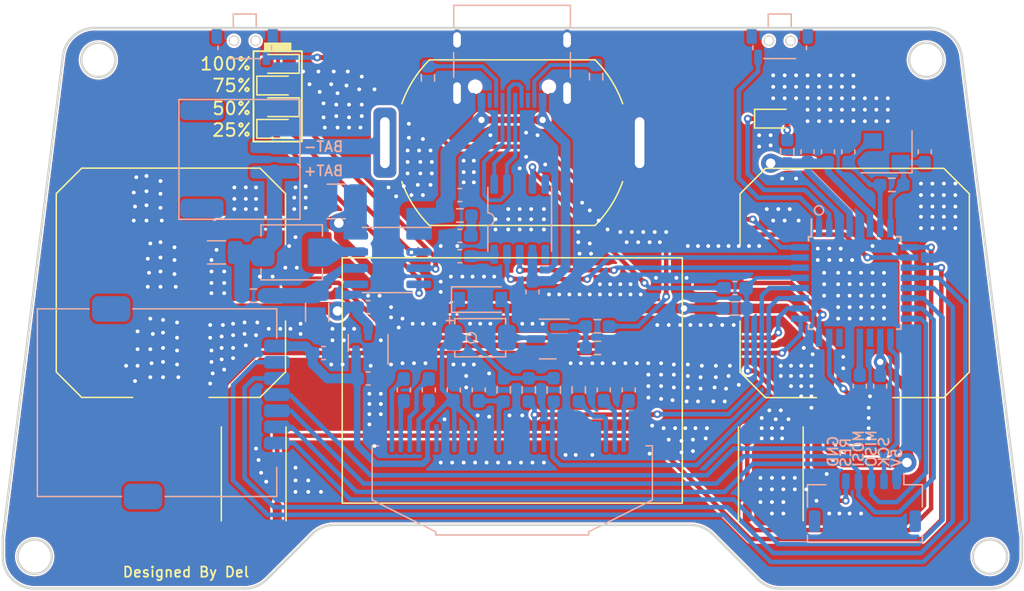
<source format=kicad_pcb>
(kicad_pcb (version 20211014) (generator pcbnew)
  (layers (0 "F.Cu" signal) (31 "B.Cu" signal) (34 "B.Paste" user) (35 "F.Paste" user) (36 "B.SilkS" user "B.Silkscreen") (37 "F.SilkS" user "F.Silkscreen") (38 "B.Mask" user) (39 "F.Mask" user) (44 "Edge.Cuts" user))
  (net 0 "")
  (net 1 "+5V")
  (net 2 "Net-(BZ1-Pad2)")
  (net 3 "GND")
  (net 4 "/OLED_RES")
  (net 5 "Net-(C3-Pad2)")
  (net 6 "VBUS")
  (net 7 "Net-(C5-Pad1)")
  (net 8 "Net-(C5-Pad2)")
  (net 9 "+3V3")
  (net 10 "Net-(C7-Pad1)")
  (net 11 "Net-(C7-Pad2)")
  (net 12 "Net-(C9-Pad2)")
  (net 13 "Net-(C10-Pad2)")
  (net 14 "Net-(C11-Pad1)")
  (net 15 "+BATT")
  (net 16 "Net-(C18-Pad2)")
  (net 17 "/DTR")
  (net 18 "/RESET")
  (net 19 "Net-(C22-Pad2)")
  (net 20 "Net-(C24-Pad1)")
  (net 21 "Net-(C25-Pad1)")
  (net 22 "Net-(D1-Pad1)")
  (net 23 "Net-(D1-Pad2)")
  (net 24 "Net-(D3-Pad2)")
  (net 25 "/LED")
  (net 26 "Net-(D5-Pad2)")
  (net 27 "/A0")
  (net 28 "/A1")
  (net 29 "/A2")
  (net 30 "/A3")
  (net 31 "/RF24_SCK")
  (net 32 "/MISO")
  (net 33 "/MOSI")
  (net 34 "Net-(L1-Pad1)")
  (net 35 "Net-(Q1-Pad1)")
  (net 36 "Net-(R3-Pad2)")
  (net 37 "/A4")
  (net 38 "/A5")
  (net 39 "/BUZZ")
  (net 40 "Net-(R11-Pad1)")
  (net 41 "Net-(R12-Pad2)")
  (net 42 "/LEFT_CH")
  (net 43 "/PD3")
  (net 44 "/KEY_A")
  (net 46 "/KEY")
  (net 47 "/PB1")
  (net 48 "/PB0")
  (net 51 "/RXD")
  (net 52 "/TXD")
  (net 53 "/D_P")
  (net 54 "/D_N")
  (net 59 "Net-(J1-Pad1)")
  (net 60 "/RF24_IRQ")
  (net 61 "/PD7")
  (footprint "ADel:PSP_JOYSTICK" (layer "F.Cu") (at 127.1 102.2 90)
    (fp_text reference "J3" hide)
    (fp_text value "Joystick" hide)
  )
  (footprint "ADel:PSP_JOYSTICK" (layer "F.Cu") (at 73.415 102.185 180)
    (fp_text reference "J2" hide)
    (fp_text value "Joystick" hide)
  )
  (footprint "LED_SMD:LED_0603_1608Metric_Pad1.05x0.95mm_HandSolder" (layer "F.Cu") (at 81.825 88.4 180)
    (fp_text reference "D2" hide)
    (fp_text value "50%" hide)
  )
  (footprint "LED_SMD:LED_0603_1608Metric_Pad1.05x0.95mm_HandSolder" (layer "F.Cu") (at 81.825 90.1)
    (fp_text reference "D1" hide)
    (fp_text value "25%" hide)
  )
  (footprint "ADel:BUTTON_SWITCH_4x4" (layer "F.Cu") (at 79.915 117.185 -90)
    (fp_text reference "SW4" hide)
    (fp_text value "KEY" hide)
  )
  (footprint "ADel:BUTTON_SWITCH_4x4" (layer "F.Cu") (at 120.515 117.185 90)
    (fp_text reference "SW3" hide)
    (fp_text value "KEY" hide)
  )
  (footprint "LED_SMD:LED_0603_1608Metric_Pad1.05x0.95mm_HandSolder" (layer "F.Cu") (at 81.825 86.7)
    (fp_text reference "D3" hide)
    (fp_text value "75%" hide)
  )
  (footprint "LED_SMD:LED_0603_1608Metric_Pad1.05x0.95mm_HandSolder" (layer "F.Cu") (at 120.9 89.3)
    (fp_text reference "D5" hide)
    (fp_text value "LED" hide)
  )
  (footprint "ADel:SELFLOCK_SWITCH" (layer "F.Cu") (at 100.215 91.185)
    (fp_text reference "SW5" hide)
    (fp_text value "KEY" hide)
  )
  (footprint "LED_SMD:LED_0603_1608Metric_Pad1.05x0.95mm_HandSolder" (layer "F.Cu") (at 81.825 85 180)
    (fp_text reference "D4" hide)
    (fp_text value "100%" hide)
  )
  (footprint "ADel:OLED_12864_30P_P0.7_HOLE" (layer "F.Cu") (at 100.215 119.485)
    (fp_text reference "U2" hide)
    (fp_text value "OLED_SSD1306_30P_096" hide)
  )
  (footprint "Resistor_SMD:R_0603_1608Metric_Pad0.98x0.95mm_HandSolder" (layer "B.Cu") (at 79.9 103.2)
    (fp_text reference "R6" hide)
    (fp_text value "0.5R" hide)
  )
  (footprint "Resistor_SMD:R_0603_1608Metric_Pad0.98x0.95mm_HandSolder" (layer "B.Cu") (at 121.8 91.9 90)
    (fp_text reference "R7" hide)
    (fp_text value "2.2K" hide)
  )
  (footprint "Resistor_SMD:R_0603_1608Metric_Pad0.98x0.95mm_HandSolder" (layer "B.Cu") (at 96.1 96.9 180)
    (fp_text reference "R2" hide)
    (fp_text value "2R" hide)
  )
  (footprint "Capacitor_SMD:C_0603_1608Metric_Pad1.08x0.95mm_HandSolder" (layer "B.Cu") (at 95.624222 110.593 -90)
    (fp_text reference "C12" hide)
    (fp_text value "1uF" hide)
  )
  (footprint "Package_TO_SOT_SMD:SOT-23" (layer "B.Cu") (at 103 106.6 180)
    (fp_text reference "Q1" hide)
    (fp_text value "S8050" hide)
  )
  (footprint "Resistor_SMD:R_0603_1608Metric_Pad0.98x0.95mm_HandSolder" (layer "B.Cu") (at 117.7 104.2 180)
    (fp_text reference "R14" hide)
    (fp_text value "10K" hide)
  )
  (footprint "Capacitor_SMD:C_0603_1608Metric_Pad1.08x0.95mm_HandSolder" (layer "B.Cu") (at 125 91.9 90)
    (fp_text reference "C26" hide)
    (fp_text value "100nF" hide)
  )
  (footprint "ADel:TYPE-C-16PIN_SMD" (layer "B.Cu") (at 100.22 88.965)
    (fp_text reference "USB1" hide)
    (fp_text value "Type_C_16PIN" hide)
  )
  (footprint "Package_SO:HSOP-8-1EP_3.9x4.9mm_P1.27mm_EP2.3x2.3mm" (layer "B.Cu") (at 90.4 100.4 180)
    (fp_text reference "U3" hide)
    (fp_text value "IP5306" hide)
  )
  (footprint "Capacitor_SMD:C_0603_1608Metric_Pad1.08x0.95mm_HandSolder" (layer "B.Cu") (at 107.396888 110.593 -90)
    (fp_text reference "C9" hide)
    (fp_text value "4.7uF" hide)
  )
  (footprint "Capacitor_SMD:C_0603_1608Metric_Pad1.08x0.95mm_HandSolder" (layer "B.Cu") (at 97.586333 110.593 90)
    (fp_text reference "C2" hide)
    (fp_text value "10uF" hide)
  )
  (footprint "Capacitor_SMD:C_0603_1608Metric_Pad1.08x0.95mm_HandSolder" (layer "B.Cu") (at 101.8 102.9 90)
    (fp_text reference "C21" hide)
    (fp_text value "100nF" hide)
  )
  (footprint "Resistor_SMD:R_0603_1608Metric_Pad0.98x0.95mm_HandSolder" (layer "B.Cu") (at 106.9 105.6 180)
    (fp_text reference "R9" hide)
    (fp_text value "100R" hide)
  )
  (footprint "ADel:PH2.0mm-2P-WT" (layer "B.Cu") (at 81.55 92.5 -90)
    (fp_text reference "J1" hide)
    (fp_text value "Conn_01x02_Male" hide)
  )
  (footprint "ADel:DET402" (layer "B.Cu") (at 97.7 106.5)
    (fp_text reference "BZ1" hide)
    (fp_text value "Buzzer" hide)
  )
  (footprint "ADel:ESSOP-10_P1.0_3.9" (layer "B.Cu") (at 100.8 97.2 -90)
    (fp_text reference "U6" hide)
    (fp_text value "CH340K" hide)
  )
  (footprint "Resistor_SMD:R_0603_1608Metric_Pad0.98x0.95mm_HandSolder" (layer "B.Cu") (at 106.8 86 90)
    (fp_text reference "R12" hide)
    (fp_text value "5.1K" hide)
  )
  (footprint "Capacitor_SMD:C_0603_1608Metric_Pad1.08x0.95mm_HandSolder" (layer "B.Cu") (at 91.7 110.6 90)
    (fp_text reference "C5" hide)
    (fp_text value "1uF" hide)
  )
  (footprint "Capacitor_SMD:C_1206_3216Metric" (layer "B.Cu") (at 77 99.8 180)
    (fp_text reference "C13" hide)
    (fp_text value "22uF" hide)
  )
  (footprint "Capacitor_SMD:C_0603_1608Metric_Pad1.08x0.95mm_HandSolder" (layer "B.Cu") (at 132.6 91.9 90)
    (fp_text reference "C25" hide)
    (fp_text value "9pF" hide)
  )
  (footprint "Package_QFP:TQFP-32_7x7mm_P0.8mm" (layer "B.Cu") (at 127.1 102.2 -90)
    (fp_text reference "U5" hide)
    (fp_text value "ATmega328P-A" hide)
  )
  (footprint "Resistor_SMD:R_0603_1608Metric_Pad0.98x0.95mm_HandSolder" (layer "B.Cu") (at 105.434777 110.593 -90)
    (fp_text reference "R3" hide)
    (fp_text value "910K" hide)
  )
  (footprint "Diode_SMD:D_SOD-123" (layer "B.Cu") (at 97.7 103.5)
    (fp_text reference "D7" hide)
    (fp_text value "D" hide)
  )
  (footprint "Capacitor_SMD:C_0603_1608Metric_Pad1.08x0.95mm_HandSolder" (layer "B.Cu") (at 117.7 102.6)
    (fp_text reference "C19" hide)
    (fp_text value "100nF" hide)
  )
  (footprint "Capacitor_SMD:C_0603_1608Metric_Pad1.08x0.95mm_HandSolder" (layer "B.Cu") (at 127.5 110.3 90)
    (fp_text reference "C18" hide)
    (fp_text value "100nF" hide)
  )
  (footprint "ADel:SW_2x4x3.5_SIDE" (layer "B.Cu") (at 121.215 83.185 180)
    (fp_text reference "SW2" hide)
    (fp_text value "KEY" hide)
    (fp_circle (center 0.85 0) (end 1.225 0) (layer "Edge.Cuts") (width 0.12) (fill none))
    (fp_circle (center -0.85 0) (end -0.475 0) (layer "Edge.Cuts") (width 0.12) (fill none))
  )
  (footprint "Capacitor_SMD:C_0603_1608Metric_Pad1.08x0.95mm_HandSolder" (layer "B.Cu") (at 126.6 91.9 90)
    (fp_text reference "C24" hide)
    (fp_text value "9pF" hide)
  )
  (footprint "Capacitor_SMD:C_0603_1608Metric_Pad1.08x0.95mm_HandSolder" (layer "B.Cu") (at 129.1 110.3 -90)
    (fp_text reference "C20" hide)
    (fp_text value "100nF" hide)
  )
  (footprint "Resistor_SMD:R_0603_1608Metric_Pad0.98x0.95mm_HandSolder" (layer "B.Cu") (at 130.0125 94.5)
    (fp_text reference "R13" hide)
    (fp_text value "1M" hide)
  )
  (footprint "Capacitor_SMD:C_0603_1608Metric_Pad1.08x0.95mm_HandSolder" (layer "B.Cu") (at 88.9 104.1)
    (fp_text reference "C1" hide)
    (fp_text value "100nF" hide)
  )
  (footprint "Package_TO_SOT_SMD:SOT-23" (layer "B.Cu") (at 88.9 106.9 90)
    (fp_text reference "U1" hide)
    (fp_text value "XC6206PxxxMR" hide)
  )
  (footprint "Resistor_SMD:R_0603_1608Metric_Pad0.98x0.95mm_HandSolder" (layer "B.Cu") (at 103.472666 110.593 -90)
    (fp_text reference "R4" hide)
    (fp_text value "4.7K" hide)
  )
  (footprint "Capacitor_SMD:C_0603_1608Metric_Pad1.08x0.95mm_HandSolder" (layer "B.Cu") (at 123.4 91.9 90)
    (fp_text reference "C23" hide)
    (fp_text value "100nF" hide)
  )
  (footprint "ADel:SW_2x4x3.5_SIDE" (layer "B.Cu") (at 79.215 83.185 180)
    (fp_text reference "SW1" hide)
    (fp_text value "KEY" hide)
    (fp_circle (center -0.85 0) (end -0.475 0) (layer "Edge.Cuts") (width 0.12) (fill none))
    (fp_circle (center 0.85 0) (end 1.225 0) (layer "Edge.Cuts") (width 0.12) (fill none))
  )
  (footprint "Capacitor_SMD:C_0603_1608Metric_Pad1.08x0.95mm_HandSolder" (layer "B.Cu") (at 96.1 100.1)
    (fp_text reference "C22" hide)
    (fp_text value "100nF" hide)
  )
  (footprint "Crystal:Crystal_SMD_3225-4Pin_3.2x2.5mm" (layer "B.Cu") (at 129.6 91.9 180)
    (fp_text reference "Y1" hide)
    (fp_text value "16MHz" hide)
  )
  (footprint "Resistor_SMD:R_0603_1608Metric_Pad0.98x0.95mm_HandSolder" (layer "B.Cu") (at 106.9 107.3 180)
    (fp_text reference "R10" hide)
    (fp_text value "10K" hide)
  )
  (footprint "Capacitor_SMD:C_0603_1608Metric_Pad1.08x0.95mm_HandSolder" (layer "B.Cu") (at 96.1 95.3 180)
    (fp_text reference "C4" hide)
    (fp_text value "10uF" hide)
  )
  (footprint "ADel:RF24_SMD" (layer "B.Cu") (at 81.728 111.6 -90)
    (fp_text reference "U4" hide)
    (fp_text value "RF24_SMD" hide)
  )
  (footprint "Resistor_SMD:R_0603_1608Metric_Pad0.98x0.95mm_HandSolder" (layer "B.Cu") (at 101.510555 110.593 -90)
    (fp_text reference "R5" hide)
    (fp_text value "4.7K" hide)
  )
  (footprint "Capacitor_SMD:C_0603_1608Metric_Pad1.08x0.95mm_HandSolder" (layer "B.Cu") (at 88.9 109.7)
    (fp_text reference "C6" hide)
    (fp_text value "10uF" hide)
  )
  (footprint "Capacitor_SMD:C_0603_1608Metric_Pad1.08x0.95mm_HandSolder" (layer "B.Cu") (at 85.4 107.7)
    (fp_text reference "C8" hide)
    (fp_text value "100nF" hide)
  )
  (footprint "Resistor_SMD:R_0603_1608Metric_Pad0.98x0.95mm_HandSolder" (layer "B.Cu") (at 99.548444 110.593 -90)
    (fp_text reference "R1" hide)
    (fp_text value "4.7K" hide)
  )
  (footprint "Capacitor_SMD:C_0603_1608Metric_Pad1.08x0.95mm_HandSolder" (layer "B.Cu") (at 93.662111 110.6 90)
    (fp_text reference "C7" hide)
    (fp_text value "1uF" hide)
  )
  (footprint "Resistor_SMD:R_0603_1608Metric_Pad0.98x0.95mm_HandSolder" (layer "B.Cu") (at 93.6 86.1 -90)
    (fp_text reference "R11" hide)
    (fp_text value "5.1K" hide)
  )
  (footprint "Capacitor_SMD:C_0603_1608Metric_Pad1.08x0.95mm_HandSolder" (layer "B.Cu") (at 109.359 110.593 -90)
    (fp_text reference "C10" hide)
    (fp_text value "2.2uF" hide)
  )
  (footprint "Connector_JST:JST_SHL_SM06B-SHLS-TF_1x06-1MP_P1.00mm_Horizontal" (layer "B.Cu") (at 127.9 119.45 180)
    (fp_text reference "J4" hide)
    (fp_text value "Conn_01x06_Female" hide)
  )
  (footprint "Capacitor_SMD:C_1210_3225Metric" (layer "B.Cu") (at 86.4 95.8 180)
    (fp_text reference "C14" hide)
    (fp_text value "100uF" hide)
  )
  (footprint "ADel:IND0420" (layer "B.Cu") (at 82.9 99.8 180)
    (fp_text reference "L1" hide)
    (fp_text value "1uH" hide)
  )
  (footprint "Capacitor_SMD:C_1206_3216Metric" (layer "B.Cu") (at 84.9 104.5 -90)
    (fp_text reference "C11" hide)
    (fp_text value "22uF" hide)
  )
  (footprint "Capacitor_SMD:C_0603_1608Metric_Pad1.08x0.95mm_HandSolder" (layer "B.Cu") (at 96.1 98.5)
    (fp_text reference "C3" hide)
    (fp_text value "10uF" hide)
  )
  (gr_rect (start 80.8 84) (end 82.8 83.4) (layer "F.SilkS") (width 0.15) (fill solid))
  (gr_rect (start 83.7 91.1) (end 79.9 84) (layer "F.SilkS") (width 0.15) (fill none))
  (gr_line (start 140.221956 122.185) (end 135.495695 84.374913) (layer "Edge.Cuts") (width 0.2))
  (gr_line (start 81.221956 82.185) (end 67.428912 82.185) (layer "Edge.Cuts") (width 0.2))
  (gr_line (start 60.221956 122.185) (end 60.221956 123.685) (layer "Edge.Cuts") (width 0.2))
  (gr_line (start 64.948217 84.374913) (end 60.221956 122.185) (layer "Edge.Cuts") (width 0.2))
  (gr_line (start 133.015 82.185) (end 119.221956 82.185) (layer "Edge.Cuts") (width 0.2))
  (gr_arc (start 80.954189 125.452767) (mid 80.143131 125.994699) (end 79.186422 126.185) (layer "Edge.Cuts") (width 0.2))
  (gr_line (start 86.25749 121.185) (end 114.186422 121.185) (layer "Edge.Cuts") (width 0.2))
  (gr_line (start 121.25749 126.185) (end 137.721956 126.185) (layer "Edge.Cuts") (width 0.2))
  (gr_arc (start 114.186422 121.185) (mid 115.143131 121.375301) (end 115.954189 121.917233) (layer "Edge.Cuts") (width 0.2))
  (gr_circle (center 62.721956 123.685) (end 64.071956 123.685) (layer "Edge.Cuts") (width 0.2) (fill none))
  (gr_arc (start 62.721956 126.185) (mid 60.954189 125.452767) (end 60.221956 123.685) (layer "Edge.Cuts") (width 0.2))
  (gr_circle (center 137.721956 123.685) (end 139.071956 123.685) (layer "Edge.Cuts") (width 0.2) (fill none))
  (gr_arc (start 140.221956 123.685) (mid 139.489723 125.452767) (end 137.721956 126.185) (layer "Edge.Cuts") (width 0.2))
  (gr_circle (center 132.721956 84.685) (end 134.071956 84.685) (layer "Edge.Cuts") (width 0.2) (fill none))
  (gr_circle (center 67.721956 84.685) (end 69.071956 84.685) (layer "Edge.Cuts") (width 0.2) (fill none))
  (gr_arc (start 133.015 82.185) (mid 134.669643 82.81065) (end 135.495695 84.374913) (layer "Edge.Cuts") (width 0.2))
  (gr_line (start 140.221956 123.685) (end 140.221956 122.185) (layer "Edge.Cuts") (width 0.2))
  (gr_line (start 80.954189 125.452767) (end 84.489723 121.917233) (layer "Edge.Cuts") (width 0.2))
  (gr_arc (start 121.25749 126.185) (mid 120.300781 125.994699) (end 119.489723 125.452767) (layer "Edge.Cuts") (width 0.2))
  (gr_line (start 115.954189 121.917233) (end 119.489723 125.452767) (layer "Edge.Cuts") (width 0.2))
  (gr_arc (start 84.489723 121.917233) (mid 85.300781 121.375301) (end 86.25749 121.185) (layer "Edge.Cuts") (width 0.2))
  (gr_line (start 119.221956 82.185) (end 81.221956 82.185) (layer "Edge.Cuts") (width 0.2))
  (gr_line (start 62.721956 126.185) (end 79.186422 126.185) (layer "Edge.Cuts") (width 0.2))
  (gr_arc (start 64.948217 84.374913) (mid 65.774269 82.81065) (end 67.428912 82.185) (layer "Edge.Cuts") (width 0.2))
  (gr_text "RES" (at 126.4 115.5 90) (layer "B.SilkS") (effects (font (size 0.8 0.8) (thickness 0.14)) (justify mirror)))
  (gr_text "BAT+" (at 85.4 93.4) (layer "B.SilkS") (effects (font (size 0.8 0.8) (thickness 0.14)) (justify mirror)))
  (gr_text "MOSI" (at 127.4 115.195238 90) (layer "B.SilkS") (effects (font (size 0.8 0.8) (thickness 0.14)) (justify mirror)))
  (gr_text "5V" (at 130.4 115.919048 90) (layer "B.SilkS") (effects (font (size 0.8 0.8) (thickness 0.14)) (justify mirror)))
  (gr_text "SCK" (at 129.4 115.461905 90) (layer "B.SilkS") (effects (font (size 0.8 0.8) (thickness 0.14)) (justify mirror)))
  (gr_text "GND" (at 125.4 115.42381 90) (layer "B.SilkS") (effects (font (size 0.8 0.8) (thickness 0.14)) (justify mirror)))
  (gr_text "BAT-" (at 85.4 91.5) (layer "B.SilkS") (effects (font (size 0.8 0.8) (thickness 0.14)) (justify mirror)))
  (gr_text "MISO" (at 128.4 115.195238 90) (layer "B.SilkS") (effects (font (size 0.8 0.8) (thickness 0.14)) (justify mirror)))
  (gr_text "25%" (at 78.2 90.2) (layer "F.SilkS") (effects (font (size 1 1))))
  (gr_text "50%" (at 78.2 88.5) (layer "F.SilkS") (effects (font (size 1 1))))
  (gr_text "Designed By Del" (at 74.6 124.9) (layer "F.SilkS") (effects (font (size 0.8 0.8) (thickness 0.14))))
  (gr_text "75%" (at 78.2 86.7) (layer "F.SilkS") (effects (font (size 1 1))))
  (gr_text "100%" (at 77.72381 85) (layer "F.SilkS") (effects (font (size 1 1))))
  (segment (start 116.42 104.2) (end 121.7 104.2) (width 0.75) (layer "F.Cu") (net 1))
  (segment (start 125.1 107.6) (end 125.1 112.88) (width 0.75) (layer "F.Cu") (net 1))
  (segment (start 75.415 104.485) (end 75.415 112.865) (width 0.75) (layer "F.Cu") (net 1))
  (segment (start 113.7 104.2) (end 116.42 104.2) (width 0.75) (layer "F.Cu") (net 1))
  (segment (start 131.2 116.3) (end 131.2 110.5) (width 0.75) (layer "F.Cu") (net 1))
  (segment (start 121.7 104.2) (end 125.1 107.6) (width 0.75) (layer "F.Cu") (net 1))
  (segment (start 75.715 104.185) (end 75.415 104.485) (width 0.75) (layer "F.Cu") (net 1))
  (segment (start 131.2 116.3) (end 126.2 116.3) (width 0.75) (layer "F.Cu") (net 1))
  (segment (start 86.285 104.185) (end 84.095 104.185) (width 0.75) (layer "F.Cu") (net 1))
  (segment (start 125.1 115.2) (end 125.1 112.88) (width 0.75) (layer "F.Cu") (net 1))
  (segment (start 126.2 116.3) (end 125.1 115.2) (width 0.75) (layer "F.Cu") (net 1))
  (segment (start 86.6 97.5) (end 77.3 97.5) (width 0.75) (layer "F.Cu") (net 1))
  (segment (start 92.2 104.2) (end 113.7 104.2) (width 0.75) (layer "F.Cu") (net 1))
  (segment (start 77.3 97.5) (end 75.415 99.385) (width 0.75) (layer "F.Cu") (net 1))
  (segment (start 123.736746 92.8) (end 131.2 100.263254) (width 0.75) (layer "F.Cu") (net 1))
  (segment (start 131.2 100.263254) (end 131.2 110.5) (width 0.75) (layer "F.Cu") (net 1))
  (segment (start 75.415 99.385) (end 75.415 104.485) (width 0.75) (layer "F.Cu") (net 1))
  (segment (start 86.6 97.5) (end 86.6 98.6) (width 0.75) (layer "F.Cu") (net 1))
  (segment (start 86.6 98.6) (end 92.2 104.2) (width 0.75) (layer "F.Cu") (net 1))
  (segment (start 120.5 92.8) (end 123.736746 92.8) (width 0.75) (layer "F.Cu") (net 1))
  (segment (start 131.2 110.5) (end 129.1 108.4) (width 0.75) (layer "F.Cu") (net 1))
  (segment (start 86.5 104.4) (end 86.285 104.185) (width 0.75) (layer "F.Cu") (net 1))
  (segment (start 84.095 104.185) (end 75.715 104.185) (width 0.75) (layer "F.Cu") (net 1))
  (via (at 86.6 97.5) (size 1.5) (drill 0.75) (layers "F.Cu" "B.Cu") (net 1))
  (via (at 131.2 116.3) (size 1.5) (drill 0.75) (layers "F.Cu" "B.Cu") (net 1))
  (via (at 86.5 104.4) (size 1.5) (drill 0.75) (layers "F.Cu" "B.Cu") (net 1))
  (via (at 129.1 108.4) (size 1) (drill 0.5) (layers "F.Cu" "B.Cu") (net 1))
  (via (at 120.5 92.8) (size 1.5) (drill 0.75) (layers "F.Cu" "B.Cu") (net 1))
  (via (at 113.7 104.2) (size 1) (drill 0.5) (layers "F.Cu" "B.Cu") (net 1))
  (segment (start 124.9625 92.8) (end 125 92.7625) (width 0.75) (layer "B.Cu") (net 1))
  (segment (start 120.5 92.8) (end 124.9625 92.8) (width 0.75) (layer "B.Cu") (net 1))
  (segment (start 130.4 117.1) (end 131.2 116.3) (width 0.75) (layer "B.Cu") (net 1))
  (segment (start 123.4 92.775978) (end 123.4 92.7625) (width 0.5) (layer "B.Cu") (net 1))
  (segment (start 88.9 105.9625) (end 88.9 105.4625) (width 0.75) (layer "B.Cu") (net 1))
  (segment (start 116.7875 104.2) (end 113.7 104.2) (width 0.5) (layer "B.Cu") (net 1))
  (segment (start 86.8 104.1) (end 88.0375 104.1) (width 0.75) (layer "B.Cu") (net 1))
  (segment (start 129.1 108.4) (end 129.1 109.4375) (width 0.5) (layer "B.Cu") (net 1))
  (segment (start 129.1 106.45) (end 129.1 108.4) (width 0.5) (layer "B.Cu") (net 1))
  (segment (start 87.875 95.8) (end 87.875 96.225) (width 0.75) (layer "B.Cu") (net 1))
  (segment (start 128.3 96.775978) (end 125 93.475978) (width 0.5) (layer "B.Cu") (net 1))
  (segment (start 88.0375 104.6) (end 88.0375 104.1) (width 0.75) (layer "B.Cu") (net 1))
  (segment (start 123.4 93.4) (end 123.4 92.7625) (width 0.5) (layer "B.Cu") (net 1))
  (segment (start 126.7 96.7) (end 123.4 93.4) (width 0.5) (layer "B.Cu") (net 1))
  (segment (start 126.7 97.95) (end 126.7 96.7) (width 0.5) (layer "B.Cu") (net 1))
  (segment (start 88.9 105.4625) (end 88.0375 104.6) (width 0.75) (layer "B.Cu") (net 1))
  (segment (start 87.875 96.225) (end 86.6 97.5) (width 0.75) (layer "B.Cu") (net 1))
  (segment (start 128.3 97.95) (end 128.3 96.775978) (width 0.5) (layer "B.Cu") (net 1))
  (segment (start 125 93.475978) (end 125 92.7625) (width 0.5) (layer "B.Cu") (net 1))
  (segment (start 86.5 104.4) (end 86.8 104.1) (width 0.75) (layer "B.Cu") (net 1))
  (segment (start 130.4 117.775) (end 130.4 117.1) (width 0.75) (layer "B.Cu") (net 1))
  (segment (start 99.8 106.5) (end 99.8 103.95) (width 0.35) (layer "B.Cu") (net 2))
  (segment (start 99.8 103.95) (end 99.35 103.5) (width 0.35) (layer "B.Cu") (net 2))
  (segment (start 101.9625 106.5) (end 102.0625 106.6) (width 0.35) (layer "B.Cu") (net 2))
  (segment (start 99.8 106.5) (end 101.9625 106.5) (width 0.35) (layer "B.Cu") (net 2))
  (via (at 110.9 109.4) (size 0.6) (drill 0.3) (layers "F.Cu" "B.Cu") (net 3))
  (via (at 132.3 94.4) (size 0.6) (drill 0.3) (layers "F.Cu" "B.Cu") (net 3))
  (via (at 78.3 108.1) (size 0.6) (drill 0.3) (layers "F.Cu" "B.Cu") (net 3))
  (via (at 122 96.4) (size 0.6) (drill 0.3) (layers "F.Cu" "B.Cu") (net 3))
  (via (at 92.3 95.3) (size 0.6) (drill 0.3) (layers "F.Cu" "B.Cu") (net 3))
  (via (at 125.9 120.3) (size 0.6) (drill 0.3) (layers "F.Cu" "B.Cu") (net 3))
  (via (at 123.4 88.6) (size 0.6) (drill 0.3) (layers "F.Cu" "B.Cu") (net 3))
  (via (at 111.5 101.8) (size 0.6) (drill 0.3) (layers "F.Cu" "B.Cu") (net 3))
  (via (at 89 111.7) (size 0.6) (drill 0.3) (layers "F.Cu" "B.Cu") (net 3))
  (via (at 87.8 105.8) (size 0.6) (drill 0.3) (layers "F.Cu" "B.Cu") (net 3))
  (via (at 97.5 112.6) (size 0.6) (drill 0.3) (layers "F.Cu" "B.Cu") (net 3))
  (via (at 120.6 119.4) (size 0.6) (drill 0.3) (layers "F.Cu" "B.Cu") (net 3))
  (via (at 106.5 115.7) (size 0.6) (drill 0.3) (layers "F.Cu" "B.Cu") (net 3))
  (via (at 96.4 92.6) (size 0.6) (drill 0.3) (layers "F.Cu" "B.Cu") (net 3))
  (via (at 73.9 108.6) (size 0.6) (drill 0.3) (layers "F.Cu" "B.Cu") (net 3))
  (via (at 119.8 112.8) (size 0.6) (drill 0.3) (layers "F.Cu" "B.Cu") (net 3))
  (via (at 96.4 94.3) (size 0.6) (drill 0.3) (layers "F.Cu" "B.Cu") (net 3))
  (via (at 135 94.4) (size 0.6) (drill 0.3) (layers "F.Cu" "B.Cu") (net 3))
  (via (at 123.7 110.3) (size 0.6) (drill 0.3) (layers "F.Cu" "B.Cu") (net 3))
  (via (at 101.8 105.4) (size 0.6) (drill 0.3) (layers "F.Cu" "B.Cu") (net 3))
  (via (at 105.4 98.2) (size 0.6) (drill 0.3) (layers "F.Cu" "B.Cu") (net 3))
  (via (at 99.9 98) (size 0.6) (drill 0.3) (layers "F.Cu" "B.Cu") (net 3))
  (via (at 98.5 90.6) (size 0.6) (drill 0.3) (layers "F.Cu" "B.Cu") (net 3))
  (via (at 114 110.4) (size 0.6) (drill 0.3) (layers "F.Cu" "B.Cu") (net 3))
  (via (at 108.7 103.1) (size 0.6) (drill 0.3) (layers "F.Cu" "B.Cu") (net 3))
  (via (at 126.1 88.6) (size 0.6) (drill 0.3) (layers "F.Cu" "B.Cu") (net 3))
  (via (at 134.1 95.3) (size 0.6) (drill 0.3) (layers "F.Cu" "B.Cu") (net 3))
  (via (at 83.2 117.7) (size 0.6) (drill 0.3) (layers "F.Cu" "B.Cu") (net 3))
  (via (at 80.5 117.1) (size 0.6) (drill 0.3) (layers "F.Cu" "B.Cu") (net 3))
  (via (at 95.6 108.6) (size 0.6) (drill 0.3) (layers "F.Cu" "B.Cu") (net 3))
  (via (at 107.1 102.3) (size 0.6) (drill 0.3) (layers "F.Cu" "B.Cu") (net 3))
  (via (at 109.5 103.1) (size 0.6) (drill 0.3) (layers "F.Cu" "B.Cu") (net 3))
  (via (at 112.9 108.6) (size 0.6) (drill 0.3) (layers "F.Cu" "B.Cu") (net 3))
  (via (at 93.9 93.6) (size 0.6) (drill 0.3) (layers "F.Cu" "B.Cu") (net 3))
  (via (at 127.6 101.4) (size 0.6) (drill 0.3) (layers "F.Cu" "B.Cu") (net 3))
  (via (at 89.9 111.7) (size 0.6) (drill 0.3) (layers "F.Cu" "B.Cu") (net 3))
  (via (at 82.4 101) (size 0.6) (drill 0.3) (layers "F.Cu" "B.Cu") (net 3))
  (via (at 123.7 108.7) (size 0.6) (drill 0.3) (layers "F.Cu" "B.Cu") (net 3))
  (via (at 126.1 87.7) (size 0.6) (drill 0.3) (layers "F.Cu" "B.Cu") (net 3))
  (via (at 122.5 94) (size 0.6) (drill 0.3) (layers "F.Cu" "B.Cu") (net 3))
  (via (at 92 91.8) (size 0.6) (drill 0.3) (layers "F.Cu" "B.Cu") (net 3))
  (via (at 71.7 101.4) (size 0.6) (drill 0.3) (layers "F.Cu" "B.Cu") (net 3))
  (via (at 73.7 101.5) (size 0.6) (drill 0.3) (layers "F.Cu" "B.Cu") (net 3))
  (via (at 95.4 101.7) (size 0.6) (drill 0.3) (layers "F.Cu" "B.Cu") (net 3))
  (via (at 127.9 88.6) (size 0.6) (drill 0.3) (layers "F.Cu" "B.Cu") (net 3))
  (via (at 133.2 97) (size 0.6) (drill 0.3) (layers "F.Cu" "B.Cu") (net 3))
  (via (at 92.4 105.4) (size 0.6) (drill 0.3) (layers "F.Cu" "B.Cu") (net 3))
  (via (at 91.3 105.7) (size 0.6) (drill 0.3) (layers "F.Cu" "B.Cu") (net 3))
  (via (at 114 108.6) (size 0.6) (drill 0.3) (layers "F.Cu" "B.Cu") (net 3))
  (via (at 118.8 99.3) (size 0.6) (drill 0.3) (layers "F.Cu" "B.Cu") (net 3))
  (via (at 102.6 105.4) (size 0.6) (drill 0.3) (layers "F.Cu" "B.Cu") (net 3))
  (via (at 97.3 116.3) (size 0.6) (drill 0.3) (layers "F.Cu" "B.Cu") (net 3))
  (via (at 122.5 86.8) (size 0.6) (drill 0.3) (layers "F.Cu" "B.Cu") (net 3))
  (via (at 126.1 89.5) (size 0.6) (drill 0.3) (layers "F.Cu" "B.Cu") (net 3))
  (via (at 102.7 97.2) (size 0.6) (drill 0.3) (layers "F.Cu" "B.Cu") (net 3))
  (via (at 76.6 100.4) (size 0.6) (drill 0.3) (layers "F.Cu" "B.Cu") (net 3))
  (via (at 76.6 103) (size 0.6) (drill 0.3) (layers "F.Cu" "B.Cu") (net 3))
  (via (at 71.5 93.8) (size 0.6) (drill 0.3) (layers "F.Cu" "B.Cu") (net 3))
  (via (at 106.3 99.1) (size 0.6) (drill 0.3) (layers "F.Cu" "B.Cu") (net 3))
  (via (at 80.9 117.8) (size 0.6) (drill 0.3) (layers "F.Cu" "B.Cu") (net 3))
  (via (at 100 112.6) (size 0.6) (drill 0.3) (layers "F.Cu" "B.Cu") (net 3))
  (via (at 84 95.5) (size 0.6) (drill 0.3) (layers "F.Cu" "B.Cu") (net 3))
  (via (at 78.3 105.4) (size 0.6) (drill 0.3) (layers "F.Cu" "B.Cu") (net 3))
  (via (at 115.6 99.3) (size 0.6) (drill 0.3) (layers "F.Cu" "B.Cu") (net 3))
  (via (at 86.1 106.7) (size 0.6) (drill 0.3) (layers "F.Cu" "B.Cu") (net 3))
  (via (at 76.5 106.5) (size 0.6) (drill 0.3) (layers "F.Cu" "B.Cu") (net 3))
  (via (at 125.8 102.3) (size 0.6) (drill 0.3) (layers "F.Cu" "B.Cu") (net 3))
  (via (at 133.2 94.4) (size 0.6) (drill 0.3) (layers "F.Cu" "B.Cu") (net 3))
  (via (at 89.8 103.2) (size 0.6) (drill 0.3) (layers "F.Cu" "B.Cu") (net 3))
  (via (at 124.7 102.3) (size 0.6) (drill 0.3) (layers "F.Cu" "B.Cu") (net 3))
  (via (at 77 99.6) (size 0.6) (drill 0.3) (layers "F.Cu" "B.Cu") (net 3))
  (via (at 72.8 108.4) (size 0.6) (drill 0.3) (layers "F.Cu" "B.Cu") (net 3))
  (via (at 132.3 96.2) (size 0.6) (drill 0.3) (layers "F.Cu" "B.Cu") (net 3))
  (via (at 126.7 104.1) (size 0.6) (drill 0.3) (layers "F.Cu" "B.Cu") (net 3))
  (via (at 103.1 103.1) (size 0.6) (drill 0.3) (layers "F.Cu" "B.Cu") (net 3))
  (via (at 93.8 94.5) (size 0.6) (drill 0.3) (layers "F.Cu" "B.Cu") (net 3))
  (via (at 132.3 97) (size 0.6) (drill 0.3) (layers "F.Cu" "B.Cu") (net 3))
  (via (at 111 115.6) (size 0.6) (drill 0.3) (layers "F.Cu" "B.Cu") (net 3))
  (via (at 128.5 99.3) (size 0.6) (drill 0.3) (layers "F.Cu" "B.Cu") (net 3))
  (via (at 128.8 88.6) (size 0.6) (drill 0.3) (layers "F.Cu" "B.Cu") (net 3))
  (via (at 73.9 106.5) (size 0.6) (drill 0.3) (layers "F.Cu" "B.Cu") (net 3))
  (via (at 99.9 97.2) (size 0.6) (drill 0.3) (layers "F.Cu" "B.Cu") (net 3))
  (via (at 76.5 110.1) (size 0.6) (drill 0.3) (layers "F.Cu" "B.Cu") (net 3))
  (via (at 98.9 97.2) (size 0.6) (drill 0.3) (layers "F.Cu" "B.Cu") (net 3))
  (via (at 113.5 114.6) (size 0.6) (drill 0.3) (layers "F.Cu" "B.Cu") (net 3))
  (via (at 110.1 99) (size 0.6) (drill 0.3) (layers "F.Cu" "B.Cu") (net 3))
  (via (at 134.1 97) (size 0.6) (drill 0.3) (layers "F.Cu" "B.Cu") (net 3))
  (via (at 129.7 88.6) (size 0.6) (drill 0.3) (layers "F.Cu" "B.Cu") (net 3))
  (via (at 112.9 110.4) (size 0.6) (drill 0.3) (layers "F.Cu" "B.Cu") (net 3))
  (via (at 71.5 97.3) (size 0.6) (drill 0.3) (layers "F.Cu" "B.Cu") (net 3))
  (via (at 119.7 117.5) (size 0.6) (drill 0.3) (layers "F.Cu" "B.Cu") (net 3))
  (via (at 123.4 87.7) (size 0.6) (drill 0.3) (layers "F.Cu" "B.Cu") (net 3))
  (via (at 100.9 116.3) (size 0.6) (drill 0.3) (layers "F.Cu" "B.Cu") (net 3))
  (via (at 78.4 95.6) (size 0.6) (drill 0.3) (layers "F.Cu" "B.Cu") (net 3))
  (via (at 88.4 86) (size 0.6) (drill 0.3) (layers "F.Cu" "B.Cu") (net 3))
  (via (at 125.8 104.1) (size 0.6) (drill 0.3) (layers "F.Cu" "B.Cu") (net 3))
  (via (at 127.6 120.3) (size 0.6) (drill 0.3) (layers "F.Cu" "B.Cu") (net 3))
  (via (at 88.4 89.1) (size 0.6) (drill 0.3) (layers "F.Cu" "B.Cu") (net 3))
  (via (at 81.4 101.7) (size 0.6) (drill 0.3) (layers "F.Cu" "B.Cu") (net 3))
  (via (at 86.2 85.6) (size 0.6) (drill 0.3) (layers "F.Cu" "B.Cu") (net 3))
  (via (at 78.3 107.3) (size 0.6) (drill 0.3) (layers "F.Cu" "B.Cu") (net 3))
  (via (at 135 97.9) (size 0.6) (drill 0.3) (layers "F.Cu" "B.Cu") (net 3))
  (via (at 101.3 92.3) (size 0.6) (drill 0.3) (layers "F.Cu" "B.Cu") (net 3))
  (via (at 98.2 116.3) (size 0.6) (drill 0.3) (layers "F.Cu" "B.Cu") (net 3))
  (via (at 85.1 87.2) (size 0.6) (drill 0.3) (layers "F.Cu" "B.Cu") (net 3))
  (via (at 128.5 105) (size 0.6) (drill 0.3) (layers "F.Cu" "B.Cu") (net 3))
  (via (at 71.8 105) (size 0.6) (drill 0.3) (layers "F.Cu" "B.Cu") (net 3))
  (via (at 90.7 108.6) (size 0.6) (drill 0.3) (layers "F.Cu" "B.Cu") (net 3))
  (via (at 128.3 111.1) (size 0.6) (drill 0.3) (layers "F.Cu" "B.Cu") (net 3))
  (via (at 111.2 113.4) (size 0.6) (drill 0.3) (layers "F.Cu" "B.Cu") (net 3))
  (via (at 114 109.5) (size 0.6) (drill 0.3) (layers "F.Cu" "B.Cu") (net 3))
  (via (at 127.9 87.7) (size 0.6) (drill 0.3) (layers "F.Cu" "B.Cu") (net 3))
  (via (at 94.6 99.3) (size 0.6) (drill 0.3) (layers "F.Cu" "B.Cu") (net 3))
  (via (at 91.1 95.4) (size 0.6) (drill 0.3) (layers "F.Cu" "B.Cu") (net 3))
  (via (at 113.4 105.5) (size 0.6) (drill 0.3) (layers "F.Cu" "B.Cu") (net 3))
  (via (at 135 97) (size 0.6) (drill 0.3) (layers "F.Cu" "B.Cu") (net 3))
  (via (at 83.2 98.6) (size 0.6) (drill 0.3) (layers "F.Cu" "B.Cu") (net 3))
  (via (at 93.9 92.7) (size 0.6) (drill 0.3) (layers "F.Cu" "B.Cu") (net 3))
  (via (at 112.5 105.5) (size 0.6) (drill 0.3) (layers "F.Cu" "B.Cu") (net 3))
  (via (at 129.4 102.3) (size 0.6) (drill 0.3) (layers "F.Cu" "B.Cu") (net 3))
  (via (at 121.6 85.9) (size 0.6) (drill 0.3) (layers "F.Cu" "B.Cu") (net 3))
  (via (at 128.5 102.3) (size 0.6) (drill 0.3) (layers "F.Cu" "B.Cu") (net 3))
  (via (at 107.9 103.1) (size 0.6) (drill 0.3) (layers "F.Cu" "B.Cu") (net 3))
  (via (at 72 106.2) (size 0.6) (drill 0.3) (layers "F.Cu" "B.Cu") (net 3))
  (via (at 128.2 112) (size 0.6) (drill 0.3) (layers "F.Cu" "B.Cu") (net 3))
  (via (at 120.6 118.4) (size 0.6) (drill 0.3) (layers "F.Cu" "B.Cu") (net 3))
  (via (at 102.7 116.3) (size 0.6) (drill 0.3) (layers "F.Cu" "B.Cu") (net 3))
  (via (at 120.4 112.2) (size 0.6) (drill 0.3) (layers "F.Cu" "B.Cu") (net 3))
  (via (at 102.2 90.6) (size 0.6) (drill 0.3) (layers "F.Cu" "B.Cu") (net 3))
  (via (at 77.6 103) (size 0.6) (drill 0.3) (layers "F.Cu" "B.Cu") (net 3))
  (via (at 79.3 96.4) (size 0.6) (drill 0.3) (layers "F.Cu" "B.Cu") (net 3))
  (via (at 76.6 101.3) (size 0.6) (drill 0.3) (layers "F.Cu" "B.Cu") (net 3))
  (via (at 73.7 99.4) (size 0.6) (drill 0.3) (layers "F.Cu" "B.Cu") (net 3))
  (via (at 73.8 102.5) (size 0.6) (drill 0.3) (layers "F.Cu" "B.Cu") (net 3))
  (via (at 85.5 90) (size 0.6) (drill 0.3) (layers "F.Cu" "B.Cu") (net 3))
  (via (at 78.3 106.3) (size 0.6) (drill 0.3) (layers "F.Cu" "B.Cu") (net 3))
  (via (at 84.2 117.7) (size 0.6) (drill 0.3) (layers "F.Cu" "B.Cu") (net 3))
  (via (at 115.5 113.6) (size 0.6) (drill 0.3) (layers "F.Cu" "B.Cu") (net 3))
  (via (at 71.5 95) (size 0.6) (drill 0.3) (layers "F.Cu" "B.Cu") (net 3))
  (via (at 109.5 102.3) (size 0.6) (drill 0.3) (layers "F.Cu" "B.Cu") (net 3))
  (via (at 112.3 98.2) (size 0.6) (drill 0.3) (layers "F.Cu" "B.Cu") (net 3))
  (via (at 80.1 94.7) (size 0.6) (drill 0.3) (layers "F.Cu" "B.Cu") (net 3))
  (via (at 113 113.6) (size 0.6) (drill 0.3) (layers "F.Cu" "B.Cu") (net 3))
  (via (at 129.7 87.7) (size 0.6) (drill 0.3) (layers "F.Cu" "B.Cu") (net 3))
  (via (at 89.1 108.7) (size 0.6) (drill 0.3) (layers "F.Cu" "B.Cu") (net 3))
  (via (at 119.8 113.6) (size 0.6) (drill 0.3) (layers "F.Cu" "B.Cu") (net 3))
  (via (at 120.9 112.9) (size 0.6) (drill 0.3) (layers "F.Cu" "B.Cu") (net 3))
  (via (at 96.6 109.5) (size 0.6) (drill 0.3) (layers "F.Cu" "B.Cu") (net 3))
  (via (at 116.2 108.7) (size 0.6) (drill 0.3) (layers "F.Cu" "B.Cu") (net 3))
  (via (at 117 110.5) (size 0.6) (drill 0.3) (layers "F.Cu" "B.Cu") (net 3))
  (via (at 78.4 96.4) (size 0.6) (drill 0.3) (layers "F.Cu" "B.Cu") (net 3))
  (via (at 92.1 89.7) (size 0.6) (drill 0.3) (layers "F.Cu" "B.Cu") (net 3))
  (via (at 125.8 105) (size 0.6) (drill 0.3) (layers "F.Cu" "B.Cu") (net 3))
  (via (at 119.6 91.5) (size 0.6) (drill 0.3) (layers "F.Cu" "B.Cu") (net 3))
  (via (at 90.7 104.9) (size 0.6) (drill 0.3) (layers "F.Cu" "B.Cu") (net 3))
  (via (at 125.1 120.3) (size 0.6) (drill 0.3) (layers "F.Cu" "B.Cu") (net 3))
  (via (at 92 92.7) (size 0.6) (drill 0.3) (layers "F.Cu" "B.Cu") (net 3))
  (via (at 93 93.6) (size 0.6) (drill 0.3) (layers "F.Cu" "B.Cu") (net 3))
  (via (at 111.9 111.3) (size 0.6) (drill 0.3) (layers "F.Cu" "B.Cu") (net 3))
  (via (at 80.1 95.6) (size 0.6) (drill 0.3) (layers "F.Cu" "B.Cu") (net 3))
  (via (at 92.8 94.5) (size 0.6) (drill 0.3) (layers "F.Cu" "B.Cu") (net 3))
  (via (at 83.3 101) (size 0.6) (drill 0.3) (layers "F.Cu" "B.Cu") (net 3))
  (via (at 71.9 108.5) (size 0.6) (drill 0.3) (layers "F.Cu" "B.Cu") (net 3))
  (via (at 127 89.5) (size 0.6) (drill 0.3) (layers "F.Cu" "B.Cu") (net 3))
  (via (at 71.8 109.6) (size 0.6) (drill 0.3) (layers "F.Cu" "B.Cu") (net 3))
  (via (at 124.7 103.2) (size 0.6) (drill 0.3) (layers "F.Cu" "B.Cu") (net 3))
  (via (at 121.4 94) (size 0.6) (drill 0.3) (layers "F.Cu" "B.Cu") (net 3))
  (via (at 128.5 104.1) (size 0.6) (drill 0.3) (layers "F.Cu" "B.Cu") (net 3))
  (via (at 125.1 100.4) (size 0.6) (drill 0.3) (layers "F.Cu" "B.Cu") (net 3))
  (via (at 123.8 107.8) (size 0.6) (drill 0.3) (layers "F.Cu" "B.Cu") (net 3))
  (via (at 133.2 96.2) (size 0.6) (drill 0.3) (layers "F.Cu" "B.Cu") (net 3))
  (via (at 120.7 85.9) (size 0.6) (drill 0.3) (layers "F.Cu" "B.Cu") (net 3))
  (via (at 112.1 113.6) (size 0.6) (drill 0.3) (layers "F.Cu" "B.Cu") (net 3))
  (via (at 101 112.6) (size 0.6) (drill 0.3) (layers "F.Cu" "B.Cu") (net 3))
  (via (at 89.9 106.7) (size 0.6) (drill 0.3) (layers "F.Cu" "B.Cu") (net 3))
  (via (at 92.9 91.8) (size 0.6) (drill 0.3) (layers "F.Cu" "B.Cu") (net 3))
  (via (at 121.6 86.8) (size 0.6) (drill 0.3) (layers "F.Cu" "B.Cu") (net 3))
  (via (at 81.1 105.8) (size 0.6) (drill 0.3) (layers "F.Cu" "B.Cu") (net 3))
  (via (at 126.7 105) (size 0.6) (drill 0.3) (layers "F.Cu" "B.Cu") (net 3))
  (via (at 120.6 120.3) (size 0.6) (drill 0.3) (layers "F.Cu" "B.Cu") (net 3))
  (via (at 106.4 99.9) (size 0.6) (drill 0.3) (layers "F.Cu" "B.Cu") (net 3))
  (via (at 120.2 96.4) (size 0.6) (drill 0.3) (layers "F.Cu" "B.Cu") (net 3))
  (via (at 101.3 90.4) (size 0.6) (drill 0.3) (layers "F.Cu" "B.Cu") (net 3))
  (via (at 125.2 88.6) (size 0.6) (drill 0.3) (layers "F.Cu" "B.Cu") (net 3))
  (via (at 91.6 108.5) (size 0.6) (drill 0.3) (layers "F.Cu" "B.Cu") (net 3))
  (via (at 111.6 105.5) (size 0.6) (drill 0.3) (layers "F.Cu" "B.Cu") (net 3))
  (via (at 122.4 117.5) (size 0.6) (drill 0.3) (layers "F.Cu" "B.Cu") (net 3))
  (via (at 98.5 105.4) (size 0.6) (drill 0.3) (layers "F.Cu" "B.Cu") (net 3))
  (via (at 134.1 96.2) (size 0.6) (drill 0.3) (layers "F.Cu" "B.Cu") (net 3))
  (via (at 70.5 95.1) (size 0.6) (drill 0.3) (layers "F.Cu" "B.Cu") (net 3))
  (via (at 87 105.8) (size 0.6) (drill 0.3) (layers "F.Cu" "B.Cu") (net 3))
  (via (at 85.4 88.1) (size 0.6) (drill 0.3) (layers "F.Cu" "B.Cu") (net 3))
  (via (at 90.7 104.1) (size 0.6) (drill 0.3) (layers "F.Cu" "B.Cu") (net 3))
  (via (at 126.7 120.3) (size 0.6) (drill 0.3) (layers "F.Cu" "B.Cu") (net 3))
  (via (at 113.8 113.6) (size 0.6) (drill 0.3) (layers "F.Cu" "B.Cu") (net 3))
  (via (at 123.4 85.9) (size 0.6) (drill 0.3) (layers "F.Cu" "B.Cu") (net 3))
  (via (at 71.6 100.3) (size 0.6) (drill 0.3) (layers "F.Cu" "B.Cu") (net 3))
  (via (at 121.5 117.5) (size 0.6) (drill 0.3) (layers "F.Cu" "B.Cu") (net 3))
  (via (at 96.9 105.4) (size 0.6) (drill 0.3) (layers "F.Cu" "B.Cu") (net 3))
  (via (at 72.6 96.3) (size 0.6) (drill 0.3) (layers "F.Cu" "B.Cu") (net 3))
  (via (at 121.3 108.7) (size 0.6) (drill 0.3) (layers "F.Cu" "B.Cu") (net 3))
  (via (at 85.4 89.2) (size 0.6) (drill 0.3) (layers "F.Cu" "B.Cu") (net 3))
  (via (at 122.5 87.7) (size 0.6) (drill 0.3) (layers "F.Cu" "B.Cu") (net 3))
  (via (at 72.8 105.1) (size 0.6) (drill 0.3) (layers "F.Cu" "B.Cu") (net 3))
  (via (at 126.9 100.4) (size 0.6) (drill 0.3) (layers "F.Cu" "B.Cu") (net 3))
  (via (at 116.9 111.5) (size 0.6) (drill 0.3) (layers "F.Cu" "B.Cu") (net 3))
  (via (at 129.7 89.5) (size 0.6) (drill 0.3) (layers "F.Cu" "B.Cu") (net 3))
  (via (at 82.7 99.3) (size 0.6) (drill 0.3) (layers "F.Cu" "B.Cu") (net 3))
  (via (at 126 99.5) (size 0.6) (drill 0.3) (layers "F.Cu" "B.Cu") (net 3))
  (via (at 84.2 118.6) (size 0.6) (drill 0.3) (layers "F.Cu" "B.Cu") (net 3))
  (via (at 126.1 86.8) (size 0.6) (drill 0.3) (layers "F.Cu" "B.Cu") (net 3))
  (via (at 125.2 89.5) (size 0.6) (drill 0.3) (layers "F.Cu" "B.Cu") (net 3))
  (via (at 80.2 105.3) (size 0.6) (drill 0.3) (layers "F.Cu" "B.Cu") (net 3))
  (via (at 110.5 98.2) (size 0.6) (drill 0.3) (layers "F.Cu" "B.Cu") (net 3))
  (via (at 119.6 90.6) (size 0.6) (drill 0.3) (layers "F.Cu" "B.Cu") (net 3))
  (via (at 102.7 96.4) (size 0.6) (drill 0.3) (layers "F.Cu" "B.Cu") (net 3))
  (via (at 110.9 111.2) (size 0.6) (drill 0.3) (layers "F.Cu" "B.Cu") (net 3))
  (via (at 120.5 90.6) (size 0.6) (drill 0.3) (layers "F.Cu" "B.Cu") (net 3))
  (via (at 90.5 94.7) (size 0.6) (drill 0.3) (layers "F.Cu" "B.Cu") (net 3))
  (via (at 97.2 94.3) (size 0.6) (drill 0.3) (layers "F.Cu" "B.Cu") (net 3))
  (via (at 116.7 105.5) (size 0.6) (drill 0.3) (layers "F.Cu" "B.Cu") (net 3))
  (via (at 108.7 102.3) (size 0.6) (drill 0.3) (layers "F.Cu" "B.Cu") (net 3))
  (via (at 132.3 95.3) (size 0.6) (drill 0.3) (layers "F.Cu" "B.Cu") (net 3))
  (via (at 112.8 111.4) (size 0.6) (drill 0.3) (layers "F.Cu" "B.Cu") (net 3))
  (via (at 73.9 107.5) (size 0.6) (drill 0.3) (layers "F.Cu" "B.Cu") (net 3))
  (via (at 111.4 98.2) (size 0.6) (drill 0.3) (layers "F.Cu" "B.Cu") (net 3))
  (via (at 100.8 98) (size 0.6) (drill 0.3) (layers "F.Cu" "B.Cu") (net 3))
  (via (at 83.2 116.7) (size 0.6) (drill 0.3) (layers "F.Cu" "B.Cu") (net 3))
  (via (at 108.2 108.5) (size 0.6) (drill 0.3) (layers "F.Cu" "B.Cu") (net 3))
  (via (at 124.9 117.2) (size 0.6) (drill 0.3) (layers "F.Cu" "B.Cu") (net 3))
  (via (at 112.5 114.5) (size 0.6) (drill 0.3) (layers "F.Cu" "B.Cu") (net 3))
  (via (at 94.9 112.9) (size 0.6) (drill 0.3) (layers "F.Cu" "B.Cu") (net 3))
  (via (at 124.7 101.4) (size 0.6) (drill 0.3) (layers "F.Cu" "B.Cu") (net 3))
  (via (at 77.4 108.2) (size 0.6) (drill 0.3) (layers "F.Cu" "B.Cu") (net 3))
  (via (at 95.9 99.3) (size 0.6) (drill 0.3) (layers "F.Cu" "B.Cu") (net 3))
  (via (at 121.9 112.9) (size 0.6) (drill 0.3) (layers "F.Cu" "B.Cu") (net 3))
  (via (at 96.4 93.5) (size 0.6) (drill 0.3) (layers "F.Cu" "B.Cu") (net 3))
  (via (at 123.7 112) (size 0.6) (drill 0.3) (layers "F.Cu" "B.Cu") (net 3))
  (via (at 110.9 108.5) (size 0.6) (drill 0.3) (layers "F.Cu" "B.Cu") (net 3))
  (via (at 105.4 99) (size 0.6) (drill 0.3) (layers "F.Cu" "B.Cu") (net 3))
  (via (at 83.8 85.6) (size 0.6) (drill 0.3) (layers "F.Cu" "B.Cu") (net 3))
  (via (at 76.6 102.2) (size 0.6) (drill 0.3) (layers "F.Cu" "B.Cu") (net 3))
  (via (at 93.2 95.3) (size 0.6) (drill 0.3) (layers "F.Cu" "B.Cu") (net 3))
  (via (at 77.6 109) (size 0.6) (drill 0.3) (layers "F.Cu" "B.Cu") (net 3))
  (via (at 94.6 116.3) (size 0.6) (drill 0.3) (layers "F.Cu" "B.Cu") (net 3))
  (via (at 127 87.7) (size 0.6) (drill 0.3) (layers "F.Cu" "B.Cu") (net 3))
  (via (at 80.1 106.3) (size 0.6) (drill 0.3) (layers "F.Cu" "B.Cu") (net 3))
  (via (at 80.3 116.1) (size 0.6) (drill 0.3) (layers "F.Cu" "B.Cu") (net 3))
  (via (at 113.9 101.8) (size 0.6) (drill 0.3) (layers "F.Cu" "B.Cu") (net 3))
  (via (at 111 99) (size 0.6) (drill 0.3) (layers "F.Cu" "B.Cu") (net 3))
  (via (at 107.1 103.1) (size 0.6) (drill 0.3) (layers "F.Cu" "B.Cu") (net 3))
  (via (at 118 99.3) (size 0.6) (drill 0.3) (layers "F.Cu" "B.Cu") (net 3))
  (via (at 72.8 107.3) (size 0.6) (drill 0.3) (layers "F.Cu" "B.Cu") (net 3))
  (via (at 115.4 114.4) (size 0.6) (drill 0.3) (layers "F.Cu" "B.Cu") (net 3))
  (via (at 89.9 112.5) (size 0.6) (drill 0.3) (layers "F.Cu" "B.Cu") (net 3))
  (via (at 122.1 108.7) (size 0.6) (drill 0.3) (layers "F.Cu" "B.Cu") (net 3))
  (via (at 111.9 109.4) (size 0.6) (drill 0.3) (layers "F.Cu" "B.Cu") (net 3))
  (via (at 133.2 97.9) (size 0.6) (drill 0.3) (layers "F.Cu" "B.Cu") (net 3))
  (via (at 126.7 101.4) (size 0.6) (drill 0.3) (layers "F.Cu" "B.Cu") (net 3))
  (via (at 88.9 103.2) (size 0.6) (drill 0.3) (layers "F.Cu" "B.Cu") (net 3))
  (via (at 126.7 103.2) (size 0.6) (drill 0.3) (layers "F.Cu" "B.Cu") (net 3))
  (via (at 91.7 94.6) (size 0.6) (drill 0.3) (layers "F.Cu" "B.Cu") (net 3))
  (via (at 71.6 102.5) (size 0.6) (drill 0.3) (layers "F.Cu" "B.Cu") (net 3))
  (via (at 83.6 106.2) (size 0.6) (drill 0.3) (layers "F.Cu" "B.Cu") (net 3))
  (via (at 114.6 113.6) (size 0.6) (drill 0.3) (layers "F.Cu" "B.Cu") (net 3))
  (via (at 122.5 85.9) (size 0.6) (drill 0.3) (layers "F.Cu" "B.Cu") (net 3))
  (via (at 98.9 98) (size 0.6) (drill 0.3) (layers "F.Cu" "B.Cu") (net 3))
  (via (at 96.3 101.7) (size 0.6) (drill 0.3) (layers "F.Cu" "B.Cu") (net 3))
  (via (at 86.4 89.1) (size 0.6) (drill 0.3) (layers "F.Cu" "B.Cu") (net 3))
  (via (at 121.4 114.4) (size 0.6) (drill 0.3) (layers "F.Cu" "B.Cu") (net 3))
  (via (at 114.4 114.5) (size 0.6) (drill 0.3) (layers "F.Cu" "B.Cu") (net 3))
  (via (at 72.6 95.2) (size 0.6) (drill 0.3) (layers "F.Cu" "B.Cu") (net 3))
  (via (at 87.2 86.7) (size 0.6) (drill 0.3) (layers "F.Cu" "B.Cu") (net 3))
  (via (at 111.9 108.5) (size 0.6) (drill 0.3) (layers "F.Cu" "B.Cu") (net 3))
  (via (at 127 85.9) (size 0.6) (drill 0.3) (layers "F.Cu" "B.Cu") (net 3))
  (via (at 97.2 108.6) (size 0.6) (drill 0.3) (layers "F.Cu" "B.Cu") (net 3))
  (via (at 125.8 101.4) (size 0.6) (drill 0.3) (layers "F.Cu" "B.Cu") (net 3))
  (via (at 79.3 107.1) (size 0.6) (drill 0.3) (layers "F.Cu" "B.Cu") (net 3))
  (via (at 89 113.3) (size 0.6) (drill 0.3) (layers "F.Cu" "B.Cu") (net 3))
  (via (at 88.4 88.2) (size 0.6) (drill 0.3) (layers "F.Cu" "B.Cu") (net 3))
  (via (at 129.4 105) (size 0.6) (drill 0.3) (layers "F.Cu" "B.Cu") (net 3))
  (via (at 91.6 105) (size 0.6) (drill 0.3) (layers "F.Cu" "B.Cu") (net 3))
  (via (at 87.4 89.2) (size 0.6) (drill 0.3) (layers "F.Cu" "B.Cu") (net 3))
  (via (at 119.7 118.4) (size 0.6) (drill 0.3) (layers "F.Cu" "B.Cu") (net 3))
  (via (at 83.1 96.4) (size 0.6) (drill 0.3) (layers "F.Cu" "B.Cu") (net 3))
  (via (at 87 106.7) (size 0.6) (drill 0.3) (layers "F.Cu" "B.Cu") (net 3))
  (via (at 126.7 102.3) (size 0.6) (drill 0.3) (layers "F.Cu" "B.Cu") (net 3))
  (via (at 124.3 89.5) (size 0.6) (drill 0.3) (layers "F.Cu" "B.Cu") (net 3))
  (via (at 135 96.2) (size 0.6) (drill 0.3) (layers "F.Cu" "B.Cu") (net 3))
  (via (at 76.7 109.3) (size 0.6) (drill 0.3) (layers "F.Cu" "B.Cu") (net 3))
  (via (at 120.6 117.5) (size 0.6) (drill 0.3) (layers "F.Cu" "B.Cu") (net 3))
  (via (at 120.7 87.7) (size 0.6) (drill 0.3) (layers "F.Cu" "B.Cu") (net 3))
  (via (at 98.4 109.3) (size 0.6) (drill 0.3) (layers "F.Cu" "B.Cu") (net 3))
  (via (at 84 94.6) (size 0.6) (drill 0.3) (layers "F.Cu" "B.Cu") (net 3))
  (via (at 77.6 102.2) (size 0.6) (drill 0.3) (layers "F.Cu" "B.Cu") (net 3))
  (via (at 97.2 92.6) (size 0.6) (drill 0.3) (layers "F.Cu" "B.Cu") (net 3))
  (via (at 83.2 94.7) (size 0.6) (drill 0.3) (layers "F.Cu" "B.Cu") (net 3))
  (via (at 98 101.7) (size 0.6) (drill 0.3) (layers "F.Cu" "B.Cu") (net 3))
  (via (at 109.2 99) (size 0.6) (drill 0.3) (layers "F.Cu" "B.Cu") (net 3))
  (via (at 101 105.4) (size 0.6) (drill 0.3) (layers "F.Cu" "B.Cu") (net 3))
  (via (at 128.8 87.7) (size 0.6) (drill 0.3) (layers "F.Cu" "B.Cu") (net 3))
  (via (at 109.6 98.2) (size 0.6) (drill 0.3) (layers "F.Cu" "B.Cu") (net 3))
  (via (at 128.2 113.6) (size 0.6) (drill 0.3) (layers "F.Cu" "B.Cu") (net 3))
  (via (at 87.4 90) (size 0.6) (drill 0.3) (layers "F.Cu" "B.Cu") (net 3))
  (via (at 104.8 108.5) (size 0.6) (drill 0.3) (layers "F.Cu" "B.Cu") (net 3))
  (via (at 72.6 101.3) (size 0.6) (drill 0.3) (layers "F.Cu" "B.Cu") (net 3))
  (via (at 114 99.3) (size 0.6) (drill 0.3) (layers "F.Cu" "B.Cu") (net 3))
  (via (at 99.1 116.3) (size 0.6) (drill 0.3) (layers "F.Cu" "B.Cu") (net 3))
  (via (at 121.6 97.3) (size 0.6) (drill 0.3) (layers "F.Cu" "B.Cu") (net 3))
  (via (at 121.5 119.4) (size 0.6) (drill 0.3) (layers "F.Cu" "B.Cu") (net 3))
  (via (at 98.8 101.7) (size 0.6) (drill 0.3) (layers "F.Cu" "B.Cu") (net 3))
  (via (at 70.8 106) (size 0.6) (drill 0.3) (layers "F.Cu" "B.Cu") (net 3))
  (via (at 119.6 99.3) (size 0.6) (drill 0.3) (layers "F.Cu" "B.Cu") (net 3))
  (via (at 118 110.2) (size 0.6) (drill 0.3) (layers "F.Cu" "B.Cu") (net 3))
  (via (at 93.8 91.8) (size 0.6) (drill 0.3) (layers "F.Cu" "B.Cu") (net 3))
  (via (at 77.4 107.3) (size 0.6) (drill 0.3) (layers "F.Cu" "B.Cu") (net 3))
  (via (at 70.8 108.7) (size 0.6) (drill 0.3) (layers "F.Cu" "B.Cu") (net 3))
  (via (at 110.9 110.3) (size 0.6) (drill 0.3) (layers "F.Cu" "B.Cu") (net 3))
  (via (at 128.8 89.5) (size 0.6) (drill 0.3) (layers "F.Cu" "B.Cu") (net 3))
  (via (at 111.8 99) (size 0.6) (drill 0.3) (layers "F.Cu" "B.Cu") (net 3))
  (via (at 106.3 103.1) (size 0.6) (drill 0.3) (layers "F.Cu" "B.Cu") (net 3))
  (via (at 129.4 104.1) (size 0.6) (drill 0.3) (layers "F.Cu" "B.Cu") (net 3))
  (via (at 86.5 87.3) (size 0.6) (drill 0.3) (layers "F.Cu" "B.Cu") (net 3))
  (via (at 72.8 109.6) (size 0.6) (drill 0.3) (layers "F.Cu" "B.Cu") (net 3))
  (via (at 104.7 103.1) (size 0.6) (drill 0.3) (layers "F.Cu" "B.Cu") (net 3))
  (via (at 122.1 110.3) (size 0.6) (drill 0.3) (layers "F.Cu" "B.Cu") (net 3))
  (via (at 70.6 96.2) (size 0.6) (drill 0.3) (layers "F.Cu" "B.Cu") (net 3))
  (via (at 114.8 111.5) (size 0.6) (drill 0.3) (layers "F.Cu" "B.Cu") (net 3))
  (via (at 129.4 101.4) (size 0.6) (drill 0.3) (layers "F.Cu" "B.Cu") (net 3))
  (via (at 94.6 102.1) (size 0.6) (drill 0.3) (layers "F.Cu" "B.Cu") (net 3))
  (via (at 83.1 95.5) (size 0.6) (drill 0.3) (layers "F.Cu" "B.Cu") (net 3))
  (via (at 116 111.5) (size 0.6) (drill 0.3) (layers "F.Cu" "B.Cu") (net 3))
  (via (at 101.7 96.4) (size 0.6) (drill 0.3) (layers "F.Cu" "B.Cu") (net 3))
  (via (at 115 110.5) (size 0.6) (drill 0.3) (layers "F.Cu" "B.Cu") (net 3))
  (via (at 124.3 85.9) (size 0.6) (drill 0.3) (layers "F.Cu" "B.Cu") (net 3))
  (via (at 100.8 96.4) (size 0.6) (drill 0.3) (layers "F.Cu" "B.Cu") (net 3))
  (via (at 88.2 87) (size 0.6) (drill 0.3) (layers "F.Cu" "B.Cu") (net 3))
  (via (at 111.9 110.3) (size 0.6) (drill 0.3) (layers "F.Cu" "B.Cu") (net 3))
  (via (at 79.3 94.7) (size 0.6) (drill 0.3) (layers "F.Cu" "B.Cu") (net 3))
  (via (at 93.2 90.9) (size 0.6) (drill 0.3) (layers "F.Cu" "B.Cu") (net 3))
  (via (at 126.2 108.9) (size 0.6) (drill 0.3) (layers "F.Cu" "B.Cu") (net 3))
  (via (at 102.8 92.9) (size 0.6) (drill 0.3) (layers "F.Cu" "B.Cu") (net 3))
  (via (at 96.4 108.6) (size 0.6) (drill 0.3) (layers "F.Cu" "B.Cu") (net 3))
  (via (at 97.7 105.4) (size 0.6) (drill 0.3) (layers "F.Cu" "B.Cu") (net 3))
  (via (at 122.4 118.4) (size 0.6) (drill 0.3) (layers "F.Cu" "B.Cu") (net 3))
  (via (at 80.4 101.7) (size 0.6) (drill 0.3) (layers "F.Cu" "B.Cu") (net 3))
  (via (at 72.8 106.1) (size 0.6) (drill 0.3) (layers "F.Cu" "B.Cu") (net 3))
  (via (at 128.5 101.4) (size 0.6) (drill 0.3) (layers "F.Cu" "B.Cu") (net 3))
  (via (at 86.4 88.2) (size 0.6) (drill 0.3) (layers "F.Cu" "B.Cu") (net 3))
  (via (at 100 116.3) (size 0.6) (drill 0.3) (layers "F.Cu" "B.Cu") (net 3))
  (via (at 115.8 105.5) (size 0.6) (drill 0.3) (layers "F.Cu" "B.Cu") (net 3))
  (via (at 119.7 119.4) (size 0.6) (drill 0.3) (layers "F.Cu" "B.Cu") (net 3))
  (via (at 134.1 97.9) (size 0.6) (drill 0.3) (layers "F.Cu" "B.Cu") (net 3))
  (via (at 103.9 103.1) (size 0.6) (drill 0.3) (layers "F.Cu" "B.Cu") (net 3))
  (via (at 86.5 90) (size 0.6) (drill 0.3) (layers "F.Cu" "B.Cu") (net 3))
  (via (at 105.7 95.9) (size 0.6) (drill 0.3) (layers "F.Cu" "B.Cu") (net 3))
  (via (at 86 86.6) (size 0.6) (drill 0.3) (layers "F.Cu" "B.Cu") (net 3))
  (via (at 71.8 107.4) (size 0.6) (drill 0.3) (layers "F.Cu" "B.Cu") (net 3))
  (via (at 72.7 97.3) (size 0.6) (drill 0.3) (layers "F.Cu" "B.Cu") (net 3))
  (via (at 128.2 112.8) (size 0.6) (drill 0.3) (layers "F.Cu" "B.Cu") (net 3))
  (via (at 79.2 105.3) (size 0.6) (drill 0.3) (layers "F.Cu" "B.Cu") (net 3))
  (via (at 124.3 86.8) (size 0.6) (drill 0.3) (layers "F.Cu" "B.Cu") (net 3))
  (via (at 107.7 98) (size 0.6) (drill 0.3) (layers "F.Cu" "B.Cu") (net 3))
  (via (at 104.4 115.7) (size 0.6) (drill 0.3) (layers "F.Cu" "B.Cu") (net 3))
  (via (at 123.1 107.3) (size 0.6) (drill 0.3) (layers "F.Cu" "B.Cu") (net 3))
  (via (at 70.5 97.3) (size 0.6) (drill 0.3) (layers "F.Cu" "B.Cu") (net 3))
  (via (at 135 95.3) (size 0.6) (drill 0.3) (layers "F.Cu" "B.Cu") (net 3))
  (via (at 109.1 108.5) (size 0.6) (drill 0.3) (layers "F.Cu" "B.Cu") (net 3))
  (via (at 127.6 102.3) (size 0.6) (drill 0.3) (layers "F.Cu" "B.Cu") (net 3))
  (via (at 120.7 97.3) (size 0.6) (drill 0.3) (layers "F.Cu" "B.Cu") (net 3))
  (via (at 113.1 101.8) (size 0.6) (drill 0.3) (layers "F.Cu" "B.Cu") (net 3))
  (via (at 117.2 99.3) (size 0.6) (drill 0.3) (layers "F.Cu" "B.Cu") (net 3))
  (via (at 125.8 103.2) (size 0.6) (drill 0.3) (layers "F.Cu" "B.Cu") (net 3))
  (via (at 105.6 108.5) (size 0.6) (drill 0.3) (layers "F.Cu" "B.Cu") (net 3))
  (via (at 105.5 103.1) (size 0.6) (drill 0.3) (layers "F.Cu" "B.Cu") (net 3))
  (via (at 127 86.8) (size 0.6) (drill 0.3) (layers "F.Cu" "B.Cu") (net 3))
  (via (at 117.6 105.5) (size 0.6) (drill 0.3) (layers "F.Cu" "B.Cu") (net 3))
  (via (at 123.4 89.5) (size 0.6) (drill 0.3) (layers "F.Cu" "B.Cu") (net 3))
  (via (at 119.8 114.4) (size 0.6) (drill 0.3) (layers "F.Cu" "B.Cu") (net 3))
  (via (at 123.3 118.4) (size 0.6) (drill 0.3) (layers "F.Cu" "B.Cu") (net 3))
  (via (at 121.4 113.6) (size 0.6) (drill 0.3) (layers "F.Cu" "B.Cu") (net 3))
  (via (at 79.2 106.2) (size 0.6) (drill 0.3) (layers "F.Cu" "B.Cu") (net 3))
  (via (at 89 110.9) (size 0.6) (drill 0.3) (layers "F.Cu" "B.Cu") (net 3))
  (via (at 114.2 105.5) (size 0.6) (drill 0.3) (layers "F.Cu" "B.Cu") (net 3))
  (via (at 77.5 105.5) (size 0.6) (drill 0.3) (layers "F.Cu" "B.Cu") (net 3))
  (via (at 110.3 103.1) (size 0.6) (drill 0.3) (layers "F.Cu" "B.Cu") (net 3))
  (via (at 107.9 102.3) (size 0.6) (drill 0.3) (layers "F.Cu" "B.Cu") (net 3))
  (via (at 127.6 103.2) (size 0.6) (drill 0.3) (layers "F.Cu" "B.Cu") (net 3))
  (via (at 101.7 98) (size 0.6) (drill 0.3) (layers "F.Cu" "B.Cu") (net 3))
  (via (at 79.3 95.6) (size 0.6) (drill 0.3) (layers "F.Cu" "B.Cu") (net 3))
  (via (at 106.3 96.5) (size 0.6) (drill 0.3) (layers "F.Cu" "B.Cu") (net 3))
  (via (at 69.9 108.7) (size 0.6) (drill 0.3) (layers "F.Cu" "B.Cu") (net 3))
  (via (at 117.2 109.5) (size 0.6) (drill 0.3) (layers "F.Cu" "B.Cu") (net 3))
  (via (at 124.3 88.6) (size 0.6) (drill 0.3) (layers "F.Cu" "B.Cu") (net 3))
  (via (at 123.4 86.8) (size 0.6) (drill 0.3) (layers "F.Cu" "B.Cu") (net 3))
  (via (at 113.5 115.5) (size 0.6) (drill 0.3) (layers "F.Cu" "B.Cu") (net 3))
  (via (at 125.2 87.7) (size 0.6) (drill 0.3) (layers "F.Cu" "B.Cu") (net 3))
  (via (at 127.9 89.5) (size 0.6) (drill 0.3) (layers "F.Cu" "B.Cu") (net 3))
  (via (at 123.7 109.5) (size 0.6) (drill 0.3) (layers "F.Cu" "B.Cu") (net 3))
  (via (at 86.9 108.6) (size 0.6) (drill 0.3) (layers "F.Cu" "B.Cu") (net 3))
  (via (at 93.2 105.4) (size 0.6) (drill 0.3) (layers "F.Cu" "B.Cu") (net 3))
  (via (at 97.2 93.5) (size 0.6) (drill 0.3) (layers "F.Cu" "B.Cu") (net 3))
  (via (at 101.8 116.3) (size 0.6) (drill 0.3) (layers "F.Cu" "B.Cu") (net 3))
  (via (at 92.5 108.5) (size 0.6) (drill 0.3) (layers "F.Cu" "B.Cu") (net 3))
  (via (at 106.5 108.5) (size 0.6) (drill 0.3) (layers "F.Cu" "B.Cu") (net 3))
  (via (at 128.5 103.2) (size 0.6) (drill 0.3) (layers "F.Cu" "B.Cu") (net 3))
  (via (at 73.7 100.4) (size 0.6) (drill 0.3) (layers "F.Cu" "B.Cu") (net 3))
  (via (at 113.9 111.5) (size 0.6) (drill 0.3) (layers "F.Cu" "B.Cu") (net 3))
  (via (at 93 92.7) (size 0.6) (drill 0.3) (layers "F.Cu" "B.Cu") (net 3))
  (via (at 121.5 118.4) (size 0.6) (drill 0.3) (layers "F.Cu" "B.Cu") (net 3))
  (via (at 122.9 111.1) (size 0.6) (drill 0.3) (layers "F.Cu" "B.Cu") (net 3))
  (via (at 71.5 96.1) (size 0.6) (drill 0.3) (layers "F.Cu" "B.Cu") (net 3))
  (via (at 112.9 109.4) (size 0.6) (drill 0.3) (layers "F.Cu" "B.Cu") (net 3))
  (via (at 72.6 100.2) (size 0.6) (drill 0.3) (layers "F.Cu" "B.Cu") (net 3))
  (via (at 128.2 114.4) (size 0.6) (drill 0.3) (layers "F.Cu" "B.Cu") (net 3))
  (via (at 94.6 102.9) (size 0.6) (drill 0.3) (layers "F.Cu" "B.Cu") (net 3))
  (via (at 70.7 93.9) (size 0.6) (drill 0.3) (layers "F.Cu" "B.Cu") (net 3))
  (via (at 83.2 118.6) (size 0.6) (drill 0.3) (layers "F.Cu" "B.Cu") (net 3))
  (via (at 72.6 102.5) (size 0.6) (drill 0.3) (layers "F.Cu" "B.Cu") (net 3))
  (via (at 122.1 109.5) (size 0.6) (drill 0.3) (layers "F.Cu" "B.Cu") (net 3))
  (via (at 74 109.6) (size 0.6) (drill 0.3) (layers "F.Cu" "B.Cu") (net 3))
  (via (at 125.1 99.5) (size 0.6) (drill 0.3) (layers "F.Cu" "B.Cu") (net 3))
  (via (at 116.2 109.6) (size 0.6) (drill 0.3) (layers "F.Cu" "B.Cu") (net 3))
  (via (at 85 85.6) (size 0.6) (drill 0.3) (layers "F.Cu" "B.Cu") (net 3))
  (via (at 95.5 116.3) (size 0.6) (drill 0.3) (layers "F.Cu" "B.Cu") (net 3))
  (via (at 126.2 108) (size 0.6) (drill 0.3) (layers "F.Cu" "B.Cu") (net 3))
  (via (at 84.3 86.6) (size 0.6) (drill 0.3) (layers "F.Cu" "B.Cu") (net 3))
  (via (at 121.3 112.2) (size 0.6) (drill 0.3) (layers "F.Cu" "B.Cu") (net 3))
  (via (at 123.7 111.1) (size 0.6) (drill 0.3) (layers "F.Cu" "B.Cu") (net 3))
  (via (at 77.4 106.4) (size 0.6) (drill 0.3) (layers "F.Cu" "B.Cu") (net 3))
  (via (at 80.1 115.2) (size 0.6) (drill 0.3) (layers "F.Cu" "B.Cu") (net 3))
  (via (at 105.2 115.7) (size 0.6) (drill 0.3) (layers "F.Cu" "B.Cu") (net 3))
  (via (at 89.4 87) (size 0.6) (drill 0.3) (layers "F.Cu" "B.Cu") (net 3))
  (via (at 127.6 105) (size 0.6) (drill 0.3) (layers "F.Cu" "B.Cu") (net 3))
  (via (at 87.4 88.2) (size 0.6) (drill 0.3) (layers "F.Cu" "B.Cu") (net 3))
  (via (at 121.1 96.4) (size 0.6) (drill 0.3) (layers "F.Cu" "B.Cu") (net 3))
  (via (at 114.4 115.4) (size 0.6) (drill 0.3) (layers "F.Cu" "B.Cu") (net 3))
  (via (at 71.8 99.1) (size 0.6) (drill 0.3) (layers "F.Cu" "B.Cu") (net 3))
  (via (at 120.7 86.8) (size 0.6) (drill 0.3) (layers "F.Cu" "B.Cu") (net 3))
  (via (at 88.3 90) (size 0.6) (drill 0.3) (layers "F.Cu" "B.Cu") (net 3))
  (via (at 94.1 105.4) (size 0.6) (drill 0.3) (layers "F.Cu" "B.Cu") (net 3))
  (via (at 105.5 99.9) (size 0.6) (drill 0.3) (layers "F.Cu" "B.Cu") (net 3))
  (via (at 124.1 119.3) (size 0.6) (drill 0.3) (layers "F.Cu" "B.Cu") (net 3))
  (via (at 70.6 109.9) (size 0.6) (drill 0.3) (layers "F.Cu" "B.Cu") (net 3))
  (via (at 96.6 110.4) (size 0.6) (drill 0.3) (layers "F.Cu" "B.Cu") (net 3))
  (via (at 87.3 85.6) (size 0.6) (drill 0.3) (layers "F.Cu" "B.Cu") (net 3))
  (via (at 116.1 110.4) (size 0.6) (drill 0.3) (layers "F.Cu" "B.Cu") (net 3))
  (via (at 127 88.6) (size 0.6) (drill 0.3) (layers "F.Cu" "B.Cu") (net 3))
  (via (at 78.4 94.7) (size 0.6) (drill 0.3) (layers "F.Cu" "B.Cu") (net 3))
  (via (at 100.8 97.2) (size 0.6) (drill 0.3) (layers "F.Cu" "B.Cu") (net 3))
  (via (at 114.8 99.3) (size 0.6) (drill 0.3) (layers "F.Cu" "B.Cu") (net 3))
  (via (at 101.7 97.2) (size 0.6) (drill 0.3) (layers "F.Cu" "B.Cu") (net 3))
  (via (at 86.1 105.8) (size 0.6) (drill 0.3) (layers "F.Cu" "B.Cu") (net 3))
  (via (at 126 100.4) (size 0.6) (drill 0.3) (layers "F.Cu" "B.Cu") (net 3))
  (via (at 72.6 99) (size 0.6) (drill 0.3) (layers "F.Cu" "B.Cu") (net 3))
  (via (at 117.3 108.7) (size 0.6) (drill 0.3) (layers "F.Cu" "B.Cu") (net 3))
  (via (at 121.3 109.5) (size 0.6) (drill 0.3) (layers "F.Cu" "B.Cu") (net 3))
  (via (at 100.8 93.2) (size 0.6) (drill 0.3) (layers "F.Cu" "B.Cu") (net 3))
  (via (at 102.7 98) (size 0.6) (drill 0.3) (layers "F.Cu" "B.Cu") (net 3))
  (via (at 97.1 101.7) (size 0.6) (drill 0.3) (layers "F.Cu" "B.Cu") (net 3))
  (via (at 77.6 101.3) (size 0.6) (drill 0.3) (layers "F.Cu" "B.Cu") (net 3))
  (via (at 122.7 97.3) (size 0.6) (drill 0.3) (layers "F.Cu" "B.Cu") (net 3))
  (via (at 127.6 104.1) (size 0.6) (drill 0.3) (layers "F.Cu" "B.Cu") (net 3))
  (via (at 93.4 108.5) (size 0.6) (drill 0.3) (layers "F.Cu" "B.Cu") (net 3))
  (via (at 115.1 108.7) (size 0.6) (drill 0.3) (layers "F.Cu" "B.Cu") (net 3))
  (via (at 116.4 99.3) (size 0.6) (drill 0.3) (layers "F.Cu" "B.Cu") (net 3))
  (via (at 76.5 105.5) (size 0.6) (drill 0.3) (layers "F.Cu" "B.Cu") (net 3))
  (via (at 80.1 96.4) (size 0.6) (drill 0.3) (layers "F.Cu" "B.Cu") (net 3))
  (via (at 82.8 105.8) (size 0.6) (drill 0.3) (layers "F.Cu" "B.Cu") (net 3))
  (via (at 92 93.6) (size 0.6) (drill 0.3) (layers "F.Cu" "B.Cu") (net 3))
  (via (at 121.5 120.3) (size 0.6) (drill 0.3) (layers "F.Cu" "B.Cu") (net 3))
  (via (at 86 108.6) (size 0.6) (drill 0.3) (layers "F.Cu" "B.Cu") (net 3))
  (via (at 126.1 85.9) (size 0.6) (drill 0.3) (layers "F.Cu" "B.Cu") (net 3))
  (via (at 92.1 90.8) (size 0.6) (drill 0.3) (layers "F.Cu" "B.Cu") (net 3))
  (via (at 115 109.6) (size 0.6) (drill 0.3) (layers "F.Cu" "B.Cu") (net 3))
  (via (at 96.4 116.3) (size 0.6) (drill 0.3) (layers "F.Cu" "B.Cu") (net 3))
  (via (at 121.6 87.7) (size 0.6) (drill 0.3) (layers "F.Cu" "B.Cu") (net 3))
  (via (at 72.6 94.2) (size 0.6) (drill 0.3) (layers "F.Cu" "B.Cu") (net 3))
  (via (at 133.2 95.3) (size 0.6) (drill 0.3) (layers "F.Cu" "B.Cu") (net 3))
  (via (at 124.3 87.7) (size 0.6) (drill 0.3) (layers "F.Cu" "B.Cu") (net 3))
  (via (at 122.9 110.3) (size 0.6) (drill 0.3) (layers "F.Cu" "B.Cu") (net 3))
  (via (at 73.9 105.3) (size 0.6) (drill 0.3) (layers "F.Cu" "B.Cu") (net 3))
  (via (at 89.4 115) (size 0.6) (drill 0.3) (layers "F.Cu" "B.Cu") (net 3))
  (via (at 76.6 108.4) (size 0.6) (drill 0.3) (layers "F.Cu" "B.Cu") (net 3))
  (via (at 125.2 85.9) (size 0.6) (drill 0.3) (layers "F.Cu" "B.Cu") (net 3))
  (via (at 125.2 86.8) (size 0.6) (drill 0.3) (layers "F.Cu" "B.Cu") (net 3))
  (via (at 134.1 94.4) (size 0.6) (drill 0.3) (layers "F.Cu" "B.Cu") (net 3))
  (via (at 108.7 98.2) (size 0.6) (drill 0.3) (layers "F.Cu" "B.Cu") (net 3))
  (via (at 107 97.3) (size 0.6) (drill 0.3) (layers "F.Cu" "B.Cu") (net 3))
  (via (at 70.8 107.4) (size 0.6) (drill 0.3) (layers "F.Cu" "B.Cu") (net 3))
  (via (at 110 108.5) (size 0.6) (drill 0.3) (layers "F.Cu" "B.Cu") (net 3))
  (via (at 124.2 99.5) (size 0.6) (drill 0.3) (layers "F.Cu" "B.Cu") (net 3))
  (via (at 120.5 91.4) (size 0.6) (drill 0.3) (layers "F.Cu" "B.Cu") (net 3))
  (via (at 84 96.3) (size 0.6) (drill 0.3) (layers "F.Cu" "B.Cu") (net 3))
  (via (at 132.3 97.9) (size 0.6) (drill 0.3) (layers "F.Cu" "B.Cu") (net 3))
  (via (at 89 112.5) (size 0.6) (drill 0.3) (layers "F.Cu" "B.Cu") (net 3))
  (via (at 122.9 109.5) (size 0.6) (drill 0.3) (layers "F.Cu" "B.Cu") (net 3))
  (via (at 124.2 100.4) (size 0.6) (drill 0.3) (layers "F.Cu" "B.Cu") (net 3))
  (via (at 120.6 114.4) (size 0.6) (drill 0.3) (layers "F.Cu" "B.Cu") (net 3))
  (via (at 76.6 107.5) (size 0.6) (drill 0.3) (layers "F.Cu" "B.Cu") (net 3))
  (via (at 82 105.8) (size 0.6) (drill 0.3) (layers "F.Cu" "B.Cu") (net 3))
  (via (at 99.9 96.4) (size 0.6) (drill 0.3) (layers "F.Cu" "B.Cu") (net 3))
  (via (at 120.6 113.6) (size 0.6) (drill 0.3) (layers "F.Cu" "B.Cu") (net 3))
  (via (at 89.9 110.9) (size 0.6) (drill 0.3) (layers "F.Cu" "B.Cu") (net 3))
  (via (at 85.2 118.6) (size 0.6) (drill 0.3) (layers "F.Cu" "B.Cu") (net 3))
  (via (at 83.6 105.4) (size 0.6) (drill 0.3) (layers "F.Cu" "B.Cu") (net 3))
  (via (at 129.4 103.2) (size 0.6) (drill 0.3) (layers "F.Cu" "B.Cu") (net 3))
  (via (at 107.3 108.5) (size 0.6) (drill 0.3) (layers "F.Cu" "B.Cu") (net 3))
  (via (at 98.4 112.7) (size 0.6) (drill 0.3) (layers "F.Cu" "B.Cu") (net 3))
  (via (at 115 105.5) (size 0.6) (drill 0.3) (layers "F.Cu" "B.Cu") (net 3))
  (via (at 122.9 108.7) (size 0.6) (drill 0.3) (layers "F.Cu" "B.Cu") (net 3))
  (segment (start 99.165 114.385) (end 99.165 111.888944) (width 0.35) (layer "B.Cu") (net 4))
  (segment (start 97.586333 111.4555) (end 99.498444 111.4555) (width 0.35) (layer "B.Cu") (net 4))
  (segment (start 99.498444 111.4555) (end 99.548444 111.5055) (width 0.35) (layer "B.Cu") (net 4))
  (segment (start 99.165 111.888944) (end 99.548444 111.5055) (width 0.35) (layer "B.Cu") (net 4))
  (segment (start 97.0125 96.9) (end 97.0125 98.45) (width 0.75) (layer "B.Cu") (net 5))
  (segment (start 97.0125 98.45) (end 96.9625 98.5) (width 0.75) (layer "B.Cu") (net 5))
  (segment (start 102.6 89.4) (end 97.8 89.4) (width 0.5) (layer "F.Cu") (net 6))
  (via (at 97.8 89.4) (size 1) (drill 0.5) (layers "F.Cu" "B.Cu") (net 6))
  (via (at 102.6 89.4) (size 1) (drill 0.5) (layers "F.Cu" "B.Cu") (net 6))
  (segment (start 95.1875 96.9) (end 95.1875 95.35) (width 0.75) (layer "B.Cu") (net 6))
  (segment (start 104.4 91.2) (end 104.4 101) (width 0.75) (layer "B.Cu") (net 6))
  (segment (start 97.8 89.4) (end 95.1875 92.0125) (width 1.2) (layer "B.Cu") (net 6))
  (segment (start 95.1875 92.0125) (end 95.1875 95.25) (width 1.2) (layer "B.Cu") (net 6))
  (segment (start 95.1875 95.35) (end 95.2375 95.3) (width 0.75) (layer "B.Cu") (net 6))
  (segment (start 102.6 87.86) (end 102.6 89.4) (width 0.5) (layer "B.Cu") (net 6))
  (segment (start 103.3625 102.0375) (end 101.8 102.0375) (width 0.75) (layer "B.Cu") (net 6))
  (segment (start 94.6 95.9375) (end 94.6 96.8) (width 0.75) (layer "B.Cu") (net 6))
  (segment (start 97.8 89.4) (end 97.8 87.86) (width 0.5) (layer "B.Cu") (net 6))
  (segment (start 104.4 101) (end 103.3625 102.0375) (width 0.75) (layer "B.Cu") (net 6))
  (segment (start 95.2375 95.3) (end 94.6 95.9375) (width 0.75) (layer "B.Cu") (net 6))
  (segment (start 101.8 102.0375) (end 101.8 99.95) (width 0.75) (layer "B.Cu") (net 6))
  (segment (start 102.6 89.4) (end 104.4 91.2) (width 0.75) (layer "B.Cu") (net 6))
  (segment (start 91.465 111.6975) (end 91.7 111.4625) (width 0.35) (layer "B.Cu") (net 7))
  (segment (start 91.465 114.385) (end 91.465 111.6975) (width 0.35) (layer "B.Cu") (net 7))
  (segment (start 90.765 110.6725) (end 91.7 109.7375) (width 0.35) (layer "B.Cu") (net 8))
  (segment (start 90.765 114.385) (end 90.765 110.6725) (width 0.35) (layer "B.Cu") (net 8))
  (segment (start 95.624222 111.724222) (end 95.624222 111.4555) (width 0.35) (layer "B.Cu") (net 9))
  (segment (start 99.548444 109.6805) (end 103.472666 109.6805) (width 0.35) (layer "B.Cu") (net 9))
  (segment (start 97.065 114.385) (end 97.065 113.165) (width 0.35) (layer "B.Cu") (net 9))
  (segment (start 95.2445 111.4555) (end 95.624222 111.4555) (width 0.35) (layer "B.Cu") (net 9))
  (segment (start 83.9925 107.155) (end 81.728 107.155) (width 0.75) (layer "B.Cu") (net 9))
  (segment (start 95.665 111.496278) (end 95.624222 111.4555) (width 0.35) (layer "B.Cu") (net 9))
  (segment (start 93.2 116.4) (end 89.5 116.4) (width 0.5) (layer "B.Cu") (net 9))
  (segment (start 93.565 114.385) (end 93.565 113.135) (width 0.35) (layer "B.Cu") (net 9))
  (segment (start 94.7 110.531278) (end 94.7 107.4) (width 0.35) (layer "B.Cu") (net 9))
  (segment (start 93.565 114.385) (end 93.565 116.035) (width 0.35) (layer "B.Cu") (net 9))
  (segment (start 94.7 107.4) (end 95.6 106.5) (width 0.35) (layer "B.Cu") (net 9))
  (segment (start 93.565 116.035) (end 93.2 116.4) (width 0.5) (layer "B.Cu") (net 9))
  (segment (start 95.6 103.95) (end 96.05 103.5) (width 0.35) (layer "B.Cu") (net 9))
  (segment (start 88.0375 109.7) (end 85.7 109.7) (width 0.75) (layer "B.Cu") (net 9))
  (segment (start 85.7 109.7) (end 84.5375 108.5375) (width 0.75) (layer "B.Cu") (net 9))
  (segment (start 97.065 113.165) (end 95.624222 111.724222) (width 0.35) (layer "B.Cu") (net 9))
  (segment (start 87.95 109.6125) (end 88.0375 109.7) (width 0.75) (layer "B.Cu") (net 9))
  (segment (start 87.95 107.8375) (end 87.95 109.6125) (width 0.75) (layer "B.Cu") (net 9))
  (segment (start 84.5375 108.5375) (end 84.5375 107.7) (width 0.75) (layer "B.Cu") (net 9))
  (segment (start 95.624222 111.4555) (end 94.7 110.531278) (width 0.35) (layer "B.Cu") (net 9))
  (segment (start 99.548444 109.348444) (end 96.7 106.5) (width 0.35) (layer "B.Cu") (net 9))
  (segment (start 89.5 116.4) (end 88.0375 114.9375) (width 0.5) (layer "B.Cu") (net 9))
  (segment (start 99.548444 109.6805) (end 99.548444 109.348444) (width 0.35) (layer "B.Cu") (net 9))
  (segment (start 95.665 114.385) (end 95.665 111.496278) (width 0.35) (layer "B.Cu") (net 9))
  (segment (start 88.0375 114.9375) (end 88.0375 109.7) (width 0.5) (layer "B.Cu") (net 9))
  (segment (start 95.6 106.5) (end 95.6 103.95) (width 0.35) (layer "B.Cu") (net 9))
  (segment (start 84.5375 107.7) (end 83.9925 107.155) (width 0.75) (layer "B.Cu") (net 9))
  (segment (start 93.565 113.135) (end 95.2445 111.4555) (width 0.35) (layer "B.Cu") (net 9))
  (segment (start 96.7 106.5) (end 95.6 106.5) (width 0.35) (layer "B.Cu") (net 9))
  (segment (start 92.865 112.935) (end 93.662111 112.137889) (width 0.35) (layer "B.Cu") (net 10))
  (segment (start 93.662111 112.137889) (end 93.662111 111.4625) (width 0.35) (layer "B.Cu") (net 10))
  (segment (start 92.865 114.385) (end 92.865 112.935) (width 0.35) (layer "B.Cu") (net 10))
  (segment (start 92.7 112.2) (end 92.7 110.699611) (width 0.35) (layer "B.Cu") (net 11))
  (segment (start 92.165 114.385) (end 92.165 112.735) (width 0.35) (layer "B.Cu") (net 11))
  (segment (start 92.7 110.699611) (end 93.662111 109.7375) (width 0.35) (layer "B.Cu") (net 11))
  (segment (start 92.165 112.735) (end 92.7 112.2) (width 0.35) (layer "B.Cu") (net 11))
  (segment (start 108.265 114.385) (end 108.265 112.323612) (width 0.35) (layer "B.Cu") (net 12))
  (segment (start 108.265 112.323612) (end 107.396888 111.4555) (width 0.35) (layer "B.Cu") (net 12))
  (segment (start 108.965 114.385) (end 108.965 111.8495) (width 0.35) (layer "B.Cu") (net 13))
  (segment (start 108.965 111.8495) (end 109.359 111.4555) (width 0.35) (layer "B.Cu") (net 13))
  (segment (start 84.725 103.2) (end 84.9 103.025) (width 1.2) (layer "B.Cu") (net 14))
  (segment (start 80.8125 103.2) (end 84.725 103.2) (width 1.2) (layer "B.Cu") (net 14))
  (segment (start 81.55 93.5) (end 81.55 98.9) (width 1.2) (layer "B.Cu") (net 15))
  (segment (start 78.9875 100.3125) (end 78.9875 103.2) (width 1.2) (layer "B.Cu") (net 15))
  (segment (start 78.475 99.8) (end 78.9875 100.3125) (width 1.2) (layer "B.Cu") (net 15))
  (segment (start 80.65 99.8) (end 78.475 99.8) (width 1.2) (layer "B.Cu") (net 15))
  (segment (start 81.55 98.9) (end 80.65 99.8) (width 1.2) (layer "B.Cu") (net 15))
  (segment (start 127.5 106.45) (end 127.5 109.4375) (width 0.5) (layer "B.Cu") (net 16))
  (segment (start 110.6 102.2) (end 101.8 93.4) (width 0.35) (layer "F.Cu") (net 17))
  (segment (start 101.8 93.4) (end 101.8 93.1) (width 0.35) (layer "F.Cu") (net 17))
  (via (at 101.8 93.1) (size 0.6) (drill 0.3) (layers "F.Cu" "B.Cu") (net 17))
  (via (at 110.6 102.2) (size 0.6) (drill 0.3) (layers "F.Cu" "B.Cu") (net 17))
  (segment (start 101.8 93.1) (end 101.8 94.45) (width 0.35) (layer "B.Cu") (net 17))
  (segment (start 111 102.6) (end 116.8375 102.6) (width 0.35) (layer "B.Cu") (net 17))
  (segment (start 110.6 102.2) (end 111 102.6) (width 0.35) (layer "B.Cu") (net 17))
  (segment (start 123.4 116.8) (end 125.9 119.3) (width 0.35) (layer "F.Cu") (net 18))
  (segment (start 118.7 109.1) (end 119.3 109.1) (width 0.35) (layer "F.Cu") (net 18))
  (segment (start 125.9 119.3) (end 126.4 119.3) (width 0.35) (layer "F.Cu") (net 18))
  (segment (start 123.4 113.2) (end 123.4 116.8) (width 0.35) (layer "F.Cu") (net 18))
  (segment (start 119.3 109.1) (end 123.4 113.2) (width 0.35) (layer "F.Cu") (net 18))
  (via (at 118.7 109.1) (size 0.6) (drill 0.3) (layers "F.Cu" "B.Cu") (net 18))
  (via (at 126.4 119.3) (size 0.6) (drill 0.3) (layers "F.Cu" "B.Cu") (net 18))
  (segment (start 118.6125 104.2) (end 118.6125 102.65) (width 0.3) (layer "B.Cu") (net 18))
  (segment (start 119.3625 101.8) (end 118.5625 102.6) (width 0.3) (layer "B.Cu") (net 18))
  (segment (start 118.6125 109.0125) (end 118.6125 104.2) (width 0.35) (layer "B.Cu") (net 18))
  (segment (start 118.7 109.1) (end 118.6125 109.0125) (width 0.35) (layer "B.Cu") (net 18))
  (segment (start 118.6125 102.65) (end 118.5625 102.6) (width 0.3) (layer "B.Cu") (net 18))
  (segment (start 126.4 119.3) (end 126.4 117.775) (width 0.35) (layer "B.Cu") (net 18))
  (segment (start 122.85 101.8) (end 119.3625 101.8) (width 0.3) (layer "B.Cu") (net 18))
  (segment (start 96.9625 100.1) (end 98.65 100.1) (width 0.75) (layer "B.Cu") (net 19))
  (segment (start 98.65 100.1) (end 98.8 99.95) (width 0.75) (layer "B.Cu") (net 19))
  (segment (start 128.3375 94.5) (end 126.6 92.7625) (width 0.35) (layer "B.Cu") (net 20))
  (segment (start 128.25 91.05) (end 128.5 91.05) (width 0.35) (layer "B.Cu") (net 20))
  (segment (start 126.6 92.7625) (end 126.6 92.7) (width 0.35) (layer "B.Cu") (net 20))
  (segment (start 126.6 92.7) (end 128.25 91.05) (width 0.35) (layer "B.Cu") (net 20))
  (segment (start 129.1 97.95) (end 129.1 94.5) (width 0.35) (layer "B.Cu") (net 20))
  (segment (start 129.1 94.5) (end 128.3375 94.5) (width 0.35) (layer "B.Cu") (net 20))
  (segment (start 130.7 92.75) (end 132.5875 92.75) (width 0.35) (layer "B.Cu") (net 21))
  (segment (start 130.925 92.975) (end 130.7 92.75) (width 0.35) (layer "B.Cu") (net 21))
  (segment (start 130.925 94.5) (end 130.925 92.975) (width 0.35) (layer "B.Cu") (net 21))
  (segment (start 132.5875 92.75) (end 132.6 92.7625) (width 0.35) (layer "B.Cu") (net 21))
  (segment (start 129.9 95.525) (end 130.925 94.5) (width 0.35) (layer "B.Cu") (net 21))
  (segment (start 129.9 97.95) (end 129.9 95.525) (width 0.35) (layer "B.Cu") (net 21))
  (segment (start 92.9 101.9) (end 81.1 90.1) (width 0.35) (layer "F.Cu") (net 22))
  (segment (start 80.95 85) (end 80.95 90.1) (width 0.35) (layer "F.Cu") (net 22))
  (segment (start 81.1 90.1) (end 80.95 90.1) (width 0.35) (layer "F.Cu") (net 22))
  (segment (start 92.9 103) (end 92.9 101.9) (width 0.35) (layer "F.Cu") (net 22))
  (via (at 92.9 103) (size 0.6) (drill 0.3) (layers "F.Cu" "B.Cu") (net 22))
  (segment (start 92.875 102.975) (end 92.875 102.305) (width 0.35) (layer "B.Cu") (net 22))
  (segment (start 92.9 103) (end 92.875 102.975) (width 0.35) (layer "B.Cu") (net 22))
  (segment (start 82.7 90.2) (end 82.7 90.1) (width 0.35) (layer "F.Cu") (net 23))
  (segment (start 92.3 99.8) (end 82.7 90.2) (width 0.35) (layer "F.Cu") (net 23))
  (segment (start 82.7 88.4) (end 82.7 90.1) (width 0.35) (layer "F.Cu") (net 23))
  (via (at 92.3 99.8) (size 0.6) (drill 0.3) (layers "F.Cu" "B.Cu") (net 23))
  (segment (start 92.84 99.8) (end 92.875 99.765) (width 0.35) (layer "B.Cu") (net 23))
  (segment (start 92.3 99.8) (end 92.84 99.8) (width 0.35) (layer "B.Cu") (net 23))
  (segment (start 83.9 87.9) (end 82.7 86.7) (width 0.35) (layer "F.Cu") (net 24))
  (segment (start 82.7 86.7) (end 82.7 85) (width 0.35) (layer "F.Cu") (net 24))
  (segment (start 83.9 89.9) (end 83.9 87.9) (width 0.35) (layer "F.Cu") (net 24))
  (segment (start 94.2 100.2) (end 83.9 89.9) (width 0.35) (layer "F.Cu") (net 24))
  (segment (start 94.2 101.1) (end 94.2 100.2) (width 0.35) (layer "F.Cu") (net 24))
  (via (at 94.2 101.1) (size 0.6) (drill 0.3) (layers "F.Cu" "B.Cu") (net 24))
  (segment (start 94.2 101.1) (end 94.135 101.035) (width 0.35) (layer "B.Cu") (net 24))
  (segment (start 94.135 101.035) (end 92.875 101.035) (width 0.35) (layer "B.Cu") (net 24))
  (segment (start 118.7 89.3) (end 120.025 89.3) (width 0.35) (layer "F.Cu") (net 25))
  (via (at 118.7 89.3) (size 0.6) (drill 0.3) (layers "F.Cu" "B.Cu") (net 25))
  (segment (start 125.1 96.8) (end 125.1 97.95) (width 0.35) (layer "B.Cu") (net 25))
  (segment (start 123.2 94.9) (end 125.1 96.8) (width 0.35) (layer "B.Cu") (net 25))
  (segment (start 120 94.9) (end 123.2 94.9) (width 0.35) (layer "B.Cu") (net 25))
  (segment (start 118.7 93.6) (end 120 94.9) (width 0.35) (layer "B.Cu") (net 25))
  (segment (start 118.7 89.3) (end 118.7 93.6) (width 0.35) (layer "B.Cu") (net 25))
  (segment (start 121.775 89.3) (end 121.775 90.175) (width 0.35) (layer "F.Cu") (net 26))
  (segment (start 121.775 90.175) (end 121.8 90.2) (width 0.35) (layer "F.Cu") (net 26))
  (via (at 121.8 90.2) (size 0.6) (drill 0.3) (layers "F.Cu" "B.Cu") (net 26))
  (segment (start 121.8 90.9875) (end 121.8 90.2) (width 0.35) (layer "B.Cu") (net 26))
  (segment (start 126.2 110.5) (end 127.1 111.4) (width 0.35) (layer "F.Cu") (net 27))
  (segment (start 127.1 111.4) (end 127.1 112.88) (width 0.35) (layer "F.Cu") (net 27))
  (via (at 126.2 110.5) (size 0.6) (drill 0.3) (layers "F.Cu" "B.Cu") (net 27))
  (segment (start 125.1 109.4) (end 125.1 106.45) (width 0.35) (layer "B.Cu") (net 27))
  (segment (start 126.2 110.5) (end 125.1 109.4) (width 0.35) (layer "B.Cu") (net 27))
  (segment (start 122.1 102.2) (end 116.42 102.2) (width 0.35) (layer "F.Cu") (net 28))
  (segment (start 124.6 104.7) (end 122.1 102.2) (width 0.35) (layer "F.Cu") (net 28))
  (via (at 124.6 104.7) (size 0.6) (drill 0.3) (layers "F.Cu" "B.Cu") (net 28))
  (segment (start 124.3 105) (end 124.6 104.7) (width 0.35) (layer "B.Cu") (net 28))
  (segment (start 124.3 106.45) (end 124.3 105) (width 0.35) (layer "B.Cu") (net 28))
  (segment (start 77 115.2) (end 76.2 116) (width 0.35) (layer "F.Cu") (net 29))
  (segment (start 121.4 107.7) (end 80.2 107.7) (width 0.35) (layer "F.Cu") (net 29))
  (segment (start 76.2 116) (end 74.5 116) (width 0.35) (layer "F.Cu") (net 29))
  (segment (start 74.5 116) (end 73.415 114.915) (width 0.35) (layer "F.Cu") (net 29))
  (segment (start 73.415 114.915) (end 73.415 112.865) (width 0.35) (layer "F.Cu") (net 29))
  (segment (start 77 110.9) (end 77 115.2) (width 0.35) (layer "F.Cu") (net 29))
  (segment (start 80.2 107.7) (end 77 110.9) (width 0.35) (layer "F.Cu") (net 29))
  (via (at 121.4 107.7) (size 0.6) (drill 0.3) (layers "F.Cu" "B.Cu") (net 29))
  (segment (start 122.85 106.25) (end 122.85 105) (width 0.35) (layer "B.Cu") (net 29))
  (segment (start 121.4 107.7) (end 122.85 106.25) (width 0.35) (layer "B.Cu") (net 29))
  (segment (start 120.7 106.5) (end 90.9 106.5) (width 0.35) (layer "F.Cu") (net 30))
  (segment (start 121.1 106.1) (end 120.7 106.5) (width 0.35) (layer "F.Cu") (net 30))
  (segment (start 86.585 102.185) (end 84.095 102.185) (width 0.35) (layer "F.Cu") (net 30))
  (segment (start 90.9 106.5) (end 86.585 102.185) (width 0.35) (layer "F.Cu") (net 30))
  (via (at 121.1 106.1) (size 0.6) (drill 0.3) (layers "F.Cu" "B.Cu") (net 30))
  (segment (start 121.1 106.1) (end 121.1 104.925978) (width 0.35) (layer "B.Cu") (net 30))
  (segment (start 121.1 104.925978) (end 121.825978 104.2) (width 0.35) (layer "B.Cu") (net 30))
  (segment (start 121.825978 104.2) (end 122.85 104.2) (width 0.35) (layer "B.Cu") (net 30))
  (segment (start 128.7 115.2) (end 129.4 115.9) (width 0.35) (layer "B.Cu") (net 31))
  (segment (start 89.1 117.3) (end 115.5 117.3) (width 0.35) (layer "B.Cu") (net 31))
  (segment (start 130.4 114.8) (end 129.4 115.8) (width 0.35) (layer "B.Cu") (net 31))
  (segment (start 129.9 106.45) (end 129.9 107.4) (width 0.35) (layer "B.Cu") (net 31))
  (segment (start 129.9 107.4) (end 130.4 107.9) (width 0.35) (layer "B.Cu") (net 31))
  (segment (start 130.4 107.9) (end 130.4 114.8) (width 0.35) (layer "B.Cu") (net 31))
  (segment (start 115.5 117.3) (end 117.6 115.2) (width 0.35) (layer "B.Cu") (net 31))
  (segment (start 129.4 115.8) (end 129.4 116.2) (width 0.35) (layer "B.Cu") (net 31))
  (segment (start 81.728 110.965) (end 81.763 111) (width 0.35) (layer "B.Cu") (net 31))
  (segment (start 129.4 115.9) (end 129.4 116.2) (width 0.35) (layer "B.Cu") (net 31))
  (segment (start 81.763 111) (end 82.8 111) (width 0.35) (layer "B.Cu") (net 31))
  (segment (start 82.8 111) (end 89.1 117.3) (width 0.35) (layer "B.Cu") (net 31))
  (segment (start 117.6 115.2) (end 128.7 115.2) (width 0.35) (layer "B.Cu") (net 31))
  (segment (start 129.4 116.2) (end 129.4 117.775) (width 0.35) (layer "B.Cu") (net 31))
  (segment (start 132.7 105.4) (end 132.3 105) (width 0.35) (layer "B.Cu") (net 32))
  (segment (start 127.5 115.8) (end 118.4 115.8) (width 0.35) (layer "B.Cu") (net 32))
  (segment (start 82.835 112.235) (end 81.728 112.235) (width 0.35) (layer "B.Cu") (net 32))
  (segment (start 116.25048 117.94952) (end 88.54952 117.94952) (width 0.35) (layer "B.Cu") (net 32))
  (segment (start 132.3 105) (end 131.35 105) (width 0.35) (layer "B.Cu") (net 32))
  (segment (start 128.4 116.7) (end 127.5 115.8) (width 0.35) (layer "B.Cu") (net 32))
  (segment (start 128.4 117.775) (end 128.4 118.8) (width 0.35) (layer "B.Cu") (net 32))
  (segment (start 130.4 119.4) (end 132.7 117.1) (width 0.35) (layer "B.Cu") (net 32))
  (segment (start 128.4 117.775) (end 128.4 116.7) (width 0.35) (layer "B.Cu") (net 32))
  (segment (start 128.4 118.8) (end 129 119.4) (width 0.35) (layer "B.Cu") (net 32))
  (segment (start 129 119.4) (end 130.4 119.4) (width 0.35) (layer "B.Cu") (net 32))
  (segment (start 118.4 115.8) (end 116.25048 117.94952) (width 0.35) (layer "B.Cu") (net 32))
  (segment (start 88.54952 117.94952) (end 82.835 112.235) (width 0.35) (layer "B.Cu") (net 32))
  (segment (start 132.7 117.1) (end 132.7 105.4) (width 0.35) (layer "B.Cu") (net 32))
  (segment (start 88 118.6) (end 82.905 113.505) (width 0.35) (layer "B.Cu") (net 33))
  (segment (start 130.6 120.2) (end 128.7 120.2) (width 0.35) (layer "B.Cu") (net 33))
  (segment (start 133.3 117.5) (end 130.6 120.2) (width 0.35) (layer "B.Cu") (net 33))
  (segment (start 116.9 118.6) (end 88 118.6) (width 0.35) (layer "B.Cu") (net 33))
  (segment (start 82.905 113.505) (end 81.728 113.505) (width 0.35) (layer "B.Cu") (net 33))
  (segment (start 127.4 117.775) (end 127.4 117) (width 0.35) (layer "B.Cu") (net 33))
  (segment (start 127.4 118.9) (end 127.4 117.775) (width 0.35) (layer "B.Cu") (net 33))
  (segment (start 128.7 120.2) (end 127.4 118.9) (width 0.35) (layer "B.Cu") (net 33))
  (segment (start 119.1 116.4) (end 116.9 118.6) (width 0.35) (layer "B.Cu") (net 33))
  (segment (start 132.4 104.2) (end 133.3 105.1) (width 0.35) (layer "B.Cu") (net 33))
  (segment (start 127.4 117) (end 126.8 116.4) (width 0.35) (layer "B.Cu") (net 33))
  (segment (start 126.8 116.4) (end 119.1 116.4) (width 0.35) (layer "B.Cu") (net 33))
  (segment (start 133.3 105.1) (end 133.3 117.5) (width 0.35) (layer "B.Cu") (net 33))
  (segment (start 131.35 104.2) (end 132.4 104.2) (width 0.35) (layer "B.Cu") (net 33))
  (segment (start 105.9875 105.6) (end 105.9875 107.3) (width 0.35) (layer "B.Cu") (net 35))
  (segment (start 103.9375 105.65) (end 105.9375 105.65) (width 0.35) (layer "B.Cu") (net 35))
  (segment (start 105.9375 105.65) (end 105.9875 105.6) (width 0.35) (layer "B.Cu") (net 35))
  (segment (start 107.565 112.865) (end 107.4 112.7) (width 0.35) (layer "B.Cu") (net 36))
  (segment (start 107.565 114.385) (end 107.565 112.865) (width 0.35) (layer "B.Cu") (net 36))
  (segment (start 106.629277 112.7) (end 105.434777 111.5055) (width 0.35) (layer "B.Cu") (net 36))
  (segment (start 107.4 112.7) (end 106.629277 112.7) (width 0.35) (layer "B.Cu") (net 36))
  (segment (start 121.1 103.4) (end 122.85 103.4) (width 0.35) (layer "B.Cu") (net 37))
  (segment (start 103.365 111.613166) (end 103.472666 111.5055) (width 0.35) (layer "B.Cu") (net 37))
  (segment (start 120.34952 110.85048) (end 120.34952 104.15048) (width 0.35) (layer "B.Cu") (net 37))
  (segment (start 120.34952 104.15048) (end 121.1 103.4) (width 0.35) (layer "B.Cu") (net 37))
  (segment (start 102.665 114.385) (end 103.365 114.385) (width 0.35) (layer "B.Cu") (net 37))
  (segment (start 103.365 114.385) (end 103.365 111.613166) (width 0.35) (layer "B.Cu") (net 37))
  (segment (start 103.365 114.385) (end 103.365 115.865) (width 0.35) (layer "B.Cu") (net 37))
  (segment (start 103.365 115.865) (end 104 116.5) (width 0.35) (layer "B.Cu") (net 37))
  (segment (start 104 116.5) (end 114.7 116.5) (width 0.35) (layer "B.Cu") (net 37))
  (segment (start 114.7 116.5) (end 120.34952 110.85048) (width 0.35) (layer "B.Cu") (net 37))
  (segment (start 111.565 112.535) (end 101.965 112.535) (width 0.35) (layer "F.Cu") (net 38))
  (segment (start 111.6 112.5) (end 111.565 112.535) (width 0.35) (layer "F.Cu") (net 38))
  (via (at 101.965 112.535) (size 0.6) (drill 0.3) (layers "F.Cu" "B.Cu") (net 38))
  (via (at 111.6 112.5) (size 0.6) (drill 0.3) (layers "F.Cu" "B.Cu") (net 38))
  (segment (start 119.8 103.2) (end 120.4 102.6) (width 0.35) (layer "B.Cu") (net 38))
  (segment (start 101.965 114.385) (end 101.965 112.535) (width 0.35) (layer "B.Cu") (net 38))
  (segment (start 101.965 111.959945) (end 101.510555 111.5055) (width 0.35) (layer "B.Cu") (net 38))
  (segment (start 120.4 102.6) (end 122.85 102.6) (width 0.35) (layer "B.Cu") (net 38))
  (segment (start 101.965 112.535) (end 101.965 111.959945) (width 0.35) (layer "B.Cu") (net 38))
  (segment (start 111.6 112.5) (end 117.2 112.5) (width 0.35) (layer "B.Cu") (net 38))
  (segment (start 117.2 112.5) (end 119.8 109.9) (width 0.35) (layer "B.Cu") (net 38))
  (segment (start 119.8 109.9) (end 119.8 103.2) (width 0.35) (layer "B.Cu") (net 38))
  (segment (start 126.3 98.4) (end 113.6 98.4) (width 0.35) (layer "F.Cu") (net 39))
  (segment (start 112.3 99.7) (end 112.3 103.2745) (width 0.35) (layer "F.Cu") (net 39))
  (segment (start 113.6 98.4) (end 112.3 99.7) (width 0.35) (layer "F.Cu") (net 39))
  (segment (start 128.1 100.2) (end 126.3 98.4) (width 0.35) (layer "F.Cu") (net 39))
  (via (at 128.1 100.2) (size 0.6) (drill 0.3) (layers "F.Cu" "B.Cu") (net 39))
  (via (at 112.3 103.2745) (size 0.6) (drill 0.3) (layers "F.Cu" "B.Cu") (net 39))
  (segment (start 112.3 103.4) (end 110.1 105.6) (width 0.35) (layer "B.Cu") (net 39))
  (segment (start 112.3 103.2745) (end 112.3 103.4) (width 0.35) (layer "B.Cu") (net 39))
  (segment (start 110.1 105.6) (end 107.8125 105.6) (width 0.35) (layer "B.Cu") (net 39))
  (segment (start 131.35 100.2) (end 128.1 100.2) (width 0.35) (layer "B.Cu") (net 39))
  (segment (start 98.95 86.25) (end 97.8875 85.1875) (width 0.3) (layer "B.Cu") (net 40))
  (segment (start 98.95 87.86) (end 98.95 86.25) (width 0.3) (layer "B.Cu") (net 40))
  (segment (start 97.8875 85.1875) (end 93.6 85.1875) (width 0.3) (layer "B.Cu") (net 40))
  (segment (start 101.95 86.35) (end 103.2125 85.0875) (width 0.3) (layer "B.Cu") (net 41))
  (segment (start 101.95 87.86) (end 101.95 86.35) (width 0.3) (layer "B.Cu") (net 41))
  (segment (start 103.2125 85.0875) (end 106.8 85.0875) (width 0.3) (layer "B.Cu") (net 41))
  (segment (start 95.3 91.5) (end 88.3 84.5) (width 0.35) (layer "F.Cu") (net 42))
  (segment (start 88.3 84.5) (end 84.9 84.5) (width 0.35) (layer "F.Cu") (net 42))
  (segment (start 119.1 97.2) (end 108.3 97.2) (width 0.35) (layer "F.Cu") (net 42))
  (segment (start 108.3 97.2) (end 102.6 91.5) (width 0.35) (layer "F.Cu") (net 42))
  (segment (start 102.6 91.5) (end 95.3 91.5) (width 0.35) (layer "F.Cu") (net 42))
  (via (at 119.1 97.2) (size 0.6) (drill 0.3) (layers "F.Cu" "B.Cu") (net 42))
  (via (at 84.9 84.5) (size 0.6) (drill 0.3) (layers "F.Cu" "B.Cu") (net 42))
  (segment (start 80.93 84.5) (end 80.915 84.485) (width 0.35) (layer "B.Cu") (net 42))
  (segment (start 122.85 99.4) (end 121.3 99.4) (width 0.35) (layer "B.Cu") (net 42))
  (segment (start 121.3 99.4) (end 119.1 97.2) (width 0.35) (layer "B.Cu") (net 42))
  (segment (start 84.9 84.5) (end 80.93 84.5) (width 0.35) (layer "B.Cu") (net 42))
  (segment (start 119.515 85.585) (end 119.515 84.485) (width 0.35) (layer "B.Cu") (net 43))
  (segment (start 119.5 95.5) (end 118 94) (width 0.35) (layer "B.Cu") (net 43))
  (segment (start 124.3 97) (end 122.8 95.5) (width 0.35) (layer "B.Cu") (net 43))
  (segment (start 118 87.1) (end 119.515 85.585) (width 0.35) (layer "B.Cu") (net 43))
  (segment (start 122.8 95.5) (end 119.5 95.5) (width 0.35) (layer "B.Cu") (net 43))
  (segment (start 118 94) (end 118 87.1) (width 0.35) (layer "B.Cu") (net 43))
  (segment (start 124.3 97.95) (end 124.3 97) (width 0.35) (layer "B.Cu") (net 43))
  (segment (start 118.665 114.185) (end 118.665 120.185) (width 0.35) (layer "F.Cu") (net 44))
  (segment (start 133.1 119.9) (end 131.4 121.6) (width 0.35) (layer "F.Cu") (net 44))
  (segment (start 118.665 121.065) (end 118.665 120.185) (width 0.35) (layer "F.Cu") (net 44))
  (segment (start 133.1 99.4) (end 133.1 119.9) (width 0.35) (layer "F.Cu") (net 44))
  (segment (start 119.2 121.6) (end 118.665 121.065) (width 0.35) (layer "F.Cu") (net 44))
  (segment (start 131.4 121.6) (end 119.2 121.6) (width 0.35) (layer "F.Cu") (net 44))
  (via (at 133.1 99.4) (size 0.6) (drill 0.3) (layers "F.Cu" "B.Cu") (net 44))
  (segment (start 131.35 99.4) (end 133.1 99.4) (width 0.35) (layer "B.Cu") (net 44))
  (segment (start 79.2 110.4) (end 79.2 117.5) (width 0.35) (layer "B.Cu") (net 47))
  (segment (start 79.2 117.5) (end 81.5 119.8) (width 0.35) (layer "B.Cu") (net 47))
  (segment (start 81.5 119.8) (end 117.1 119.8) (width 0.35) (layer "B.Cu") (net 47))
  (segment (start 79.905 109.695) (end 79.2 110.4) (width 0.35) (layer "B.Cu") (net 47))
  (segment (start 134.8 120.9) (end 134.8 104.1) (width 0.35) (layer "B.Cu") (net 47))
  (segment (start 134.8 104.1) (end 133.3 102.6) (width 0.35) (layer "B.Cu") (net 47))
  (segment (start 81.728 109.695) (end 79.905 109.695) (width 0.35) (layer "B.Cu") (net 47))
  (segment (start 120.7 123.4) (end 132.3 123.4) (width 0.35) (layer "B.Cu") (net 47))
  (segment (start 132.3 123.4) (end 134.8 120.9) (width 0.35) (layer "B.Cu") (net 47))
  (segment (start 117.1 119.8) (end 120.7 123.4) (width 0.35) (layer "B.Cu") (net 47))
  (segment (start 133.3 102.6) (end 131.35 102.6) (width 0.35) (layer "B.Cu") (net 47))
  (segment (start 135.8 120.8) (end 132.5 124.1) (width 0.35) (layer "B.Cu") (net 48))
  (segment (start 80.075 108.425) (end 81.728 108.425) (width 0.35) (layer "B.Cu") (net 48))
  (segment (start 133.7 101.8) (end 135.8 103.9) (width 0.35) (layer "B.Cu") (net 48))
  (segment (start 132.5 124.1) (end 120.5 124.1) (width 0.35) (layer "B.Cu") (net 48))
  (segment (start 135.8 103.9) (end 135.8 120.8) (width 0.35) (layer "B.Cu") (net 48))
  (segment (start 78.3 110.2) (end 80.075 108.425) (width 0.35) (layer "B.Cu") (net 48))
  (segment (start 116.8 120.4) (end 81 120.4) (width 0.35) (layer "B.Cu") (net 48))
  (segment (start 78.3 117.7) (end 78.3 110.2) (width 0.35) (layer "B.Cu") (net 48))
  (segment (start 131.35 101.8) (end 133.7 101.8) (width 0.35) (layer "B.Cu") (net 48))
  (segment (start 120.5 124.1) (end 116.8 120.4) (width 0.35) (layer "B.Cu") (net 48))
  (segment (start 81 120.4) (end 78.3 117.7) (width 0.35) (layer "B.Cu") (net 48))
  (segment (start 108.2 101.2) (end 100.8 101.2) (width 0.35) (layer "F.Cu") (net 51))
  (via (at 108.2 101.2) (size 0.6) (drill 0.3) (layers "F.Cu" "B.Cu") (net 51))
  (via (at 100.8 101.2) (size 0.6) (drill 0.3) (layers "F.Cu" "B.Cu") (net 51))
  (segment (start 100.8 101.2) (end 100.8 99.95) (width 0.35) (layer "B.Cu") (net 51))
  (segment (start 108.2 101.2) (end 108.4 101) (width 0.35) (layer "B.Cu") (net 51))
  (segment (start 108.4 101) (end 122.85 101) (width 0.35) (layer "B.Cu") (net 51))
  (segment (start 106.1 101.9) (end 100.1 101.9) (width 0.35) (layer "F.Cu") (net 52))
  (via (at 100.1 101.9) (size 0.6) (drill 0.3) (layers "F.Cu" "B.Cu") (net 52))
  (via (at 106.1 101.9) (size 0.6) (drill 0.3) (layers "F.Cu" "B.Cu") (net 52))
  (segment (start 99.8 101.6) (end 100.1 101.9) (width 0.35) (layer "B.Cu") (net 52))
  (segment (start 107.8 100.2) (end 122.85 100.2) (width 0.35) (layer "B.Cu") (net 52))
  (segment (start 99.8 99.95) (end 99.8 101.6) (width 0.35) (layer "B.Cu") (net 52))
  (segment (start 106.1 101.9) (end 107.8 100.2) (width 0.35) (layer "B.Cu") (net 52))
  (segment (start 99.95 91.65) (end 98.8 92.8) (width 0.3) (layer "B.Cu") (net 53))
  (segment (start 100.95 87.86) (end 100.95 86.85) (width 0.3) (layer "B.Cu") (net 53))
  (segment (start 100.7 86.6) (end 100.285978 86.6) (width 0.3) (layer "B.Cu") (net 53))
  (segment (start 100.285978 86.6) (end 99.95 86.935978) (width 0.3) (layer "B.Cu") (net 53))
  (segment (start 99.95 86.935978) (end 99.95 87.86) (width 0.3) (layer "B.Cu") (net 53))
  (segment (start 99.95 87.86) (end 99.95 91.65) (width 0.3) (layer "B.Cu") (net 53))
  (segment (start 98.8 92.8) (end 98.8 94.45) (width 0.3) (layer "B.Cu") (net 53))
  (segment (start 100.95 86.85) (end 100.7 86.6) (width 0.3) (layer "B.Cu") (net 53))
  (segment (start 98 95.3) (end 98.4 95.7) (width 0.3) (layer "B.Cu") (net 54))
  (segment (start 98 92.7) (end 98 95.3) (width 0.3) (layer "B.Cu") (net 54))
  (segment (start 99.8 95.2) (end 99.8 94.45) (width 0.3) (layer "B.Cu") (net 54))
  (segment (start 99.45 91.25) (end 98 92.7) (width 0.3) (layer "B.Cu") (net 54))
  (segment (start 99.3 95.7) (end 99.8 95.2) (width 0.3) (layer "B.Cu") (net 54))
  (segment (start 100.45 92.25) (end 99.8 92.9) (width 0.3) (layer "B.Cu") (net 54))
  (segment (start 99.45 87.86) (end 99.45 91.25) (width 0.3) (layer "B.Cu") (net 54))
  (segment (start 100.45 87.86) (end 100.45 92.25) (width 0.3) (layer "B.Cu") (net 54))
  (segment (start 98.4 95.7) (end 99.3 95.7) (width 0.3) (layer "B.Cu") (net 54))
  (segment (start 99.8 92.9) (end 99.8 94.45) (width 0.3) (layer "B.Cu") (net 54))
  (segment (start 89.9 91.5) (end 90.215 91.185) (width 1.2) (layer "B.Cu") (net 59))
  (segment (start 81.55 91.5) (end 89.9 91.5) (width 1.2) (layer "B.Cu") (net 59))
  (segment (start 117.6 119.2) (end 121.1 122.7) (width 0.35) (layer "B.Cu") (net 60))
  (segment (start 134 120.8) (end 134 104.9) (width 0.35) (layer "B.Cu") (net 60))
  (segment (start 121.1 122.7) (end 132.1 122.7) (width 0.35) (layer "B.Cu") (net 60))
  (segment (start 132.5 103.4) (end 131.35 103.4) (width 0.35) (layer "B.Cu") (net 60))
  (segment (start 132.1 122.7) (end 134 120.8) (width 0.35) (layer "B.Cu") (net 60))
  (segment (start 83.075 114.775) (end 87.5 119.2) (width 0.35) (layer "B.Cu") (net 60))
  (segment (start 134 104.9) (end 132.5 103.4) (width 0.35) (layer "B.Cu") (net 60))
  (segment (start 87.5 119.2) (end 117.6 119.2) (width 0.35) (layer "B.Cu") (net 60))
  (segment (start 81.728 114.775) (end 83.075 114.775) (width 0.35) (layer "B.Cu") (net 60))
  (segment (start 110.785 114.185) (end 81.765 114.185) (width 0.35) (layer "F.Cu") (net 61))
  (segment (start 132.4 122.3) (end 118.9 122.3) (width 0.35) (layer "F.Cu") (net 61))
  (segment (start 118.9 122.3) (end 110.785 114.185) (width 0.35) (layer "F.Cu") (net 61))
  (segment (start 133.9 101) (end 133.9 120.8) (width 0.35) (layer "F.Cu") (net 61))
  (segment (start 133.9 120.8) (end 132.4 122.3) (width 0.35) (layer "F.Cu") (net 61))
  (segment (start 81.765 120.185) (end 81.765 114.185) (width 0.35) (layer "F.Cu") (net 61))
  (via (at 133.9 101) (size 0.6) (drill 0.3) (layers "F.Cu" "B.Cu") (net 61))
  (segment (start 131.35 101) (end 133.9 101) (width 0.35) (layer "B.Cu") (net 61))
  (zone (net 42) (net_name "/LEFT_CH") (layer "F.Cu") (priority 16962) (connect_pads yes (clearance 0)) (min_thickness 0.0254) (fill yes (thermal_gap 0.508) (thermal_bridge_width 0.508))
    (polygon (pts (xy 118.51 97.375) (xy 118.575506 97.375562) (xy 118.632403 97.377423) (xy 118.682287 97.380839) (xy 118.726754 97.386069) (xy 118.767402 97.393371) (xy 118.805827 97.403003) (xy 118.843626 97.415224) (xy 118.882396 97.430292) (xy 118.923733 97.448464) (xy 118.969234 97.47) (xy 119.25 97.2) (xy 118.969234 96.93) (xy 118.923733 96.951535) (xy 118.882396 96.969707) (xy 118.843626 96.984775) (xy 118.805827 96.996996) (xy 118.767402 97.006628) (xy 118.726754 97.01393) (xy 118.682287 97.01916) (xy 118.632403 97.022576) (xy 118.575506 97.024437) (xy 118.51 97.025)))
  )
  (zone (net 39) (net_name "/BUZZ") (layer "F.Cu") (priority 16962) (connect_pads yes (clearance 0)) (min_thickness 0.0254) (fill yes (thermal_gap 0.508) (thermal_bridge_width 0.508))
    (polygon (pts (xy 127.559065 99.906552) (xy 127.604986 99.953269) (xy 127.643903 99.994816) (xy 127.67676 100.032505) (xy 127.704505 100.067646) (xy 127.728084 100.101552) (xy 127.748443 100.135533) (xy 127.76653 100.170902) (xy 127.783289 100.208971) (xy 127.799669 100.25105) (xy 127.816615 100.298452) (xy 128.206066 100.306066) (xy 128.198452 99.916615) (xy 128.15105 99.899669) (xy 128.108971 99.883289) (xy 128.070902 99.86653) (xy 128.035533 99.848443) (xy 128.001552 99.828084) (xy 127.967646 99.804505) (xy 127.932505 99.77676) (xy 127.894816 99.743903) (xy 127.853269 99.704986) (xy 127.806552 99.659065)))
  )
  (zone (net 29) (net_name "/A2") (layer "F.Cu") (priority 16962) (connect_pads yes (clearance 0)) (min_thickness 0.0254) (fill yes (thermal_gap 0.508) (thermal_bridge_width 0.508))
    (polygon (pts (xy 120.81 107.875) (xy 120.875506 107.875562) (xy 120.932403 107.877423) (xy 120.982287 107.880839) (xy 121.026754 107.886069) (xy 121.067402 107.893371) (xy 121.105827 107.903003) (xy 121.143626 107.915224) (xy 121.182396 107.930292) (xy 121.223733 107.948464) (xy 121.269234 107.97) (xy 121.55 107.7) (xy 121.269234 107.43) (xy 121.223733 107.451535) (xy 121.182396 107.469707) (xy 121.143626 107.484775) (xy 121.105827 107.496996) (xy 121.067402 107.506628) (xy 121.026754 107.51393) (xy 120.982287 107.51916) (xy 120.932403 107.522576) (xy 120.875506 107.524437) (xy 120.81 107.525)))
  )
  (zone (net 28) (net_name "/A1") (layer "F.Cu") (priority 16962) (connect_pads yes (clearance 0)) (min_thickness 0.0254) (fill yes (thermal_gap 0.508) (thermal_bridge_width 0.508))
    (polygon (pts (xy 124.059065 104.406552) (xy 124.104986 104.453269) (xy 124.143903 104.494816) (xy 124.17676 104.532505) (xy 124.204505 104.567646) (xy 124.228084 104.601552) (xy 124.248443 104.635533) (xy 124.26653 104.670902) (xy 124.283289 104.708971) (xy 124.299669 104.75105) (xy 124.316615 104.798452) (xy 124.706066 104.806066) (xy 124.698452 104.416615) (xy 124.65105 104.399669) (xy 124.608971 104.383289) (xy 124.570902 104.36653) (xy 124.535533 104.348443) (xy 124.501552 104.328084) (xy 124.467646 104.304505) (xy 124.432505 104.27676) (xy 124.394816 104.243903) (xy 124.353269 104.204986) (xy 124.306552 104.159065)))
  )
  (zone (net 61) (net_name "/PD7") (layer "F.Cu") (priority 16962) (connect_pads yes (clearance 0)) (min_thickness 0.0254) (fill yes (thermal_gap 0.508) (thermal_bridge_width 0.508))
    (polygon (pts (xy 82.455 114.01) (xy 82.377871 114.008694) (xy 82.311668 114.004735) (xy 82.25424 113.998061) (xy 82.203441 113.988607) (xy 82.157123 113.976312) (xy 82.113137 113.961111) (xy 82.069336 113.942943) (xy 82.023571 113.921743) (xy 81.973695 113.89745) (xy 81.917561 113.87) (xy 81.59 114.185) (xy 81.917561 114.5) (xy 81.973695 114.472549) (xy 82.023571 114.448256) (xy 82.069336 114.427056) (xy 82.113137 114.408888) (xy 82.157123 114.393687) (xy 82.203441 114.381392) (xy 82.25424 114.371938) (xy 82.311668 114.365264) (xy 82.377871 114.361305) (xy 82.455 114.36)))
  )
  (zone (net 1) (net_name "+5V") (layer "F.Cu") (priority 16962) (connect_pads yes (clearance 0)) (min_thickness 0.0254) (fill yes (thermal_gap 0.508) (thermal_bridge_width 0.508))
    (polygon (pts (xy 85.085 103.81) (xy 84.97479 103.810638) (xy 84.875879 103.811937) (xy 84.786779 103.812971) (xy 84.706004 103.812813) (xy 84.632068 103.810537) (xy 84.563484 103.805219) (xy 84.498766 103.795932) (xy 84.436428 103.78175) (xy 84.374982 103.761748) (xy 84.312944 103.735) (xy 83.845 104.185) (xy 84.312944 104.635) (xy 84.374982 104.608251) (xy 84.436428 104.588249) (xy 84.498766 104.574067) (xy 84.563484 104.56478) (xy 84.632068 104.559462) (xy 84.706004 104.557186) (xy 84.786779 104.557028) (xy 84.875879 104.558062) (xy 84.97479 104.559361) (xy 85.085 104.56)))
  )
  (zone (net 30) (net_name "/A3") (layer "F.Cu") (priority 16962) (connect_pads yes (clearance 0)) (min_thickness 0.0254) (fill yes (thermal_gap 0.508) (thermal_bridge_width 0.508))
    (polygon (pts (xy 120.665686 106.675) (xy 120.73503 106.6673) (xy 120.7908 106.6464) (xy 120.835927 106.615599) (xy 120.873342 106.5782) (xy 120.905975 106.5375) (xy 120.936758 106.4968) (xy 120.96862 106.4594) (xy 121.004494 106.4286) (xy 121.047311 106.4077) (xy 121.1 106.4) (xy 121.206066 105.993934) (xy 120.816615 106.001548) (xy 120.806391 106.041738) (xy 120.800958 106.084386) (xy 120.798114 106.127915) (xy 120.795657 106.170751) (xy 120.791383 106.211319) (xy 120.783091 106.248044) (xy 120.768577 106.279349) (xy 120.74564 106.30366) (xy 120.712077 106.319402) (xy 120.665686 106.325)))
  )
  (zone (net 30) (net_name "/A3") (layer "F.Cu") (priority 16962) (connect_pads yes (clearance 0)) (min_thickness 0.0254) (fill yes (thermal_gap 0.508) (thermal_bridge_width 0.508))
    (polygon (pts (xy 85.085 102.01) (xy 84.97223 102.00638) (xy 84.877307 101.995909) (xy 84.796501 101.979165) (xy 84.726084 101.956728) (xy 84.662327 101.929177) (xy 84.601502 101.897092) (xy 84.53988 101.861052) (xy 84.473732 101.821637) (xy 84.399329 101.779427) (xy 84.312944 101.735) (xy 83.845 102.185) (xy 84.312944 102.635) (xy 84.399329 102.590572) (xy 84.473732 102.548362) (xy 84.53988 102.508947) (xy 84.601502 102.472907) (xy 84.662327 102.440822) (xy 84.726084 102.413271) (xy 84.796501 102.390834) (xy 84.877307 102.37409) (xy 84.97223 102.363619) (xy 85.085 102.36)))
  )
  (zone (net 25) (net_name "/LED") (layer "F.Cu") (priority 16962) (connect_pads yes (clearance 0)) (min_thickness 0.0254) (fill yes (thermal_gap 0.508) (thermal_bridge_width 0.508))
    (polygon (pts (xy 119.29 89.125) (xy 119.224493 89.124437) (xy 119.167596 89.122576) (xy 119.117712 89.11916) (xy 119.073245 89.11393) (xy 119.032597 89.106628) (xy 118.994172 89.096996) (xy 118.956373 89.084775) (xy 118.917603 89.069707) (xy 118.876266 89.051535) (xy 118.830766 89.03) (xy 118.55 89.3) (xy 118.830766 89.57) (xy 118.876266 89.548464) (xy 118.917603 89.530292) (xy 118.956373 89.515224) (xy 118.994172 89.503003) (xy 119.032597 89.493371) (xy 119.073245 89.486069) (xy 119.117712 89.480839) (xy 119.167596 89.477423) (xy 119.224493 89.475562) (xy 119.29 89.475)))
  )
  (zone (net 27) (net_name "/A0") (layer "F.Cu") (priority 16962) (connect_pads yes (clearance 0)) (min_thickness 0.0254) (fill yes (thermal_gap 0.508) (thermal_bridge_width 0.508))
    (polygon (pts (xy 126.925 111.89) (xy 126.92138 112.002769) (xy 126.910909 112.097692) (xy 126.894165 112.178498) (xy 126.871728 112.248915) (xy 126.844177 112.312672) (xy 126.812092 112.373497) (xy 126.776052 112.435119) (xy 126.736637 112.501267) (xy 126.694427 112.57567) (xy 126.65 112.662056) (xy 127.1 113.13) (xy 127.55 112.662056) (xy 127.505572 112.57567) (xy 127.463362 112.501267) (xy 127.423947 112.435119) (xy 127.387907 112.373497) (xy 127.355822 112.312672) (xy 127.328271 112.248915) (xy 127.305834 112.178498) (xy 127.28909 112.097692) (xy 127.278619 112.002769) (xy 127.275 111.89)))
  )
  (zone (net 26) (net_name "Net-(D5-Pad2)") (layer "F.Cu") (priority 16962) (connect_pads yes (clearance 0)) (min_thickness 0.0254) (fill yes (thermal_gap 0.508) (thermal_bridge_width 0.508))
    (polygon (pts (xy 121.6 90.165711) (xy 121.612448 90.264855) (xy 121.64694 90.301058) (xy 121.699191 90.284171) (xy 121.76492 90.224047) (xy 121.839845 90.130538) (xy 121.919681 90.013497) (xy 122.000147 89.882775) (xy 122.076961 89.748224) (xy 122.145839 89.619697) (xy 122.2025 89.507047) (xy 121.775 89.0625) (xy 122.25 89.3) (xy 122.2416 89.242914) (xy 122.2188 89.285951) (xy 122.185199 89.403537) (xy 122.1444 89.570097) (xy 122.1 89.760055) (xy 122.0556 89.947838) (xy 122.0148 90.107869) (xy 121.9812 90.214575) (xy 121.9584 90.242381) (xy 121.95 90.165711)))
  )
  (zone (net 26) (net_name "Net-(D5-Pad2)") (layer "F.Cu") (priority 16962) (connect_pads yes (clearance 0)) (min_thickness 0.0254) (fill yes (thermal_gap 0.508) (thermal_bridge_width 0.508))
    (polygon (pts (xy 121.6 89.595) (xy 121.599629 89.66522) (xy 121.598326 89.726137) (xy 121.595807 89.779528) (xy 121.591788 89.827168) (xy 121.585983 89.870835) (xy 121.578109 89.912303) (xy 121.567879 89.953351) (xy 121.555011 89.995753) (xy 121.53922 90.041286) (xy 121.52022 90.091728) (xy 121.812253 90.349498) (xy 122.058414 90.047613) (xy 122.033548 90.004203) (xy 122.012641 89.964381) (xy 121.995378 89.926647) (xy 121.981443 89.889501) (xy 121.970518 89.851443) (xy 121.962288 89.810975) (xy 121.956438 89.766596) (xy 121.95265 89.716806) (xy 121.95061 89.660107) (xy 121.95 89.595)))
  )
  (zone (net 1) (net_name "+5V") (layer "F.Cu") (priority 16962) (connect_pads yes (clearance 0)) (min_thickness 0.0254) (fill yes (thermal_gap 0.508) (thermal_bridge_width 0.508))
    (polygon (pts (xy 130.825 114.81) (xy 130.822254 114.97683) (xy 130.813905 115.120069) (xy 130.799781 115.244353) (xy 130.779715 115.354318) (xy 130.753535 115.454601) (xy 130.721072 115.54984) (xy 130.682157 115.644671) (xy 130.63662 115.74373) (xy 130.58429 115.851655) (xy 130.525 115.973083) (xy 131.2 116.675) (xy 131.875 115.973083) (xy 131.815709 115.851655) (xy 131.763379 115.74373) (xy 131.717842 115.644671) (xy 131.678927 115.54984) (xy 131.646464 115.454601) (xy 131.620284 115.354318) (xy 131.600218 115.244353) (xy 131.586094 115.120069) (xy 131.577745 114.97683) (xy 131.575 114.81)))
  )
  (zone (net 27) (net_name "/A0") (layer "F.Cu") (priority 16962) (connect_pads yes (clearance 0)) (min_thickness 0.0254) (fill yes (thermal_gap 0.508) (thermal_bridge_width 0.508))
    (polygon (pts (xy 126.740935 110.793448) (xy 126.695013 110.74673) (xy 126.656096 110.705183) (xy 126.623239 110.667494) (xy 126.595494 110.632353) (xy 126.571915 110.598447) (xy 126.551556 110.564466) (xy 126.533469 110.529097) (xy 126.51671 110.491028) (xy 126.50033 110.448949) (xy 126.483385 110.401548) (xy 126.093934 110.393934) (xy 126.101548 110.783385) (xy 126.148949 110.80033) (xy 126.191028 110.81671) (xy 126.229097 110.833469) (xy 126.264466 110.851556) (xy 126.298447 110.871915) (xy 126.332353 110.895494) (xy 126.367494 110.923239) (xy 126.405183 110.956096) (xy 126.44673 110.995013) (xy 126.493448 111.040935)))
  )
  (zone (net 24) (net_name "Net-(D3-Pad2)") (layer "F.Cu") (priority 16962) (connect_pads yes (clearance 0)) (min_thickness 0.0254) (fill yes (thermal_gap 0.508) (thermal_bridge_width 0.508))
    (polygon (pts (xy 82.875 85.945) (xy 82.878207 85.837548) (xy 82.887525 85.74686) (xy 82.902499 85.669454) (xy 82.922675 85.601847) (xy 82.947597 85.540559) (xy 82.976812 85.482109) (xy 83.009865 85.423014) (xy 83.0463 85.359792) (xy 83.085663 85.288964) (xy 83.1275 85.207047) (xy 82.7 84.7625) (xy 82.2725 85.207047) (xy 82.314336 85.288964) (xy 82.353699 85.359792) (xy 82.390134 85.423014) (xy 82.423187 85.482109) (xy 82.452402 85.540559) (xy 82.477324 85.601847) (xy 82.4975 85.669454) (xy 82.512474 85.74686) (xy 82.521792 85.837548) (xy 82.525 85.945)))
  )
  (zone (net 1) (net_name "+5V") (layer "F.Cu") (priority 16962) (connect_pads yes (clearance 0)) (min_thickness 0.0254) (fill yes (thermal_gap 0.508) (thermal_bridge_width 0.508))
    (polygon (pts (xy 83.105 104.56) (xy 83.215209 104.559361) (xy 83.31412 104.558062) (xy 83.40322 104.557028) (xy 83.483995 104.557186) (xy 83.557931 104.559462) (xy 83.626515 104.56478) (xy 83.691233 104.574067) (xy 83.753571 104.588249) (xy 83.815017 104.608251) (xy 83.877056 104.635) (xy 84.345 104.185) (xy 83.877056 103.735) (xy 83.815017 103.761748) (xy 83.753571 103.78175) (xy 83.691233 103.795932) (xy 83.626515 103.805219) (xy 83.557931 103.810537) (xy 83.483995 103.812813) (xy 83.40322 103.812971) (xy 83.31412 103.811937) (xy 83.215209 103.810638) (xy 83.105 103.81)))
  )
  (zone (net 1) (net_name "+5V") (layer "F.Cu") (priority 16962) (connect_pads yes (clearance 0)) (min_thickness 0.0254) (fill yes (thermal_gap 0.508) (thermal_bridge_width 0.508))
    (polygon (pts (xy 75.04 111.875) (xy 75.040638 111.985209) (xy 75.041937 112.08412) (xy 75.042971 112.17322) (xy 75.042813 112.253995) (xy 75.040537 112.327931) (xy 75.035219 112.396515) (xy 75.025932 112.461233) (xy 75.01175 112.523571) (xy 74.991748 112.585017) (xy 74.965 112.647056) (xy 75.415 113.115) (xy 75.865 112.647056) (xy 75.838251 112.585017) (xy 75.818249 112.523571) (xy 75.804067 112.461233) (xy 75.79478 112.396515) (xy 75.789462 112.327931) (xy 75.787186 112.253995) (xy 75.787028 112.17322) (xy 75.788062 112.08412) (xy 75.789361 111.985209) (xy 75.79 111.875)))
  )
  (zone (net 18) (net_name "/RESET") (layer "F.Cu") (priority 16962) (connect_pads yes (clearance 0)) (min_thickness 0.0254) (fill yes (thermal_gap 0.508) (thermal_bridge_width 0.508))
    (polygon (pts (xy 119.29 108.925) (xy 119.224493 108.924437) (xy 119.167596 108.922576) (xy 119.117712 108.91916) (xy 119.073245 108.91393) (xy 119.032597 108.906628) (xy 118.994172 108.896996) (xy 118.956373 108.884775) (xy 118.917603 108.869707) (xy 118.876266 108.851535) (xy 118.830766 108.83) (xy 118.55 109.1) (xy 118.830766 109.37) (xy 118.876266 109.348464) (xy 118.917603 109.330292) (xy 118.956373 109.315224) (xy 118.994172 109.303003) (xy 119.032597 109.293371) (xy 119.073245 109.286069) (xy 119.117712 109.280839) (xy 119.167596 109.277423) (xy 119.224493 109.275562) (xy 119.29 109.275)))
  )
  (zone (net 23) (net_name "Net-(D1-Pad2)") (layer "F.Cu") (priority 16962) (connect_pads yes (clearance 0)) (min_thickness 0.0254) (fill yes (thermal_gap 0.508) (thermal_bridge_width 0.508))
    (polygon (pts (xy 82.875 89.345) (xy 82.878207 89.237548) (xy 82.887525 89.14686) (xy 82.902499 89.069454) (xy 82.922675 89.001847) (xy 82.947597 88.940559) (xy 82.976812 88.882109) (xy 83.009865 88.823014) (xy 83.0463 88.759792) (xy 83.085663 88.688964) (xy 83.1275 88.607047) (xy 82.7 88.1625) (xy 82.2725 88.607047) (xy 82.314336 88.688964) (xy 82.353699 88.759792) (xy 82.390134 88.823014) (xy 82.423187 88.882109) (xy 82.452402 88.940559) (xy 82.477324 89.001847) (xy 82.4975 89.069454) (xy 82.512474 89.14686) (xy 82.521792 89.237548) (xy 82.525 89.345)))
  )
  (zone (net 22) (net_name "Net-(D1-Pad1)") (layer "F.Cu") (priority 16962) (connect_pads yes (clearance 0)) (min_thickness 0.0254) (fill yes (thermal_gap 0.508) (thermal_bridge_width 0.508))
    (polygon (pts (xy 80.775 89.155) (xy 80.771792 89.262451) (xy 80.762474 89.353139) (xy 80.7475 89.430545) (xy 80.727324 89.498152) (xy 80.702402 89.55944) (xy 80.673187 89.61789) (xy 80.640134 89.676985) (xy 80.603699 89.740207) (xy 80.564336 89.811035) (xy 80.5225 89.892953) (xy 80.95 90.3375) (xy 81.3775 89.892953) (xy 81.335663 89.811035) (xy 81.2963 89.740207) (xy 81.259865 89.676985) (xy 81.226812 89.61789) (xy 81.197597 89.55944) (xy 81.172675 89.498152) (xy 81.152499 89.430545) (xy 81.137525 89.353139) (xy 81.128207 89.262451) (xy 81.125 89.155)))
  )
  (zone (net 61) (net_name "/PD7") (layer "F.Cu") (priority 16962) (connect_pads yes (clearance 0)) (min_thickness 0.0254) (fill yes (thermal_gap 0.508) (thermal_bridge_width 0.508))
    (polygon (pts (xy 134.075 101.59) (xy 134.075562 101.524493) (xy 134.077423 101.467596) (xy 134.080839 101.417712) (xy 134.086069 101.373245) (xy 134.093371 101.332597) (xy 134.103003 101.294172) (xy 134.115224 101.256373) (xy 134.130292 101.217603) (xy 134.148464 101.176266) (xy 134.17 101.130766) (xy 133.9 100.85) (xy 133.63 101.130766) (xy 133.651535 101.176266) (xy 133.669707 101.217603) (xy 133.684775 101.256373) (xy 133.696996 101.294172) (xy 133.706628 101.332597) (xy 133.71393 101.373245) (xy 133.71916 101.417712) (xy 133.722576 101.467596) (xy 133.724437 101.524493) (xy 133.725 101.59)))
  )
  (zone (net 1) (net_name "+5V") (layer "F.Cu") (priority 16962) (connect_pads yes (clearance 0)) (min_thickness 0.0254) (fill yes (thermal_gap 0.508) (thermal_bridge_width 0.508))
    (polygon (pts (xy 85.025 104.56) (xy 85.170974 104.56342) (xy 85.297115 104.573914) (xy 85.406777 104.591828) (xy 85.503312 104.61751) (xy 85.590074 104.651308) (xy 85.670417 104.693568) (xy 85.747693 104.74464) (xy 85.825258 104.80487) (xy 85.906463 104.874606) (xy 85.994663 104.954196) (xy 86.859524 104.506617) (xy 86.378486 103.65991) (xy 86.228356 103.685558) (xy 86.096683 103.709408) (xy 85.977777 103.731249) (xy 85.865948 103.750867) (xy 85.755508 103.76805) (xy 85.640767 103.782585) (xy 85.516035 103.79426) (xy 85.375623 103.802862) (xy 85.213841 103.80818) (xy 85.025 103.81)))
  )
  (zone (net 1) (net_name "+5V") (layer "F.Cu") (priority 16962) (connect_pads yes (clearance 0)) (min_thickness 0.0254) (fill yes (thermal_gap 0.508) (thermal_bridge_width 0.508))
    (polygon (pts (xy 124.725 111.89) (xy 124.725638 112.000209) (xy 124.726937 112.09912) (xy 124.727971 112.18822) (xy 124.727813 112.268995) (xy 124.725537 112.342931) (xy 124.720219 112.411515) (xy 124.710932 112.476233) (xy 124.69675 112.538571) (xy 124.676748 112.600017) (xy 124.65 112.662056) (xy 125.1 113.13) (xy 125.55 112.662056) (xy 125.523251 112.600017) (xy 125.503249 112.538571) (xy 125.489067 112.476233) (xy 125.47978 112.411515) (xy 125.474462 112.342931) (xy 125.472186 112.268995) (xy 125.472028 112.18822) (xy 125.473062 112.09912) (xy 125.474361 112.000209) (xy 125.475 111.89)))
  )
  (zone (net 61) (net_name "/PD7") (layer "F.Cu") (priority 16962) (connect_pads yes (clearance 0)) (min_thickness 0.0254) (fill yes (thermal_gap 0.508) (thermal_bridge_width 0.508))
    (polygon (pts (xy 81.94 114.875) (xy 81.941305 114.797871) (xy 81.945264 114.731668) (xy 81.951938 114.67424) (xy 81.961392 114.623441) (xy 81.973687 114.577123) (xy 81.988888 114.533137) (xy 82.007056 114.489336) (xy 82.028256 114.443571) (xy 82.052549 114.393695) (xy 82.08 114.337561) (xy 81.765 114.01) (xy 81.45 114.337561) (xy 81.47745 114.393695) (xy 81.501743 114.443571) (xy 81.522943 114.489336) (xy 81.541111 114.533137) (xy 81.556312 114.577123) (xy 81.568607 114.623441) (xy 81.578061 114.67424) (xy 81.584735 114.731668) (xy 81.588694 114.797871) (xy 81.59 114.875)))
  )
  (zone (net 52) (net_name "/TXD") (layer "F.Cu") (priority 16962) (connect_pads yes (clearance 0)) (min_thickness 0.0254) (fill yes (thermal_gap 0.508) (thermal_bridge_width 0.508))
    (polygon (pts (xy 100.69 101.725) (xy 100.624493 101.724437) (xy 100.567596 101.722576) (xy 100.517712 101.71916) (xy 100.473245 101.71393) (xy 100.432597 101.706628) (xy 100.394172 101.696996) (xy 100.356373 101.684775) (xy 100.317603 101.669707) (xy 100.276266 101.651535) (xy 100.230766 101.63) (xy 99.95 101.9) (xy 100.230766 102.17) (xy 100.276266 102.148464) (xy 100.317603 102.130292) (xy 100.356373 102.115224) (xy 100.394172 102.103003) (xy 100.432597 102.093371) (xy 100.473245 102.086069) (xy 100.517712 102.080839) (xy 100.567596 102.077423) (xy 100.624493 102.075562) (xy 100.69 102.075)))
  )
  (zone (net 61) (net_name "/PD7") (layer "F.Cu") (priority 16962) (connect_pads yes (clearance 0)) (min_thickness 0.0254) (fill yes (thermal_gap 0.508) (thermal_bridge_width 0.508))
    (polygon (pts (xy 81.59 119.495) (xy 81.588694 119.572128) (xy 81.584735 119.638331) (xy 81.578061 119.695759) (xy 81.568607 119.746558) (xy 81.556312 119.792876) (xy 81.541111 119.836862) (xy 81.522943 119.880663) (xy 81.501743 119.926428) (xy 81.47745 119.976304) (xy 81.45 120.032439) (xy 81.765 120.36) (xy 82.08 120.032439) (xy 82.052549 119.976304) (xy 82.028256 119.926428) (xy 82.007056 119.880663) (xy 81.988888 119.836862) (xy 81.973687 119.792876) (xy 81.961392 119.746558) (xy 81.951938 119.695759) (xy 81.945264 119.638331) (xy 81.941305 119.572128) (xy 81.94 119.495)))
  )
  (zone (net 1) (net_name "+5V") (layer "F.Cu") (priority 16962) (connect_pads yes (clearance 0)) (min_thickness 0.0254) (fill yes (thermal_gap 0.508) (thermal_bridge_width 0.508))
    (polygon (pts (xy 117.41 103.825) (xy 117.29979 103.825638) (xy 117.200879 103.826937) (xy 117.111779 103.827971) (xy 117.031004 103.827813) (xy 116.957068 103.825537) (xy 116.888484 103.820219) (xy 116.823766 103.810932) (xy 116.761428 103.79675) (xy 116.699982 103.776748) (xy 116.637944 103.75) (xy 116.17 104.2) (xy 116.637944 104.65) (xy 116.699982 104.623251) (xy 116.761428 104.603249) (xy 116.823766 104.589067) (xy 116.888484 104.57978) (xy 116.957068 104.574462) (xy 117.031004 104.572186) (xy 117.111779 104.572028) (xy 117.200879 104.573062) (xy 117.29979 104.574361) (xy 117.41 104.575)))
  )
  (zone (net 1) (net_name "+5V") (layer "F.Cu") (priority 16962) (connect_pads yes (clearance 0)) (min_thickness 0.0254) (fill yes (thermal_gap 0.508) (thermal_bridge_width 0.508))
    (polygon (pts (xy 85.11 97.875) (xy 85.27683 97.877745) (xy 85.420069 97.886094) (xy 85.544353 97.900218) (xy 85.654318 97.920284) (xy 85.754601 97.946464) (xy 85.84984 97.978927) (xy 85.944671 98.017842) (xy 86.04373 98.063379) (xy 86.151655 98.115709) (xy 86.273083 98.175) (xy 86.975 97.5) (xy 86.273083 96.825) (xy 86.151655 96.88429) (xy 86.04373 96.93662) (xy 85.944671 96.982157) (xy 85.84984 97.021072) (xy 85.754601 97.053535) (xy 85.654318 97.079715) (xy 85.544353 97.099781) (xy 85.420069 97.113905) (xy 85.27683 97.122254) (xy 85.11 97.125)))
  )
  (zone (net 44) (net_name "/KEY_A") (layer "F.Cu") (priority 16962) (connect_pads yes (clearance 0)) (min_thickness 0.0254) (fill yes (thermal_gap 0.508) (thermal_bridge_width 0.508))
    (polygon (pts (xy 118.84 114.875) (xy 118.841305 114.797871) (xy 118.845264 114.731668) (xy 118.851938 114.67424) (xy 118.861392 114.623441) (xy 118.873687 114.577123) (xy 118.888888 114.533137) (xy 118.907056 114.489336) (xy 118.928256 114.443571) (xy 118.952549 114.393695) (xy 118.98 114.337561) (xy 118.665 114.01) (xy 118.35 114.337561) (xy 118.37745 114.393695) (xy 118.401743 114.443571) (xy 118.422943 114.489336) (xy 118.441111 114.533137) (xy 118.456312 114.577123) (xy 118.468607 114.623441) (xy 118.478061 114.67424) (xy 118.484735 114.731668) (xy 118.488694 114.797871) (xy 118.49 114.875)))
  )
  (zone (net 22) (net_name "Net-(D1-Pad1)") (layer "F.Cu") (priority 16962) (connect_pads yes (clearance 0)) (min_thickness 0.0254) (fill yes (thermal_gap 0.508) (thermal_bridge_width 0.508))
    (polygon (pts (xy 92.725 102.41) (xy 92.724437 102.475506) (xy 92.722576 102.532403) (xy 92.71916 102.582287) (xy 92.71393 102.626754) (xy 92.706628 102.667402) (xy 92.696996 102.705827) (xy 92.684775 102.743626) (xy 92.669707 102.782396) (xy 92.651535 102.823733) (xy 92.63 102.869234) (xy 92.9 103.15) (xy 93.17 102.869234) (xy 93.148464 102.823733) (xy 93.130292 102.782396) (xy 93.115224 102.743626) (xy 93.103003 102.705827) (xy 93.093371 102.667402) (xy 93.086069 102.626754) (xy 93.080839 102.582287) (xy 93.077423 102.532403) (xy 93.075562 102.475506) (xy 93.075 102.41)))
  )
  (zone (net 17) (net_name "/DTR") (layer "F.Cu") (priority 16962) (connect_pads yes (clearance 0)) (min_thickness 0.0254) (fill yes (thermal_gap 0.508) (thermal_bridge_width 0.508))
    (polygon (pts (xy 102.135875 93.488388) (xy 102.109995 93.460784) (xy 102.088694 93.434224) (xy 102.071861 93.408469) (xy 102.059388 93.383282) (xy 102.051165 93.358424) (xy 102.047084 93.333659) (xy 102.047036 93.308748) (xy 102.050912 93.283454) (xy 102.058603 93.257539) (xy 102.07 93.230766) (xy 101.8 92.95) (xy 101.587868 93.312132) (xy 101.625243 93.352957) (xy 101.655091 93.39217) (xy 101.679625 93.430505) (xy 101.701056 93.468695) (xy 101.721597 93.507473) (xy 101.743461 93.547574) (xy 101.76886 93.589731) (xy 101.800005 93.634677) (xy 101.839111 93.683147) (xy 101.888388 93.735875)))
  )
  (zone (net 44) (net_name "/KEY_A") (layer "F.Cu") (priority 16962) (connect_pads yes (clearance 0)) (min_thickness 0.0254) (fill yes (thermal_gap 0.508) (thermal_bridge_width 0.508))
    (polygon (pts (xy 118.49 119.495) (xy 118.488694 119.572128) (xy 118.484735 119.638331) (xy 118.478061 119.695759) (xy 118.468607 119.746558) (xy 118.456312 119.792876) (xy 118.441111 119.836862) (xy 118.422943 119.880663) (xy 118.401743 119.926428) (xy 118.37745 119.976304) (xy 118.35 120.032439) (xy 118.665 120.36) (xy 118.98 120.032439) (xy 118.952549 119.976304) (xy 118.928256 119.926428) (xy 118.907056 119.880663) (xy 118.888888 119.836862) (xy 118.873687 119.792876) (xy 118.861392 119.746558) (xy 118.851938 119.695759) (xy 118.845264 119.638331) (xy 118.841305 119.572128) (xy 118.84 119.495)))
  )
  (zone (net 22) (net_name "Net-(D1-Pad1)") (layer "F.Cu") (priority 16962) (connect_pads yes (clearance 0)) (min_thickness 0.0254) (fill yes (thermal_gap 0.508) (thermal_bridge_width 0.508))
    (polygon (pts (xy 81.814177 90.56669) (xy 81.733061 90.481469) (xy 81.668579 90.405354) (xy 81.617409 90.336045) (xy 81.576228 90.271245) (xy 81.541715 90.208656) (xy 81.510549 90.14598) (xy 81.479407 90.080918) (xy 81.444969 90.011172) (xy 81.403912 89.934444) (xy 81.352915 89.848437) (xy 80.748984 89.973516) (xy 80.89757 90.572097) (xy 80.981834 90.580114) (xy 81.057293 90.585814) (xy 81.125802 90.591414) (xy 81.189218 90.599134) (xy 81.249396 90.61119) (xy 81.308193 90.629803) (xy 81.367465 90.657189) (xy 81.429067 90.695568) (xy 81.494857 90.747158) (xy 81.56669 90.814177)))
  )
  (zone (net 22) (net_name "Net-(D1-Pad1)") (layer "F.Cu") (priority 16962) (connect_pads yes (clearance 0)) (min_thickness 0.0254) (fill yes (thermal_gap 0.508) (thermal_bridge_width 0.508))
    (polygon (pts (xy 81.125 85.945) (xy 81.128207 85.837548) (xy 81.137525 85.74686) (xy 81.152499 85.669454) (xy 81.172675 85.601847) (xy 81.197597 85.540559) (xy 81.226812 85.482109) (xy 81.259865 85.423014) (xy 81.2963 85.359792) (xy 81.335663 85.288964) (xy 81.3775 85.207047) (xy 80.95 84.7625) (xy 80.5225 85.207047) (xy 80.564336 85.288964) (xy 80.603699 85.359792) (xy 80.640134 85.423014) (xy 80.673187 85.482109) (xy 80.702402 85.540559) (xy 80.727324 85.601847) (xy 80.7475 85.669454) (xy 80.762474 85.74686) (xy 80.771792 85.837548) (xy 80.775 85.945)))
  )
  (zone (net 38) (net_name "/A5") (layer "F.Cu") (priority 16962) (connect_pads yes (clearance 0)) (min_thickness 0.0254) (fill yes (thermal_gap 0.508) (thermal_bridge_width 0.508))
    (polygon (pts (xy 102.555 112.36) (xy 102.489493 112.359437) (xy 102.432596 112.357576) (xy 102.382712 112.35416) (xy 102.338245 112.34893) (xy 102.297597 112.341628) (xy 102.259172 112.331996) (xy 102.221373 112.319775) (xy 102.182603 112.304707) (xy 102.141266 112.286535) (xy 102.095766 112.265) (xy 101.815 112.535) (xy 102.095766 112.805) (xy 102.141266 112.783464) (xy 102.182603 112.765292) (xy 102.221373 112.750224) (xy 102.259172 112.738003) (xy 102.297597 112.728371) (xy 102.338245 112.721069) (xy 102.382712 112.715839) (xy 102.432596 112.712423) (xy 102.489493 112.710562) (xy 102.555 112.71)))
  )
  (zone (net 24) (net_name "Net-(D3-Pad2)") (layer "F.Cu") (priority 16962) (connect_pads yes (clearance 0)) (min_thickness 0.0254) (fill yes (thermal_gap 0.508) (thermal_bridge_width 0.508))
    (polygon (pts (xy 83.491959 87.244472) (xy 83.418247 87.166224) (xy 83.360709 87.095509) (xy 83.316563 87.030186) (xy 83.283025 86.968115) (xy 83.257311 86.907155) (xy 83.236638 86.845166) (xy 83.218223 86.780008) (xy 83.199282 86.709541) (xy 83.177033 86.631624) (xy 83.148692 86.544117) (xy 82.532063 86.532063) (xy 82.544117 87.148692) (xy 82.631624 87.177033) (xy 82.709541 87.199282) (xy 82.780008 87.218223) (xy 82.845166 87.236638) (xy 82.907155 87.257311) (xy 82.968115 87.283025) (xy 83.030186 87.316563) (xy 83.095509 87.360709) (xy 83.166224 87.418247) (xy 83.244472 87.491959)))
  )
  (zone (net 1) (net_name "+5V") (layer "F.Cu") (priority 16962) (connect_pads yes (clearance 0)) (min_thickness 0.0254) (fill yes (thermal_gap 0.508) (thermal_bridge_width 0.508))
    (polygon (pts (xy 112.71 104.575) (xy 112.820209 104.574361) (xy 112.91912 104.573062) (xy 113.00822 104.572028) (xy 113.088995 104.572186) (xy 113.162931 104.574462) (xy 113.231515 104.57978) (xy 113.296233 104.589067) (xy 113.358571 104.603249) (xy 113.420017 104.623251) (xy 113.482056 104.65) (xy 113.95 104.2) (xy 113.482056 103.75) (xy 113.420017 103.776748) (xy 113.358571 103.79675) (xy 113.296233 103.810932) (xy 113.231515 103.820219) (xy 113.162931 103.825537) (xy 113.088995 103.827813) (xy 113.00822 103.827971) (xy 112.91912 103.826937) (xy 112.820209 103.825638) (xy 112.71 103.825)))
  )
  (zone (net 1) (net_name "+5V") (layer "F.Cu") (priority 16962) (connect_pads yes (clearance 0)) (min_thickness 0.0254) (fill yes (thermal_gap 0.508) (thermal_bridge_width 0.508))
    (polygon (pts (xy 87.148007 98.617677) (xy 87.078985 98.534512) (xy 87.039076 98.454384) (xy 87.024172 98.376492) (xy 87.030167 98.300041) (xy 87.052954 98.224233) (xy 87.088424 98.148269) (xy 87.132471 98.071353) (xy 87.180987 97.992688) (xy 87.229866 97.911475) (xy 87.275 97.826917) (xy 86.6 97.125) (xy 86.06967 98.03033) (xy 86.158687 98.135297) (xy 86.219612 98.239517) (xy 86.260128 98.343836) (xy 86.287918 98.449102) (xy 86.310665 98.55616) (xy 86.336054 98.66586) (xy 86.371766 98.779047) (xy 86.425485 98.896569) (xy 86.504894 99.019273) (xy 86.617677 99.148007)))
  )
  (zone (net 24) (net_name "Net-(D3-Pad2)") (layer "F.Cu") (priority 16962) (connect_pads yes (clearance 0)) (min_thickness 0.0254) (fill yes (thermal_gap 0.508) (thermal_bridge_width 0.508))
    (polygon (pts (xy 94.025 100.51) (xy 94.024437 100.575506) (xy 94.022576 100.632403) (xy 94.01916 100.682287) (xy 94.01393 100.726754) (xy 94.006628 100.767402) (xy 93.996996 100.805827) (xy 93.984775 100.843626) (xy 93.969707 100.882396) (xy 93.951535 100.923733) (xy 93.93 100.969234) (xy 94.2 101.25) (xy 94.47 100.969234) (xy 94.448464 100.923733) (xy 94.430292 100.882396) (xy 94.415224 100.843626) (xy 94.403003 100.805827) (xy 94.393371 100.767402) (xy 94.386069 100.726754) (xy 94.380839 100.682287) (xy 94.377423 100.632403) (xy 94.375562 100.575506) (xy 94.375 100.51)))
  )
  (zone (net 1) (net_name "+5V") (layer "F.Cu") (priority 16962) (connect_pads yes (clearance 0)) (min_thickness 0.0254) (fill yes (thermal_gap 0.508) (thermal_bridge_width 0.508))
    (polygon (pts (xy 130.0652 108.83487) (xy 129.986818 108.757392) (xy 129.915959 108.68837) (xy 129.852225 108.626097) (xy 129.795221 108.56887) (xy 129.744549 108.51498) (xy 129.699813 108.462724) (xy 129.660618 108.410394) (xy 129.626566 108.356286) (xy 129.597261 108.298694) (xy 129.572308 108.235913) (xy 128.923224 108.223224) (xy 128.935913 108.872308) (xy 128.998694 108.897261) (xy 129.056286 108.926566) (xy 129.110394 108.960618) (xy 129.162724 108.999813) (xy 129.21498 109.044549) (xy 129.26887 109.095221) (xy 129.326097 109.152225) (xy 129.38837 109.215959) (xy 129.457392 109.286818) (xy 129.53487 109.3652)))
  )
  (zone (net 38) (net_name "/A5") (layer "F.Cu") (priority 16962) (connect_pads yes (clearance 0)) (min_thickness 0.0254) (fill yes (thermal_gap 0.508) (thermal_bridge_width 0.508))
    (polygon (pts (xy 110.995 112.71) (xy 111.066316 112.710315) (xy 111.128148 112.711445) (xy 111.182324 112.713669) (xy 111.230673 112.717263) (xy 111.275026 112.722505) (xy 111.317211 112.729673) (xy 111.359059 112.739043) (xy 111.402397 112.750894) (xy 111.449057 112.765502) (xy 111.500868 112.783147) (xy 111.749022 112.4829) (xy 111.439305 112.246669) (xy 111.3973 112.272522) (xy 111.358606 112.294295) (xy 111.321779 112.312308) (xy 111.285375 112.326881) (xy 111.247951 112.338334) (xy 111.208062 112.346987) (xy 111.164267 112.35316) (xy 111.11512 112.357173) (xy 111.059179 112.359346) (xy 110.995 112.36)))
  )
  (zone (net 44) (net_name "/KEY_A") (layer "F.Cu") (priority 16962) (connect_pads yes (clearance 0)) (min_thickness 0.0254) (fill yes (thermal_gap 0.508) (thermal_bridge_width 0.508))
    (polygon (pts (xy 118.84 120.875) (xy 118.841305 120.797871) (xy 118.845264 120.731668) (xy 118.851938 120.67424) (xy 118.861392 120.623441) (xy 118.873687 120.577123) (xy 118.888888 120.533137) (xy 118.907056 120.489336) (xy 118.928256 120.443571) (xy 118.952549 120.393695) (xy 118.98 120.337561) (xy 118.665 120.01) (xy 118.35 120.337561) (xy 118.37745 120.393695) (xy 118.401743 120.443571) (xy 118.422943 120.489336) (xy 118.441111 120.533137) (xy 118.456312 120.577123) (xy 118.468607 120.623441) (xy 118.478061 120.67424) (xy 118.484735 120.731668) (xy 118.488694 120.797871) (xy 118.49 120.875)))
  )
  (zone (net 1) (net_name "+5V") (layer "F.Cu") (priority 16962) (connect_pads yes (clearance 0)) (min_thickness 0.0254) (fill yes (thermal_gap 0.508) (thermal_bridge_width 0.508))
    (polygon (pts (xy 121.99 92.425) (xy 121.823169 92.422254) (xy 121.67993 92.413905) (xy 121.555646 92.399781) (xy 121.445681 92.379715) (xy 121.345398 92.353535) (xy 121.250159 92.321072) (xy 121.155328 92.282157) (xy 121.056269 92.23662) (xy 120.948344 92.18429) (xy 120.826917 92.125) (xy 120.125 92.8) (xy 120.826917 93.475) (xy 120.948344 93.415709) (xy 121.056269 93.363379) (xy 121.155328 93.317842) (xy 121.250159 93.278927) (xy 121.345398 93.246464) (xy 121.445681 93.220284) (xy 121.555646 93.200218) (xy 121.67993 93.186094) (xy 121.823169 93.177745) (xy 121.99 93.175)))
  )
  (zone (net 39) (net_name "/BUZZ") (layer "F.Cu") (priority 16962) (connect_pads yes (clearance 0)) (min_thickness 0.0254) (fill yes (thermal_gap 0.508) (thermal_bridge_width 0.508))
    (polygon (pts (xy 112.125 102.6845) (xy 112.124437 102.750006) (xy 112.122576 102.806903) (xy 112.11916 102.856787) (xy 112.11393 102.901254) (xy 112.106628 102.941902) (xy 112.096996 102.980327) (xy 112.084775 103.018126) (xy 112.069707 103.056896) (xy 112.051535 103.098233) (xy 112.03 103.143734) (xy 112.3 103.4245) (xy 112.57 103.143734) (xy 112.548464 103.098233) (xy 112.530292 103.056896) (xy 112.515224 103.018126) (xy 112.503003 102.980327) (xy 112.493371 102.941902) (xy 112.486069 102.901254) (xy 112.480839 102.856787) (xy 112.477423 102.806903) (xy 112.475562 102.750006) (xy 112.475 102.6845)))
  )
  (zone (net 42) (net_name "/LEFT_CH") (layer "F.Cu") (priority 16962) (connect_pads yes (clearance 0)) (min_thickness 0.0254) (fill yes (thermal_gap 0.508) (thermal_bridge_width 0.508))
    (polygon (pts (xy 85.49 84.325) (xy 85.424493 84.324437) (xy 85.367596 84.322576) (xy 85.317712 84.31916) (xy 85.273245 84.31393) (xy 85.232597 84.306628) (xy 85.194172 84.296996) (xy 85.156373 84.284775) (xy 85.117603 84.269707) (xy 85.076266 84.251535) (xy 85.030766 84.23) (xy 84.75 84.5) (xy 85.030766 84.77) (xy 85.076266 84.748464) (xy 85.117603 84.730292) (xy 85.156373 84.715224) (xy 85.194172 84.703003) (xy 85.232597 84.693371) (xy 85.273245 84.686069) (xy 85.317712 84.680839) (xy 85.367596 84.677423) (xy 85.424493 84.675562) (xy 85.49 84.675)))
  )
  (zone (net 44) (net_name "/KEY_A") (layer "F.Cu") (priority 16962) (connect_pads yes (clearance 0)) (min_thickness 0.0254) (fill yes (thermal_gap 0.508) (thermal_bridge_width 0.508))
    (polygon (pts (xy 133.275 99.99) (xy 133.275562 99.924493) (xy 133.277423 99.867596) (xy 133.280839 99.817712) (xy 133.286069 99.773245) (xy 133.293371 99.732597) (xy 133.303003 99.694172) (xy 133.315224 99.656373) (xy 133.330292 99.617603) (xy 133.348464 99.576266) (xy 133.37 99.530766) (xy 133.1 99.25) (xy 132.83 99.530766) (xy 132.851535 99.576266) (xy 132.869707 99.617603) (xy 132.884775 99.656373) (xy 132.896996 99.694172) (xy 132.906628 99.732597) (xy 132.91393 99.773245) (xy 132.91916 99.817712) (xy 132.922576 99.867596) (xy 132.924437 99.924493) (xy 132.925 99.99)))
  )
  (zone (net 23) (net_name "Net-(D1-Pad2)") (layer "F.Cu") (priority 16962) (connect_pads yes (clearance 0)) (min_thickness 0.0254) (fill yes (thermal_gap 0.508) (thermal_bridge_width 0.508))
    (polygon (pts (xy 82.525 89.155) (xy 82.521792 89.262451) (xy 82.512474 89.353139) (xy 82.4975 89.430545) (xy 82.477324 89.498152) (xy 82.452402 89.55944) (xy 82.423187 89.61789) (xy 82.390134 89.676985) (xy 82.353699 89.740207) (xy 82.314336 89.811035) (xy 82.2725 89.892953) (xy 82.7 90.3375) (xy 83.1275 89.892953) (xy 83.085663 89.811035) (xy 83.0463 89.740207) (xy 83.009865 89.676985) (xy 82.976812 89.61789) (xy 82.947597 89.55944) (xy 82.922675 89.498152) (xy 82.902499 89.430545) (xy 82.887525 89.353139) (xy 82.878207 89.262451) (xy 82.875 89.155)))
  )
  (zone (net 17) (net_name "/DTR") (layer "F.Cu") (priority 16962) (connect_pads yes (clearance 0)) (min_thickness 0.0254) (fill yes (thermal_gap 0.508) (thermal_bridge_width 0.508))
    (polygon (pts (xy 110.059065 101.906552) (xy 110.104986 101.953269) (xy 110.143903 101.994816) (xy 110.17676 102.032505) (xy 110.204505 102.067646) (xy 110.228084 102.101552) (xy 110.248443 102.135533) (xy 110.26653 102.170902) (xy 110.283289 102.208971) (xy 110.299669 102.25105) (xy 110.316615 102.298452) (xy 110.706066 102.306066) (xy 110.698452 101.916615) (xy 110.65105 101.899669) (xy 110.608971 101.883289) (xy 110.570902 101.86653) (xy 110.535533 101.848443) (xy 110.501552 101.828084) (xy 110.467646 101.804505) (xy 110.432505 101.77676) (xy 110.394816 101.743903) (xy 110.353269 101.704986) (xy 110.306552 101.659065)))
  )
  (zone (net 1) (net_name "+5V") (layer "F.Cu") (priority 16962) (connect_pads yes (clearance 0)) (min_thickness 0.0254) (fill yes (thermal_gap 0.508) (thermal_bridge_width 0.508))
    (polygon (pts (xy 129.71 116.675) (xy 129.87683 116.677745) (xy 130.020069 116.686094) (xy 130.144353 116.700218) (xy 130.254318 116.720284) (xy 130.354601 116.746464) (xy 130.44984 116.778927) (xy 130.544671 116.817842) (xy 130.64373 116.863379) (xy 130.751655 116.915709) (xy 130.873083 116.975) (xy 131.575 116.3) (xy 130.873083 115.625) (xy 130.751655 115.68429) (xy 130.64373 115.73662) (xy 130.544671 115.782157) (xy 130.44984 115.821072) (xy 130.354601 115.853535) (xy 130.254318 115.879715) (xy 130.144353 115.899781) (xy 130.020069 115.913905) (xy 129.87683 115.922254) (xy 129.71 115.925)))
  )
  (zone (net 23) (net_name "Net-(D1-Pad2)") (layer "F.Cu") (priority 16962) (connect_pads yes (clearance 0)) (min_thickness 0.0254) (fill yes (thermal_gap 0.508) (thermal_bridge_width 0.508))
    (polygon (pts (xy 83.442461 90.694974) (xy 83.373051 90.620851) (xy 83.319352 90.553298) (xy 83.278959 90.490341) (xy 83.24947 90.430006) (xy 83.228479 90.370319) (xy 83.213583 90.309306) (xy 83.202378 90.244991) (xy 83.19246 90.175402) (xy 83.181426 90.098563) (xy 83.166871 90.012502) (xy 82.558874 89.908978) (xy 82.479191 90.520557) (xy 82.566529 90.563936) (xy 82.644311 90.59865) (xy 82.714805 90.627849) (xy 82.780283 90.654683) (xy 82.843016 90.682303) (xy 82.905274 90.713859) (xy 82.969328 90.752503) (xy 83.037449 90.801384) (xy 83.111907 90.863653) (xy 83.194974 90.942461)))
  )
  (zone (net 6) (net_name "VBUS") (layer "F.Cu") (priority 16962) (connect_pads yes (clearance 0)) (min_thickness 0.0254) (fill yes (thermal_gap 0.508) (thermal_bridge_width 0.508))
    (polygon (pts (xy 98.79 89.15) (xy 98.679233 89.148154) (xy 98.584141 89.142549) (xy 98.501642 89.133081) (xy 98.428656 89.119647) (xy 98.362101 89.102145) (xy 98.298895 89.080471) (xy 98.235958 89.054523) (xy 98.170207 89.024197) (xy 98.098563 88.98939) (xy 98.017944 88.95) (xy 97.55 89.4) (xy 98.017944 89.85) (xy 98.098563 89.810609) (xy 98.170207 89.775802) (xy 98.235958 89.745476) (xy 98.298895 89.719528) (xy 98.362101 89.697854) (xy 98.428656 89.680352) (xy 98.501642 89.666918) (xy 98.584141 89.65745) (xy 98.679233 89.651845) (xy 98.79 89.65)))
  )
  (zone (net 24) (net_name "Net-(D3-Pad2)") (layer "F.Cu") (priority 16962) (connect_pads yes (clearance 0)) (min_thickness 0.0254) (fill yes (thermal_gap 0.508) (thermal_bridge_width 0.508))
    (polygon (pts (xy 82.525 85.755) (xy 82.521792 85.862451) (xy 82.512474 85.953139) (xy 82.4975 86.030545) (xy 82.477324 86.098152) (xy 82.452402 86.15944) (xy 82.423187 86.21789) (xy 82.390134 86.276985) (xy 82.353699 86.340207) (xy 82.314336 86.411035) (xy 82.2725 86.492953) (xy 82.7 86.9375) (xy 83.1275 86.492953) (xy 83.085663 86.411035) (xy 83.0463 86.340207) (xy 83.009865 86.276985) (xy 82.976812 86.21789) (xy 82.947597 86.15944) (xy 82.922675 86.098152) (xy 82.902499 86.030545) (xy 82.887525 85.953139) (xy 82.878207 85.862451) (xy 82.875 85.755)))
  )
  (zone (net 25) (net_name "/LED") (layer "F.Cu") (priority 16962) (connect_pads yes (clearance 0)) (min_thickness 0.0254) (fill yes (thermal_gap 0.508) (thermal_bridge_width 0.508))
    (polygon (pts (xy 119.08 89.475) (xy 119.187451 89.478207) (xy 119.278139 89.487525) (xy 119.355545 89.502499) (xy 119.423152 89.522675) (xy 119.48444 89.547597) (xy 119.54289 89.576812) (xy 119.601985 89.609865) (xy 119.665207 89.6463) (xy 119.736035 89.685663) (xy 119.817953 89.7275) (xy 120.2625 89.3) (xy 119.817953 88.8725) (xy 119.736035 88.914336) (xy 119.665207 88.953699) (xy 119.601985 88.990134) (xy 119.54289 89.023187) (xy 119.48444 89.052402) (xy 119.423152 89.077324) (xy 119.355545 89.0975) (xy 119.278139 89.112474) (xy 119.187451 89.121792) (xy 119.08 89.125)))
  )
  (zone (net 23) (net_name "Net-(D1-Pad2)") (layer "F.Cu") (priority 16962) (connect_pads yes (clearance 0)) (min_thickness 0.0254) (fill yes (thermal_gap 0.508) (thermal_bridge_width 0.508))
    (polygon (pts (xy 91.759065 99.506552) (xy 91.804986 99.553269) (xy 91.843903 99.594816) (xy 91.87676 99.632505) (xy 91.904505 99.667646) (xy 91.928084 99.701552) (xy 91.948443 99.735533) (xy 91.96653 99.770902) (xy 91.983289 99.808971) (xy 91.999669 99.85105) (xy 92.016615 99.898452) (xy 92.406066 99.906066) (xy 92.398452 99.516615) (xy 92.35105 99.499669) (xy 92.308971 99.483289) (xy 92.270902 99.46653) (xy 92.235533 99.448443) (xy 92.201552 99.428084) (xy 92.167646 99.404505) (xy 92.132505 99.37676) (xy 92.094816 99.343903) (xy 92.053269 99.304986) (xy 92.006552 99.259065)))
  )
  (zone (net 52) (net_name "/TXD") (layer "F.Cu") (priority 16962) (connect_pads yes (clearance 0)) (min_thickness 0.0254) (fill yes (thermal_gap 0.508) (thermal_bridge_width 0.508))
    (polygon (pts (xy 105.51 102.075) (xy 105.575506 102.075562) (xy 105.632403 102.077423) (xy 105.682287 102.080839) (xy 105.726754 102.086069) (xy 105.767402 102.093371) (xy 105.805827 102.103003) (xy 105.843626 102.115224) (xy 105.882396 102.130292) (xy 105.923733 102.148464) (xy 105.969234 102.17) (xy 106.25 101.9) (xy 105.969234 101.63) (xy 105.923733 101.651535) (xy 105.882396 101.669707) (xy 105.843626 101.684775) (xy 105.805827 101.696996) (xy 105.767402 101.706628) (xy 105.726754 101.71393) (xy 105.682287 101.71916) (xy 105.632403 101.722576) (xy 105.575506 101.724437) (xy 105.51 101.725)))
  )
  (zone (net 3) (net_name "GND") (layers F&B.Cu) (connect_pads yes (clearance 0.2)) (min_thickness 0.2) (fill yes (thermal_gap 0.508) (thermal_bridge_width 0.508))
    (polygon (pts (xy 140.4 126.4) (xy 60 126.4) (xy 60 81.6) (xy 140.4 81.6)))
  )
  (zone (net 51) (net_name "/RXD") (layer "F.Cu") (priority 16962) (connect_pads yes (clearance 0)) (min_thickness 0.0254) (fill yes (thermal_gap 0.508) (thermal_bridge_width 0.508))
    (polygon (pts (xy 101.39 101.025) (xy 101.324493 101.024437) (xy 101.267596 101.022576) (xy 101.217712 101.01916) (xy 101.173245 101.01393) (xy 101.132597 101.006628) (xy 101.094172 100.996996) (xy 101.056373 100.984775) (xy 101.017603 100.969707) (xy 100.976266 100.951535) (xy 100.930766 100.93) (xy 100.65 101.2) (xy 100.930766 101.47) (xy 100.976266 101.448464) (xy 101.017603 101.430292) (xy 101.056373 101.415224) (xy 101.094172 101.403003) (xy 101.132597 101.393371) (xy 101.173245 101.386069) (xy 101.217712 101.380839) (xy 101.267596 101.377423) (xy 101.324493 101.375562) (xy 101.39 101.375)))
  )
  (zone (net 1) (net_name "+5V") (layer "F.Cu") (priority 16962) (connect_pads yes (clearance 0)) (min_thickness 0.0254) (fill yes (thermal_gap 0.508) (thermal_bridge_width 0.508))
    (polygon (pts (xy 114.69 103.825) (xy 114.57979 103.825638) (xy 114.480879 103.826937) (xy 114.391779 103.827971) (xy 114.311004 103.827813) (xy 114.237068 103.825537) (xy 114.168484 103.820219) (xy 114.103766 103.810932) (xy 114.041428 103.79675) (xy 113.979982 103.776748) (xy 113.917944 103.75) (xy 113.45 104.2) (xy 113.917944 104.65) (xy 113.979982 104.623251) (xy 114.041428 104.603249) (xy 114.103766 104.589067) (xy 114.168484 104.57978) (xy 114.237068 104.574462) (xy 114.311004 104.572186) (xy 114.391779 104.572028) (xy 114.480879 104.573062) (xy 114.57979 104.574361) (xy 114.69 104.575)))
  )
  (zone (net 6) (net_name "VBUS") (layer "F.Cu") (priority 16962) (connect_pads yes (clearance 0)) (min_thickness 0.0254) (fill yes (thermal_gap 0.508) (thermal_bridge_width 0.508))
    (polygon (pts (xy 101.61 89.65) (xy 101.720766 89.651845) (xy 101.815858 89.65745) (xy 101.898357 89.666918) (xy 101.971343 89.680352) (xy 102.037898 89.697854) (xy 102.101104 89.719528) (xy 102.164041 89.745476) (xy 102.229792 89.775802) (xy 102.301436 89.810609) (xy 102.382056 89.85) (xy 102.85 89.4) (xy 102.382056 88.95) (xy 102.301436 88.98939) (xy 102.229792 89.024197) (xy 102.164041 89.054523) (xy 102.101104 89.080471) (xy 102.037898 89.102145) (xy 101.971343 89.119647) (xy 101.898357 89.133081) (xy 101.815858 89.142549) (xy 101.720766 89.148154) (xy 101.61 89.15)))
  )
  (zone (net 18) (net_name "/RESET") (layer "F.Cu") (priority 16962) (connect_pads yes (clearance 0)) (min_thickness 0.0254) (fill yes (thermal_gap 0.508) (thermal_bridge_width 0.508))
    (polygon (pts (xy 125.705546 119.353033) (xy 125.759 119.397437) (xy 125.811559 119.425431) (xy 125.863122 119.440793) (xy 125.913592 119.447304) (xy 125.962867 119.448743) (xy 126.01085 119.448889) (xy 126.057441 119.451521) (xy 126.10254 119.460419) (xy 126.146049 119.479363) (xy 126.187868 119.512132) (xy 126.55 119.3) (xy 126.269234 119.03) (xy 126.236465 119.048303) (xy 126.204688 119.069568) (xy 126.173626 119.091788) (xy 126.143002 119.112957) (xy 126.112542 119.131068) (xy 126.081968 119.144116) (xy 126.051007 119.150094) (xy 126.019381 119.146995) (xy 125.986815 119.132815) (xy 125.953033 119.105546)))
  )
  (zone (net 1) (net_name "+5V") (layer "F.Cu") (priority 16962) (connect_pads yes (clearance 0)) (min_thickness 0.0254) (fill yes (thermal_gap 0.508) (thermal_bridge_width 0.508))
    (polygon (pts (xy 115.43 104.575) (xy 115.540209 104.574361) (xy 115.63912 104.573062) (xy 115.72822 104.572028) (xy 115.808995 104.572186) (xy 115.882931 104.574462) (xy 115.951515 104.57978) (xy 116.016233 104.589067) (xy 116.078571 104.603249) (xy 116.140017 104.623251) (xy 116.202056 104.65) (xy 116.67 104.2) (xy 116.202056 103.75) (xy 116.140017 103.776748) (xy 116.078571 103.79675) (xy 116.016233 103.810932) (xy 115.951515 103.820219) (xy 115.882931 103.825537) (xy 115.808995 103.827813) (xy 115.72822 103.827971) (xy 115.63912 103.826937) (xy 115.540209 103.825638) (xy 115.43 103.825)))
  )
  (zone (net 28) (net_name "/A1") (layer "F.Cu") (priority 16962) (connect_pads yes (clearance 0)) (min_thickness 0.0254) (fill yes (thermal_gap 0.508) (thermal_bridge_width 0.508))
    (polygon (pts (xy 117.41 102.025) (xy 117.29723 102.02138) (xy 117.202307 102.010909) (xy 117.121501 101.994165) (xy 117.051084 101.971728) (xy 116.987327 101.944177) (xy 116.926502 101.912092) (xy 116.86488 101.876052) (xy 116.798732 101.836637) (xy 116.724329 101.794427) (xy 116.637944 101.75) (xy 116.17 102.2) (xy 116.637944 102.65) (xy 116.724329 102.605572) (xy 116.798732 102.563362) (xy 116.86488 102.523947) (xy 116.926502 102.487907) (xy 116.987327 102.455822) (xy 117.051084 102.428271) (xy 117.121501 102.405834) (xy 117.202307 102.38909) (xy 117.29723 102.378619) (xy 117.41 102.375)))
  )
  (zone (net 29) (net_name "/A2") (layer "F.Cu") (priority 16962) (connect_pads yes (clearance 0)) (min_thickness 0.0254) (fill yes (thermal_gap 0.508) (thermal_bridge_width 0.508))
    (polygon (pts (xy 73.59 113.855) (xy 73.593619 113.74223) (xy 73.60409 113.647307) (xy 73.620834 113.566501) (xy 73.643271 113.496084) (xy 73.670822 113.432327) (xy 73.702907 113.371502) (xy 73.738947 113.30988) (xy 73.778362 113.243732) (xy 73.820572 113.169329) (xy 73.865 113.082944) (xy 73.415 112.615) (xy 72.965 113.082944) (xy 73.009427 113.169329) (xy 73.051637 113.243732) (xy 73.091052 113.30988) (xy 73.127092 113.371502) (xy 73.159177 113.432327) (xy 73.186728 113.496084) (xy 73.209165 113.566501) (xy 73.225909 113.647307) (xy 73.23638 113.74223) (xy 73.24 113.855)))
  )
  (zone (net 51) (net_name "/RXD") (layer "F.Cu") (priority 16962) (connect_pads yes (clearance 0)) (min_thickness 0.0254) (fill yes (thermal_gap 0.508) (thermal_bridge_width 0.508))
    (polygon (pts (xy 107.61 101.375) (xy 107.675506 101.375562) (xy 107.732403 101.377423) (xy 107.782287 101.380839) (xy 107.826754 101.386069) (xy 107.867402 101.393371) (xy 107.905827 101.403003) (xy 107.943626 101.415224) (xy 107.982396 101.430292) (xy 108.023733 101.448464) (xy 108.069234 101.47) (xy 108.35 101.2) (xy 108.069234 100.93) (xy 108.023733 100.951535) (xy 107.982396 100.969707) (xy 107.943626 100.984775) (xy 107.905827 100.996996) (xy 107.867402 101.006628) (xy 107.826754 101.01393) (xy 107.782287 101.01916) (xy 107.732403 101.022576) (xy 107.675506 101.024437) (xy 107.61 101.025)))
  )
  (zone (net 1) (net_name "+5V") (layer "F.Cu") (priority 16962) (connect_pads yes (clearance 0)) (min_thickness 0.0254) (fill yes (thermal_gap 0.508) (thermal_bridge_width 0.508))
    (polygon (pts (xy 125.475 113.87) (xy 125.474361 113.75979) (xy 125.473062 113.660879) (xy 125.472028 113.571779) (xy 125.472186 113.491004) (xy 125.474462 113.417068) (xy 125.47978 113.348484) (xy 125.489067 113.283766) (xy 125.503249 113.221428) (xy 125.523251 113.159982) (xy 125.55 113.097944) (xy 125.1 112.63) (xy 124.65 113.097944) (xy 124.676748 113.159982) (xy 124.69675 113.221428) (xy 124.710932 113.283766) (xy 124.720219 113.348484) (xy 124.725537 113.417068) (xy 124.727813 113.491004) (xy 124.727971 113.571779) (xy 124.726937 113.660879) (xy 124.725638 113.75979) (xy 124.725 113.87)))
  )
  (zone (net 20) (net_name "Net-(C24-Pad1)") (layer "B.Cu") (priority 16962) (connect_pads yes (clearance 0)) (min_thickness 0.0254) (fill yes (thermal_gap 0.508) (thermal_bridge_width 0.508))
    (polygon (pts (xy 129.275 95.445) (xy 129.278207 95.337548) (xy 129.287525 95.24686) (xy 129.302499 95.169454) (xy 129.322675 95.101847) (xy 129.347597 95.040559) (xy 129.376812 94.982109) (xy 129.409865 94.923014) (xy 129.4463 94.859792) (xy 129.485663 94.788964) (xy 129.5275 94.707047) (xy 129.1 94.2625) (xy 128.6725 94.707047) (xy 128.714336 94.788964) (xy 128.753699 94.859792) (xy 128.790134 94.923014) (xy 128.823187 94.982109) (xy 128.852402 95.040559) (xy 128.877324 95.101847) (xy 128.8975 95.169454) (xy 128.912474 95.24686) (xy 128.921792 95.337548) (xy 128.925 95.445)))
  )
  (zone (net 33) (net_name "/MOSI") (layer "B.Cu") (priority 16962) (connect_pads yes (clearance 0)) (min_thickness 0.0254) (fill yes (thermal_gap 0.508) (thermal_bridge_width 0.508))
    (polygon (pts (xy 127.575 118.365) (xy 127.575562 118.299493) (xy 127.577423 118.242596) (xy 127.580839 118.192712) (xy 127.586069 118.148245) (xy 127.593371 118.107597) (xy 127.603003 118.069172) (xy 127.615224 118.031373) (xy 127.630292 117.992603) (xy 127.648464 117.951266) (xy 127.67 117.905766) (xy 127.4 117.625) (xy 127.13 117.905766) (xy 127.151535 117.951266) (xy 127.169707 117.992603) (xy 127.184775 118.031373) (xy 127.196996 118.069172) (xy 127.206628 118.107597) (xy 127.21393 118.148245) (xy 127.21916 118.192712) (xy 127.222576 118.242596) (xy 127.224437 118.299493) (xy 127.225 118.365)))
  )
  (zone (net 9) (net_name "+3V3") (layer "B.Cu") (priority 16962) (connect_pads yes (clearance 0)) (min_thickness 0.0254) (fill yes (thermal_gap 0.508) (thermal_bridge_width 0.508))
    (polygon (pts (xy 83.808247 107.53) (xy 83.867349 107.536245) (xy 83.916432 107.553655) (xy 83.956665 107.580238) (xy 83.989219 107.614002) (xy 84.015264 107.652956) (xy 84.035969 107.695109) (xy 84.052506 107.738469) (xy 84.066045 107.781046) (xy 84.077755 107.820847) (xy 84.088808 107.855883) (xy 84.705437 107.867937) (xy 84.5375 107.225) (xy 84.47412 107.21254) (xy 84.41655 107.17872) (xy 84.361816 107.128879) (xy 84.306944 107.06836) (xy 84.248959 107.0025) (xy 84.184888 106.93664) (xy 84.111755 106.87612) (xy 84.026587 106.82628) (xy 83.926409 106.79246) (xy 83.808247 106.78)))
  )
  (zone (net 35) (net_name "Net-(Q1-Pad1)") (layer "B.Cu") (priority 16962) (connect_pads yes (clearance 0)) (min_thickness 0.0254) (fill yes (thermal_gap 0.508) (thermal_bridge_width 0.508))
    (polygon (pts (xy 106.1625 106.545) (xy 106.165707 106.437548) (xy 106.175025 106.34686) (xy 106.189999 106.269454) (xy 106.210175 106.201847) (xy 106.235097 106.140559) (xy 106.264312 106.082109) (xy 106.297365 106.023014) (xy 106.3338 105.959792) (xy 106.373163 105.888964) (xy 106.415 105.807047) (xy 105.9875 105.3625) (xy 105.56 105.807047) (xy 105.601836 105.888964) (xy 105.641199 105.959792) (xy 105.677634 106.023014) (xy 105.710687 106.082109) (xy 105.739902 106.140559) (xy 105.764824 106.201847) (xy 105.785 106.269454) (xy 105.799974 106.34686) (xy 105.809292 106.437548) (xy 105.8125 106.545)))
  )
  (zone (net 1) (net_name "+5V") (layer "B.Cu") (priority 16962) (connect_pads yes (clearance 0)) (min_thickness 0.0254) (fill yes (thermal_gap 0.508) (thermal_bridge_width 0.508))
    (polygon (pts (xy 125.347558 93.469984) (xy 125.303904 93.417289) (xy 125.278704 93.366406) (xy 125.269341 93.316876) (xy 125.273199 93.26824) (xy 125.287663 93.22004) (xy 125.310116 93.171818) (xy 125.337942 93.123116) (xy 125.368526 93.073476) (xy 125.39925 93.022439) (xy 125.4275 92.969547) (xy 125 92.525) (xy 124.664125 93.098375) (xy 124.719751 93.165069) (xy 124.756718 93.232077) (xy 124.780135 93.299766) (xy 124.795114 93.368503) (xy 124.806766 93.438656) (xy 124.820202 93.510594) (xy 124.840533 93.584683) (xy 124.87287 93.661291) (xy 124.922324 93.740786) (xy 124.994006 93.823536)))
  )
  (zone (net 44) (net_name "/KEY_A") (layer "B.Cu") (priority 16962) (connect_pads yes (clearance 0)) (min_thickness 0.0254) (fill yes (thermal_gap 0.508) (thermal_bridge_width 0.508))
    (polygon (pts (xy 131.84 99.225) (xy 131.792766 99.224913) (xy 131.750936 99.224469) (xy 131.71366 99.223393) (xy 131.68009 99.221409) (xy 131.649377 99.21824) (xy 131.620672 99.213613) (xy 131.593128 99.207251) (xy 131.565896 99.198878) (xy 131.538126 99.18822) (xy 131.508972 99.175) (xy 131.275 99.4) (xy 131.508972 99.625) (xy 131.538126 99.611779) (xy 131.565896 99.601121) (xy 131.593128 99.592748) (xy 131.620672 99.586386) (xy 131.649377 99.581759) (xy 131.68009 99.57859) (xy 131.71366 99.576606) (xy 131.750936 99.57553) (xy 131.792766 99.575086) (xy 131.84 99.575)))
  )
  (zone (net 53) (net_name "/D_P") (layer "B.Cu") (priority 16962) (connect_pads yes (clearance 0)) (min_thickness 0.0254) (fill yes (thermal_gap 0.508) (thermal_bridge_width 0.508))
    (polygon (pts (xy 98.65 93.86) (xy 98.648874 93.925915) (xy 98.645464 93.982489) (xy 98.639721 94.03156) (xy 98.631594 94.074963) (xy 98.621034 94.114536) (xy 98.607991 94.152115) (xy 98.592416 94.189538) (xy 98.574259 94.22864) (xy 98.55347 94.27126) (xy 98.53 94.319234) (xy 98.8 94.6) (xy 99.07 94.319234) (xy 99.046529 94.27126) (xy 99.02574 94.22864) (xy 99.007583 94.189538) (xy 98.992008 94.152115) (xy 98.978965 94.114536) (xy 98.968405 94.074963) (xy 98.960278 94.03156) (xy 98.954535 93.982489) (xy 98.951125 93.925915) (xy 98.95 93.86)))
  )
  (zone (net 29) (net_name "/A2") (layer "B.Cu") (priority 16962) (connect_pads yes (clearance 0)) (min_thickness 0.0254) (fill yes (thermal_gap 0.508) (thermal_bridge_width 0.508))
    (polygon (pts (xy 123.025 105.49) (xy 123.024549 105.42954) (xy 123.023476 105.376219) (xy 123.022198 105.328822) (xy 123.02113 105.286133) (xy 123.02069 105.246936) (xy 123.021295 105.210016) (xy 123.023361 105.174157) (xy 123.027305 105.138144) (xy 123.033544 105.10076) (xy 123.042495 105.060792) (xy 122.774506 104.877628) (xy 122.601955 105.152571) (xy 122.621066 105.179511) (xy 122.63652 105.206099) (xy 122.648705 105.233033) (xy 122.658007 105.261014) (xy 122.664814 105.290739) (xy 122.669515 105.322907) (xy 122.672496 105.358219) (xy 122.674145 105.397372) (xy 122.674851 105.441066) (xy 122.675 105.49)))
  )
  (zone (net 27) (net_name "/A0") (layer "B.Cu") (priority 16962) (connect_pads yes (clearance 0)) (min_thickness 0.0254) (fill yes (thermal_gap 0.508) (thermal_bridge_width 0.508))
    (polygon (pts (xy 125.659065 110.206552) (xy 125.704986 110.253269) (xy 125.743903 110.294816) (xy 125.77676 110.332505) (xy 125.804505 110.367646) (xy 125.828084 110.401552) (xy 125.848443 110.435533) (xy 125.86653 110.470902) (xy 125.883289 110.508971) (xy 125.899669 110.55105) (xy 125.916615 110.598452) (xy 126.306066 110.606066) (xy 126.298452 110.216615) (xy 126.25105 110.199669) (xy 126.208971 110.183289) (xy 126.170902 110.16653) (xy 126.135533 110.148443) (xy 126.101552 110.128084) (xy 126.067646 110.104505) (xy 126.032505 110.07676) (xy 125.994816 110.043903) (xy 125.953269 110.004986) (xy 125.906552 109.959065)))
  )
  (zone (net 6) (net_name "VBUS") (layer "B.Cu") (priority 1) (connect_pads yes (clearance 0.508)) (min_thickness 0.254) (fill yes (thermal_gap 0.508) (thermal_bridge_width 0.508))
    (polygon (pts (xy 95.6 97.4) (xy 93.9 97.6) (xy 93.9 98.8) (xy 91.9 98.8) (xy 91.9 96.3) (xy 94.6 96.3) (xy 95.6 96.3)))
  )
  (zone (net 1) (net_name "+5V") (layer "B.Cu") (priority 16962) (connect_pads yes (clearance 0)) (min_thickness 0.0254) (fill yes (thermal_gap 0.508) (thermal_bridge_width 0.508))
    (polygon (pts (xy 123.801283 93.447729) (xy 123.758649 93.397786) (xy 123.731087 93.349301) (xy 123.716715 93.301904) (xy 123.713652 93.255226) (xy 123.72002 93.208897) (xy 123.733937 93.162547) (xy 123.753524 93.115807) (xy 123.7769 93.068307) (xy 123.802185 93.019676) (xy 123.8275 92.969547) (xy 123.4 92.525) (xy 123.064125 93.098375) (xy 123.121494 93.164685) (xy 123.162605 93.230063) (xy 123.19197 93.295189) (xy 123.214101 93.360746) (xy 123.233513 93.427415) (xy 123.254718 93.495877) (xy 123.282229 93.566813) (xy 123.320559 93.640905) (xy 123.374221 93.718835) (xy 123.447729 93.801283)))
  )
  (zone (net 1) (net_name "+5V") (layer "B.Cu") (priority 16962) (connect_pads yes (clearance 0)) (min_thickness 0.0254) (fill yes (thermal_gap 0.508) (thermal_bridge_width 0.508))
    (polygon (pts (xy 124.0475 93.175) (xy 124.158964 93.173824) (xy 124.260049 93.170951) (xy 124.351856 93.167366) (xy 124.435483 93.164051) (xy 124.51203 93.161989) (xy 124.582598 93.162164) (xy 124.648285 93.165559) (xy 124.710191 93.173157) (xy 124.769415 93.185942) (xy 124.827059 93.204898) (xy 125.23677 92.743906) (xy 124.760118 92.352523) (xy 124.710398 92.377626) (xy 124.658069 92.396523) (xy 124.602313 92.410053) (xy 124.542314 92.419056) (xy 124.477256 92.42437) (xy 124.406322 92.426835) (xy 124.328695 92.427291) (xy 124.243561 92.426578) (xy 124.150101 92.425534) (xy 124.0475 92.425)))
  )
  (zone (net 20) (net_name "Net-(C24-Pad1)") (layer "B.Cu") (priority 16962) (connect_pads yes (clearance 0)) (min_thickness 0.0254) (fill yes (thermal_gap 0.508) (thermal_bridge_width 0.508))
    (polygon (pts (xy 127.666638 91.880849) (xy 127.756465 91.798613) (xy 127.839425 91.737828) (xy 127.917737 91.695375) (xy 127.99362 91.668136) (xy 128.069293 91.652993) (xy 128.146975 91.646829) (xy 128.228886 91.646524) (xy 128.317243 91.648962) (xy 128.414267 91.651023) (xy 128.522176 91.64959) (xy 128.764982 90.909343) (xy 128.015811 90.695655) (xy 127.941222 90.804891) (xy 127.883247 90.903348) (xy 127.836899 90.99378) (xy 127.797193 91.078939) (xy 127.75914 91.16158) (xy 127.717755 91.244454) (xy 127.66805 91.330317) (xy 127.605039 91.42192) (xy 127.523734 91.522017) (xy 127.419151 91.633362)))
  )
  (zone (net 20) (net_name "Net-(C24-Pad1)") (layer "B.Cu") (priority 16962) (connect_pads yes (clearance 0)) (min_thickness 0.0254) (fill yes (thermal_gap 0.508) (thermal_bridge_width 0.508))
    (polygon (pts (xy 127.116187 91.936326) (xy 127.034661 92.013503) (xy 126.961389 92.074244) (xy 126.894127 92.121563) (xy 126.830633 92.158475) (xy 126.768663 92.187994) (xy 126.705973 92.213134) (xy 126.640321 92.236912) (xy 126.569462 92.26234) (xy 126.491154 92.292434) (xy 126.403153 92.330209) (xy 126.448371 92.945297) (xy 127.061222 92.876073) (xy 127.08095 92.788888) (xy 127.096225 92.711179) (xy 127.109593 92.64089) (xy 127.123601 92.575963) (xy 127.140794 92.514341) (xy 127.163719 92.453967) (xy 127.194923 92.392784) (xy 127.236953 92.328736) (xy 127.292354 92.259764) (xy 127.363674 92.183813)))
  )
  (zone (net 44) (net_name "/KEY_A") (layer "B.Cu") (priority 16962) (connect_pads yes (clearance 0)) (min_thickness 0.0254) (fill yes (thermal_gap 0.508) (thermal_bridge_width 0.508))
    (polygon (pts (xy 132.51 99.575) (xy 132.575506 99.575562) (xy 132.632403 99.577423) (xy 132.682287 99.580839) (xy 132.726754 99.586069) (xy 132.767402 99.593371) (xy 132.805827 99.603003) (xy 132.843626 99.615224) (xy 132.882396 99.630292) (xy 132.923733 99.648464) (xy 132.969234 99.67) (xy 133.25 99.4) (xy 132.969234 99.13) (xy 132.923733 99.151535) (xy 132.882396 99.169707) (xy 132.843626 99.184775) (xy 132.805827 99.196996) (xy 132.767402 99.206628) (xy 132.726754 99.21393) (xy 132.682287 99.21916) (xy 132.632403 99.222576) (xy 132.575506 99.224437) (xy 132.51 99.225)))
  )
  (zone (net 6) (net_name "VBUS") (layer "B.Cu") (priority 16962) (connect_pads yes (clearance 0)) (min_thickness 0.0254) (fill yes (thermal_gap 0.508) (thermal_bridge_width 0.508))
    (polygon (pts (xy 102.745 101.6625) (xy 102.639168 101.663315) (xy 102.542986 101.665166) (xy 102.455506 101.667158) (xy 102.375777 101.668399) (xy 102.30285 101.667993) (xy 102.235778 101.665049) (xy 102.17361 101.65867) (xy 102.115399 101.647965) (xy 102.060194 101.63204) (xy 102.007047 101.61) (xy 101.5625 102.0375) (xy 102.007047 102.465) (xy 102.060194 102.442959) (xy 102.115399 102.427034) (xy 102.17361 102.416329) (xy 102.235778 102.40995) (xy 102.30285 102.407006) (xy 102.375777 102.4066) (xy 102.455506 102.407841) (xy 102.542986 102.409833) (xy 102.639168 102.411684) (xy 102.745 102.4125)))
  )
  (zone (net 61) (net_name "/PD7") (layer "B.Cu") (priority 16962) (connect_pads yes (clearance 0)) (min_thickness 0.0254) (fill yes (thermal_gap 0.508) (thermal_bridge_width 0.508))
    (polygon (pts (xy 133.31 101.175) (xy 133.375506 101.175562) (xy 133.432403 101.177423) (xy 133.482287 101.180839) (xy 133.526754 101.186069) (xy 133.567402 101.193371) (xy 133.605827 101.203003) (xy 133.643626 101.215224) (xy 133.682396 101.230292) (xy 133.723733 101.248464) (xy 133.769234 101.27) (xy 134.05 101) (xy 133.769234 100.73) (xy 133.723733 100.751535) (xy 133.682396 100.769707) (xy 133.643626 100.784775) (xy 133.605827 100.796996) (xy 133.567402 100.806628) (xy 133.526754 100.81393) (xy 133.482287 100.81916) (xy 133.432403 100.822576) (xy 133.375506 100.824437) (xy 133.31 100.825)))
  )
  (zone (net 38) (net_name "/A5") (layer "B.Cu") (priority 16962) (connect_pads yes (clearance 0)) (min_thickness 0.0254) (fill yes (thermal_gap 0.508) (thermal_bridge_width 0.508))
    (polygon (pts (xy 102.14 113.125) (xy 102.140562 113.059493) (xy 102.142423 113.002596) (xy 102.145839 112.952712) (xy 102.151069 112.908245) (xy 102.158371 112.867597) (xy 102.168003 112.829172) (xy 102.180224 112.791373) (xy 102.195292 112.752603) (xy 102.213464 112.711266) (xy 102.235 112.665766) (xy 101.965 112.385) (xy 101.695 112.665766) (xy 101.716535 112.711266) (xy 101.734707 112.752603) (xy 101.749775 112.791373) (xy 101.761996 112.829172) (xy 101.771628 112.867597) (xy 101.77893 112.908245) (xy 101.78416 112.952712) (xy 101.787576 113.002596) (xy 101.789437 113.059493) (xy 101.79 113.125)))
  )
  (zone (net 59) (net_name "Net-(J1-Pad1)") (layer "B.Cu") (priority 16962) (connect_pads yes (clearance 0)) (min_thickness 0.0254) (fill yes (thermal_gap 0.508) (thermal_bridge_width 0.508))
    (polygon (pts (xy 88.47 92.1) (xy 88.702612 92.097992) (xy 88.905938 92.092777) (xy 89.085411 92.085566) (xy 89.246466 92.077571) (xy 89.394538 92.070004) (xy 89.53506 92.064078) (xy 89.673467 92.061003) (xy 89.815193 92.061992) (xy 89.965674 92.068256) (xy 90.130343 92.081009) (xy 90.636654 91.027816) (xy 89.564477 90.563052) (xy 89.481985 90.642885) (xy 89.399258 90.709341) (xy 89.31414 90.763593) (xy 89.224469 90.80681) (xy 89.12809 90.840165) (xy 89.022842 90.864829) (xy 88.906567 90.881973) (xy 88.777108 90.892769) (xy 88.632305 90.898387) (xy 88.47 90.9)))
  )
  (zone (net 11) (net_name "Net-(C7-Pad2)") (layer "B.Cu") (priority 16962) (connect_pads yes (clearance 0)) (min_thickness 0.0254) (fill yes (thermal_gap 0.508) (thermal_bridge_width 0.508))
    (polygon (pts (xy 93.117639 110.529459) (xy 93.195886 110.455747) (xy 93.266601 110.398209) (xy 93.331924 110.354063) (xy 93.393995 110.320525) (xy 93.454955 110.294811) (xy 93.516944 110.274138) (xy 93.582102 110.255723) (xy 93.652569 110.236782) (xy 93.730486 110.214533) (xy 93.817994 110.186192) (xy 93.830048 109.569563) (xy 93.213419 109.581617) (xy 93.185077 109.669124) (xy 93.162828 109.747041) (xy 93.143887 109.817508) (xy 93.125472 109.882666) (xy 93.104799 109.944655) (xy 93.079085 110.005615) (xy 93.045547 110.067686) (xy 93.001401 110.133009) (xy 92.943863 110.203724) (xy 92.870152 110.281972)))
  )
  (zone (net 1) (net_name "+5V") (layer "B.Cu") (priority 16962) (connect_pads yes (clearance 0)) (min_thickness 0.0254) (fill yes (thermal_gap 0.508) (thermal_bridge_width 0.508))
    (polygon (pts (xy 115.8425 104.45) (xy 115.948106 104.451446) (xy 116.039108 104.455932) (xy 116.118332 104.463675) (xy 116.188603 104.474896) (xy 116.252747 104.489813) (xy 116.313589 104.508644) (xy 116.373955 104.53161) (xy 116.436671 104.558928) (xy 116.504561 104.590819) (xy 116.580453 104.6275) (xy 117.025 104.2) (xy 116.580453 103.7725) (xy 116.504561 103.80918) (xy 116.436671 103.841071) (xy 116.373955 103.868389) (xy 116.313589 103.891355) (xy 116.252747 103.910186) (xy 116.188603 103.925103) (xy 116.118332 103.936324) (xy 116.039108 103.944067) (xy 115.948106 103.948553) (xy 115.8425 103.95)))
  )
  (zone (net 1) (net_name "+5V") (layer "B.Cu") (priority 16962) (connect_pads yes (clearance 0)) (min_thickness 0.0254) (fill yes (thermal_gap 0.508) (thermal_bridge_width 0.508))
    (polygon (pts (xy 88.624398 104.656568) (xy 88.585744 104.616227) (xy 88.551446 104.576776) (xy 88.521764 104.538328) (xy 88.496957 104.501) (xy 88.477284 104.464909) (xy 88.463003 104.430169) (xy 88.454376 104.396897) (xy 88.45166 104.365208) (xy 88.455115 104.33522) (xy 88.465 104.307047) (xy 88.0375 103.8625) (xy 87.701625 104.435875) (xy 87.742744 104.487035) (xy 87.774075 104.545618) (xy 87.799132 104.610836) (xy 87.821429 104.681899) (xy 87.844481 104.758021) (xy 87.871802 104.838412) (xy 87.906906 104.922283) (xy 87.953309 105.008847) (xy 88.014525 105.097315) (xy 88.094068 105.186898)))
  )
  (zone (net 9) (net_name "+3V3") (layer "B.Cu") (priority 16962) (connect_pads yes (clearance 0)) (min_thickness 0.0254) (fill yes (thermal_gap 0.508) (thermal_bridge_width 0.508))
    (polygon (pts (xy 102.527666 109.8555) (xy 102.635117 109.858707) (xy 102.725805 109.868025) (xy 102.803211 109.882999) (xy 102.870818 109.903175) (xy 102.932106 109.928097) (xy 102.990556 109.957312) (xy 103.049651 109.990365) (xy 103.112873 110.0268) (xy 103.183701 110.066163) (xy 103.265619 110.108) (xy 103.710166 109.6805) (xy 103.265619 109.253) (xy 103.183701 109.294836) (xy 103.112873 109.334199) (xy 103.049651 109.370634) (xy 102.990556 109.403687) (xy 102.932106 109.432902) (xy 102.870818 109.457824) (xy 102.803211 109.478) (xy 102.725805 109.492974) (xy 102.635117 109.502292) (xy 102.527666 109.5055)))
  )
  (zone (net 39) (net_name "/BUZZ") (layer "B.Cu") (priority 16962) (connect_pads yes (clearance 0)) (min_thickness 0.0254) (fill yes (thermal_gap 0.508) (thermal_bridge_width 0.508))
    (polygon (pts (xy 108.7575 105.425) (xy 108.650048 105.421792) (xy 108.55936 105.412474) (xy 108.481954 105.3975) (xy 108.414347 105.377324) (xy 108.353059 105.352402) (xy 108.294609 105.323187) (xy 108.235514 105.290134) (xy 108.172292 105.253699) (xy 108.101464 105.214336) (xy 108.019547 105.1725) (xy 107.575 105.6) (xy 108.019547 106.0275) (xy 108.101464 105.985663) (xy 108.172292 105.9463) (xy 108.235514 105.909865) (xy 108.294609 105.876812) (xy 108.353059 105.847597) (xy 108.414347 105.822675) (xy 108.481954 105.802499) (xy 108.55936 105.787525) (xy 108.650048 105.778207) (xy 108.7575 105.775)))
  )
  (zone (net 39) (net_name "/BUZZ") (layer "B.Cu") (priority 16962) (connect_pads yes (clearance 0)) (min_thickness 0.0254) (fill yes (thermal_gap 0.508) (thermal_bridge_width 0.508))
    (polygon (pts (xy 112.070191 103.877296) (xy 112.123831 103.823751) (xy 112.170392 103.777639) (xy 112.211452 103.737628) (xy 112.248589 103.702385) (xy 112.283379 103.670578) (xy 112.317402 103.640875) (xy 112.352233 103.611944) (xy 112.389452 103.582451) (xy 112.430635 103.551066) (xy 112.47736 103.516456) (xy 112.370225 103.141955) (xy 112.000197 103.263645) (xy 111.997752 103.307563) (xy 111.9934 103.347252) (xy 111.986581 103.383691) (xy 111.976735 103.417856) (xy 111.963302 103.450724) (xy 111.94572 103.483272) (xy 111.92343 103.516478) (xy 111.89587 103.551317) (xy 111.862482 103.588769) (xy 111.822704 103.629809)))
  )
  (zone (net 30) (net_name "/A3") (layer "B.Cu") (priority 16962) (connect_pads yes (clearance 0)) (min_thickness 0.0254) (fill yes (thermal_gap 0.508) (thermal_bridge_width 0.508))
    (polygon (pts (xy 120.925 105.51) (xy 120.924437 105.575506) (xy 120.922576 105.632403) (xy 120.91916 105.682287) (xy 120.91393 105.726754) (xy 120.906628 105.767402) (xy 120.896996 105.805827) (xy 120.884775 105.843626) (xy 120.869707 105.882396) (xy 120.851535 105.923733) (xy 120.83 105.969234) (xy 121.1 106.25) (xy 121.37 105.969234) (xy 121.348464 105.923733) (xy 121.330292 105.882396) (xy 121.315224 105.843626) (xy 121.303003 105.805827) (xy 121.293371 105.767402) (xy 121.286069 105.726754) (xy 121.280839 105.682287) (xy 121.277423 105.632403) (xy 121.275562 105.575506) (xy 121.275 105.51)))
  )
  (zone (net 47) (net_name "/PB1") (layer "B.Cu") (priority 16962) (connect_pads yes (clearance 0)) (min_thickness 0.0254) (fill yes (thermal_gap 0.508) (thermal_bridge_width 0.508))
    (polygon (pts (xy 80.738 109.87) (xy 80.850769 109.873619) (xy 80.945692 109.88409) (xy 81.026498 109.900834) (xy 81.096915 109.923271) (xy 81.160672 109.950822) (xy 81.221497 109.982907) (xy 81.283119 110.018947) (xy 81.349267 110.058362) (xy 81.42367 110.100572) (xy 81.510056 110.145) (xy 81.978 109.695) (xy 81.510056 109.245) (xy 81.42367 109.289427) (xy 81.349267 109.331637) (xy 81.283119 109.371052) (xy 81.221497 109.407092) (xy 81.160672 109.439177) (xy 81.096915 109.466728) (xy 81.026498 109.489165) (xy 80.945692 109.505909) (xy 80.850769 109.51638) (xy 80.738 109.52)))
  )
  (zone (net 32) (net_name "/MISO") (layer "B.Cu") (priority 16962) (connect_pads yes (clearance 0)) (min_thickness 0.0254) (fill yes (thermal_gap 0.508) (thermal_bridge_width 0.508))
    (polygon (pts (xy 128.575 118.365) (xy 128.575562 118.299493) (xy 128.577423 118.242596) (xy 128.580839 118.192712) (xy 128.586069 118.148245) (xy 128.593371 118.107597) (xy 128.603003 118.069172) (xy 128.615224 118.031373) (xy 128.630292 117.992603) (xy 128.648464 117.951266) (xy 128.67 117.905766) (xy 128.4 117.625) (xy 128.13 117.905766) (xy 128.151535 117.951266) (xy 128.169707 117.992603) (xy 128.184775 118.031373) (xy 128.196996 118.069172) (xy 128.206628 118.107597) (xy 128.21393 118.148245) (xy 128.21916 118.192712) (xy 128.222576 118.242596) (xy 128.224437 118.299493) (xy 128.225 118.365)))
  )
  (zone (net 18) (net_name "/RESET") (layer "B.Cu") (priority 16962) (connect_pads yes (clearance 0)) (min_thickness 0.0254) (fill yes (thermal_gap 0.508) (thermal_bridge_width 0.508))
    (polygon (pts (xy 118.4375 108.5125) (xy 118.437413 108.588015) (xy 118.437041 108.653307) (xy 118.436215 108.710424) (xy 118.434768 108.761416) (xy 118.432531 108.808332) (xy 118.429337 108.853223) (xy 118.425017 108.898136) (xy 118.419404 108.945123) (xy 118.412328 108.996232) (xy 118.403624 109.053513) (xy 118.743674 109.243501) (xy 118.920227 108.896286) (xy 118.891047 108.863495) (xy 118.866185 108.832364) (xy 118.845347 108.801807) (xy 118.828239 108.770733) (xy 118.814568 108.738054) (xy 118.804041 108.702683) (xy 118.796364 108.66353) (xy 118.791244 108.619507) (xy 118.788387 108.569527) (xy 118.7875 108.5125)))
  )
  (zone (net 2) (net_name "Net-(BZ1-Pad2)") (layer "B.Cu") (priority 16962) (connect_pads yes (clearance 0)) (min_thickness 0.0254) (fill yes (thermal_gap 0.508) (thermal_bridge_width 0.508))
    (polygon (pts (xy 101.19 106.325) (xy 101.029075 106.318259) (xy 100.895343 106.299012) (xy 100.782978 106.268717) (xy 100.68615 106.228836) (xy 100.599033 106.180828) (xy 100.515798 106.126154) (xy 100.430617 106.066274) (xy 100.337662 106.002648) (xy 100.231106 105.936736) (xy 100.105122 105.87) (xy 99.45 106.5) (xy 100.105122 107.13) (xy 100.231106 107.063263) (xy 100.337662 106.997351) (xy 100.430617 106.933725) (xy 100.515798 106.873845) (xy 100.599033 106.819171) (xy 100.68615 106.771163) (xy 100.782978 106.731282) (xy 100.895343 106.700987) (xy 101.029075 106.68174) (xy 101.19 106.675)))
  )
  (zone (net 35) (net_name "Net-(Q1-Pad1)") (layer "B.Cu") (priority 16962) (connect_pads yes (clearance 0)) (min_thickness 0.0254) (fill yes (thermal_gap 0.508) (thermal_bridge_width 0.508))
    (polygon (pts (xy 105.0325 105.825) (xy 105.145997 105.828021) (xy 105.241874 105.836726) (xy 105.323892 105.85058) (xy 105.395811 105.869046) (xy 105.461393 105.891587) (xy 105.524397 105.917667) (xy 105.588585 105.94675) (xy 105.657717 105.978299) (xy 105.735555 106.011777) (xy 105.825859 106.04665) (xy 106.223721 105.575394) (xy 105.737275 105.196253) (xy 105.661894 105.244886) (xy 105.596253 105.289761) (xy 105.537107 105.330558) (xy 105.481214 105.366955) (xy 105.425329 105.398633) (xy 105.366208 105.42527) (xy 105.300609 105.446546) (xy 105.225286 105.46214) (xy 105.136998 105.471731) (xy 105.0325 105.475)))
  )
  (zone (net 1) (net_name "+5V") (layer "B.Cu") (priority 1) (connect_pads yes (clearance 0.508)) (min_thickness 0.254) (fill yes (thermal_gap 0.508) (thermal_bridge_width 0.508))
    (polygon (pts (xy 88.8 98.7) (xy 87 98.7) (xy 87 94.5) (xy 88.8 94.5)))
  )
  (zone (net 21) (net_name "Net-(C25-Pad1)") (layer "B.Cu") (priority 16962) (connect_pads yes (clearance 0)) (min_thickness 0.0254) (fill yes (thermal_gap 0.508) (thermal_bridge_width 0.508))
    (polygon (pts (xy 131.6425 92.925) (xy 131.750508 92.928178) (xy 131.841738 92.937453) (xy 131.919643 92.952437) (xy 131.987676 92.972741) (xy 132.049291 92.997975) (xy 132.10794 93.027751) (xy 132.167077 93.06168) (xy 132.230156 93.099372) (xy 132.300629 93.14044) (xy 132.381951 93.184494) (xy 132.83742 92.76865) (xy 132.404094 92.329782) (xy 132.319033 92.370393) (xy 132.245506 92.40861) (xy 132.179928 92.44399) (xy 132.118717 92.47609) (xy 132.058289 92.504467) (xy 131.995062 92.528677) (xy 131.925452 92.548279) (xy 131.845877 92.562828) (xy 131.752754 92.571883) (xy 131.6425 92.575)))
  )
  (zone (net 51) (net_name "/RXD") (layer "B.Cu") (priority 16962) (connect_pads yes (clearance 0)) (min_thickness 0.0254) (fill yes (thermal_gap 0.508) (thermal_bridge_width 0.508))
    (polygon (pts (xy 108.73 100.825) (xy 108.655615 100.8271) (xy 108.591633 100.8328) (xy 108.535934 100.841199) (xy 108.4864 100.8514) (xy 108.440912 100.8625) (xy 108.397351 100.8736) (xy 108.353598 100.8838) (xy 108.307534 100.8922) (xy 108.257041 100.8979) (xy 108.2 100.9) (xy 108.08681 101.298426) (xy 108.475845 101.317936) (xy 108.489609 101.289176) (xy 108.505007 101.263947) (xy 108.522396 101.242131) (xy 108.542136 101.223609) (xy 108.564583 101.208261) (xy 108.590098 101.195971) (xy 108.619039 101.186618) (xy 108.651764 101.180084) (xy 108.688631 101.176251) (xy 108.73 101.175)))
  )
  (zone (net 9) (net_name "+3V3") (layer "B.Cu") (priority 16962) (connect_pads yes (clearance 0)) (min_thickness 0.0254) (fill yes (thermal_gap 0.508) (thermal_bridge_width 0.508))
    (polygon (pts (xy 94.940445 112.007042) (xy 94.998889 111.953842) (xy 95.054037 111.914186) (xy 95.106941 111.886658) (xy 95.158652 111.869845) (xy 95.210223 111.86233) (xy 95.262705 111.862699) (xy 95.317149 111.869536) (xy 95.374609 111.881427) (xy 95.436134 111.896958) (xy 95.502779 111.914712) (xy 95.857335 111.410067) (xy 95.288347 111.119625) (xy 95.216815 111.192403) (xy 95.156215 111.256389) (xy 95.103445 111.314147) (xy 95.055407 111.368242) (xy 95.009001 111.421241) (xy 94.961127 111.475707) (xy 94.908685 111.534206) (xy 94.848576 111.599304) (xy 94.7777 111.673565) (xy 94.692958 111.759555)))
  )
  (zone (net 61) (net_name "/PD7") (layer "B.Cu") (priority 16962) (connect_pads yes (clearance 0)) (min_thickness 0.0254) (fill yes (thermal_gap 0.508) (thermal_bridge_width 0.508))
    (polygon (pts (xy 131.84 100.825) (xy 131.792766 100.824913) (xy 131.750936 100.824469) (xy 131.71366 100.823393) (xy 131.68009 100.821409) (xy 131.649377 100.81824) (xy 131.620672 100.813613) (xy 131.593128 100.807251) (xy 131.565896 100.798878) (xy 131.538126 100.78822) (xy 131.508972 100.775) (xy 131.275 101) (xy 131.508972 101.225) (xy 131.538126 101.211779) (xy 131.565896 101.201121) (xy 131.593128 101.192748) (xy 131.620672 101.186386) (xy 131.649377 101.181759) (xy 131.68009 101.17859) (xy 131.71366 101.176606) (xy 131.750936 101.17553) (xy 131.792766 101.175086) (xy 131.84 101.175)))
  )
  (zone (net 15) (net_name "+BATT") (layer "B.Cu") (priority 16962) (connect_pads yes (clearance 0)) (min_thickness 0.0254) (fill yes (thermal_gap 0.508) (thermal_bridge_width 0.508))
    (polygon (pts (xy 78.86 100.4) (xy 79.058841 100.400058) (xy 79.23399 100.401139) (xy 79.389409 100.404606) (xy 79.529059 100.411819) (xy 79.656903 100.424139) (xy 79.776903 100.442928) (xy 79.893021 100.469548) (xy 80.009218 100.505358) (xy 80.129457 100.551722) (xy 80.2577 100.61) (xy 81.1 99.8) (xy 80.2577 98.99) (xy 80.129457 99.048277) (xy 80.009218 99.094641) (xy 79.893021 99.130451) (xy 79.776903 99.157071) (xy 79.656903 99.17586) (xy 79.529059 99.18818) (xy 79.389409 99.195393) (xy 79.23399 99.19886) (xy 79.058841 99.199941) (xy 78.86 99.2)))
  )
  (zone (net 22) (net_name "Net-(D1-Pad1)") (layer "B.Cu") (priority 16962) (connect_pads yes (clearance 0)) (min_thickness 0.0254) (fill yes (thermal_gap 0.508) (thermal_bridge_width 0.508))
    (polygon (pts (xy 93.05 102.895) (xy 93.050562 102.829493) (xy 93.052423 102.772596) (xy 93.055839 102.722712) (xy 93.061069 102.678245) (xy 93.068371 102.637597) (xy 93.078003 102.599172) (xy 93.090224 102.561373) (xy 93.105292 102.522603) (xy 93.123464 102.481266) (xy 93.145 102.435766) (xy 92.875 102.155) (xy 92.605 102.435766) (xy 92.626535 102.481266) (xy 92.644707 102.522603) (xy 92.659775 102.561373) (xy 92.671996 102.599172) (xy 92.681628 102.637597) (xy 92.68893 102.678245) (xy 92.69416 102.722712) (xy 92.697576 102.772596) (xy 92.699437 102.829493) (xy 92.7 102.895)))
  )
  (zone (net 52) (net_name "/TXD") (layer "B.Cu") (priority 16962) (connect_pads yes (clearance 0)) (min_thickness 0.0254) (fill yes (thermal_gap 0.508) (thermal_bridge_width 0.508))
    (polygon (pts (xy 99.975 100.54) (xy 99.975562 100.474493) (xy 99.977423 100.417596) (xy 99.980839 100.367712) (xy 99.986069 100.323245) (xy 99.993371 100.282597) (xy 100.003003 100.244172) (xy 100.015224 100.206373) (xy 100.030292 100.167603) (xy 100.048464 100.126266) (xy 100.07 100.080766) (xy 99.8 99.8) (xy 99.53 100.080766) (xy 99.551535 100.126266) (xy 99.569707 100.167603) (xy 99.584775 100.206373) (xy 99.596996 100.244172) (xy 99.606628 100.282597) (xy 99.61393 100.323245) (xy 99.61916 100.367712) (xy 99.622576 100.417596) (xy 99.624437 100.474493) (xy 99.625 100.54)))
  )
  (zone (net 22) (net_name "Net-(D1-Pad1)") (layer "B.Cu") (priority 16962) (connect_pads yes (clearance 0)) (min_thickness 0.0254) (fill yes (thermal_gap 0.508) (thermal_bridge_width 0.508))
    (polygon (pts (xy 92.7 102.395) (xy 92.699629 102.46522) (xy 92.698326 102.526137) (xy 92.695807 102.579528) (xy 92.691788 102.627168) (xy 92.685983 102.670835) (xy 92.678109 102.712303) (xy 92.667879 102.753351) (xy 92.655011 102.795753) (xy 92.63922 102.841286) (xy 92.62022 102.891728) (xy 92.912253 103.149498) (xy 93.158414 102.847613) (xy 93.133548 102.804203) (xy 93.112641 102.764381) (xy 93.095378 102.726647) (xy 93.081443 102.689501) (xy 93.070518 102.651443) (xy 93.062288 102.610975) (xy 93.056438 102.566596) (xy 93.05265 102.516806) (xy 93.05061 102.460107) (xy 93.05 102.395)))
  )
  (zone (net 38) (net_name "/A5") (layer "B.Cu") (priority 16962) (connect_pads yes (clearance 0)) (min_thickness 0.0254) (fill yes (thermal_gap 0.508) (thermal_bridge_width 0.508))
    (polygon (pts (xy 101.823618 112.066049) (xy 101.852719 112.103262) (xy 101.865116 112.138462) (xy 101.863576 112.172123) (xy 101.850866 112.204714) (xy 101.829753 112.236709) (xy 101.803004 112.268578) (xy 101.773387 112.300793) (xy 101.743669 112.333826) (xy 101.716618 112.368149) (xy 101.695 112.404234) (xy 101.965 112.685) (xy 102.177132 112.322868) (xy 102.145434 112.280018) (xy 102.130423 112.234738) (xy 102.1276 112.187308) (xy 102.132463 112.138006) (xy 102.140515 112.087113) (xy 102.147255 112.034908) (xy 102.148184 111.98167) (xy 102.138801 111.927681) (xy 102.114607 111.873218) (xy 102.071104 111.818563)))
  )
  (zone (net 5) (net_name "Net-(C3-Pad2)") (layer "B.Cu") (priority 16962) (connect_pads yes (clearance 0)) (min_thickness 0.0254) (fill yes (thermal_gap 0.508) (thermal_bridge_width 0.508))
    (polygon (pts (xy 96.6375 97.545) (xy 96.637942 97.646624) (xy 96.638724 97.739265) (xy 96.639024 97.823695) (xy 96.638023 97.900689) (xy 96.6349 97.971018) (xy 96.628835 98.035457) (xy 96.619008 98.094779) (xy 96.604599 98.149757) (xy 96.584787 98.201165) (xy 96.558753 98.249775) (xy 96.937894 98.736221) (xy 97.40915 98.338359) (xy 97.391316 98.279255) (xy 97.379674 98.218719) (xy 97.373208 98.155601) (xy 97.370902 98.088754) (xy 97.371739 98.017027) (xy 97.374702 97.939272) (xy 97.378777 97.854341) (xy 97.382945 97.761084) (xy 97.386192 97.658353) (xy 97.3875 97.545)))
  )
  (zone (net 42) (net_name "/LEFT_CH") (layer "B.Cu") (priority 16962) (connect_pads yes (clearance 0)) (min_thickness 0.0254) (fill yes (thermal_gap 0.508) (thermal_bridge_width 0.508))
    (polygon (pts (xy 122.36 99.575) (xy 122.407233 99.575086) (xy 122.449063 99.57553) (xy 122.486339 99.576606) (xy 122.519909 99.57859) (xy 122.550622 99.581759) (xy 122.579327 99.586386) (xy 122.606871 99.592748) (xy 122.634103 99.601121) (xy 122.661873 99.611779) (xy 122.691028 99.625) (xy 122.925 99.4) (xy 122.691028 99.175) (xy 122.661873 99.18822) (xy 122.634103 99.198878) (xy 122.606871 99.207251) (xy 122.579327 99.213613) (xy 122.550622 99.21824) (xy 122.519909 99.221409) (xy 122.486339 99.223393) (xy 122.449063 99.224469) (xy 122.407233 99.224913) (xy 122.36 99.225)))
  )
  (zone (net 8) (net_name "Net-(C5-Pad2)") (layer "B.Cu") (priority 16962) (connect_pads yes (clearance 0)) (min_thickness 0.0254) (fill yes (thermal_gap 0.508) (thermal_bridge_width 0.508))
    (polygon (pts (xy 91.155528 110.529459) (xy 91.233775 110.455747) (xy 91.30449 110.398209) (xy 91.369813 110.354063) (xy 91.431884 110.320525) (xy 91.492844 110.294811) (xy 91.554833 110.274138) (xy 91.619991 110.255723) (xy 91.690458 110.236782) (xy 91.768375 110.214533) (xy 91.855883 110.186192) (xy 91.867937 109.569563) (xy 91.251308 109.581617) (xy 91.222966 109.669124) (xy 91.200717 109.747041) (xy 91.181776 109.817508) (xy 91.163361 109.882666) (xy 91.142688 109.944655) (xy 91.116974 110.005615) (xy 91.083436 110.067686) (xy 91.03929 110.133009) (xy 90.981752 110.203724) (xy 90.908041 110.281972)))
  )
  (zone (net 6) (net_name "VBUS") (layer "B.Cu") (priority 16962) (connect_pads yes (clearance 0)) (min_thickness 0.0254) (fill yes (thermal_gap 0.508) (thermal_bridge_width 0.508))
    (polygon (pts (xy 98.05 88.45) (xy 98.049478 88.383525) (xy 98.048233 88.321926) (xy 98.046746 88.265086) (xy 98.045499 88.21289) (xy 98.044972 88.165222) (xy 98.045648 88.121967) (xy 98.048007 88.08301) (xy 98.052532 88.048234) (xy 98.059702 88.017524) (xy 98.07 87.990766) (xy 97.8 87.71) (xy 97.53 87.990766) (xy 97.540297 88.017524) (xy 97.547467 88.048234) (xy 97.551992 88.08301) (xy 97.554351 88.121967) (xy 97.555027 88.165222) (xy 97.5545 88.21289) (xy 97.553253 88.265086) (xy 97.551766 88.321926) (xy 97.550521 88.383525) (xy 97.55 88.45)))
  )
  (zone (net 14) (net_name "Net-(C11-Pad1)") (layer "B.Cu") (priority 1) (connect_pads yes (clearance 0.508)) (min_thickness 0.254) (fill yes (thermal_gap 0.508) (thermal_bridge_width 0.508))
    (polygon (pts (xy 88.9 101.4) (xy 86.9 101.4) (xy 85.8 102.5) (xy 85.8 103.6) (xy 84 103.6) (xy 84 102.6) (xy 87 100.7) (xy 88.9 100.7)))
  )
  (zone (net 17) (net_name "/DTR") (layer "B.Cu") (priority 16962) (connect_pads yes (clearance 0)) (min_thickness 0.0254) (fill yes (thermal_gap 0.508) (thermal_bridge_width 0.508))
    (polygon (pts (xy 111.034314 102.425) (xy 110.987922 102.419402) (xy 110.954359 102.40366) (xy 110.931422 102.379349) (xy 110.916908 102.348044) (xy 110.908616 102.311319) (xy 110.904342 102.270751) (xy 110.901885 102.227915) (xy 110.899041 102.184386) (xy 110.893608 102.141738) (xy 110.883385 102.101548) (xy 110.493934 102.093934) (xy 110.6 102.5) (xy 110.652688 102.5077) (xy 110.695505 102.5286) (xy 110.731379 102.559399) (xy 110.763241 102.5968) (xy 110.794024 102.6375) (xy 110.826657 102.6782) (xy 110.864072 102.7156) (xy 110.909199 102.7464) (xy 110.964969 102.7673) (xy 111.034314 102.775)))
  )
  (zone (net 2) (net_name "Net-(BZ1-Pad2)") (layer "B.Cu") (priority 16962) (connect_pads yes (clearance 0)) (min_thickness 0.0254) (fill yes (thermal_gap 0.508) (thermal_bridge_width 0.508))
    (polygon (pts (xy 99.975 104.213603) (xy 99.9701 104.112646) (xy 99.9568 104.027813) (xy 99.937199 103.955524) (xy 99.9134 103.892199) (xy 99.8875 103.834258) (xy 99.8616 103.77812) (xy 99.8378 103.720205) (xy 99.8182 103.656933) (xy 99.8049 103.584725) (xy 99.8 103.5) (xy 99.190901 103.340901) (xy 99.202322 103.925077) (xy 99.263281 103.943313) (xy 99.323909 103.957488) (xy 99.382772 103.970009) (xy 99.438436 103.983284) (xy 99.48947 103.999721) (xy 99.534438 104.021727) (xy 99.571909 104.051711) (xy 99.600448 104.092079) (xy 99.618623 104.145241) (xy 99.625 104.213603)))
  )
  (zone (net 9) (net_name "+3V3") (layer "B.Cu") (priority 16962) (connect_pads yes (clearance 0)) (min_thickness 0.0254) (fill yes (thermal_gap 0.508) (thermal_bridge_width 0.508))
    (polygon (pts (xy 94.875 107.527207) (xy 94.890431 107.396656) (xy 94.934112 107.306791) (xy 95.002118 107.250184) (xy 95.090525 107.219407) (xy 95.195412 107.207033) (xy 95.312855 107.205634) (xy 95.43893 107.207781) (xy 95.569715 107.206049) (xy 95.701287 107.193008) (xy 95.829722 107.161231) (xy 95.847487 106.252513) (xy 94.9 106.5) (xy 94.8895 106.629146) (xy 94.861 106.736301) (xy 94.818999 106.82751) (xy 94.768 106.908816) (xy 94.7125 106.986265) (xy 94.657 107.065901) (xy 94.606 107.153768) (xy 94.564 107.255912) (xy 94.5355 107.378377) (xy 94.525 107.527207)))
  )
  (zone (net 31) (net_name "/RF24_SCK") (layer "B.Cu") (priority 16962) (connect_pads yes (clearance 0)) (min_thickness 0.0254) (fill yes (thermal_gap 0.508) (thermal_bridge_width 0.508))
    (polygon (pts (xy 82.733 110.825) (xy 82.621261 110.82138) (xy 82.527113 110.810823) (xy 82.446967 110.793783) (xy 82.377234 110.770715) (xy 82.314325 110.742072) (xy 82.254651 110.70831) (xy 82.194625 110.669881) (xy 82.130655 110.627242) (xy 82.059155 110.580845) (xy 81.976536 110.531146) (xy 81.478599 110.947715) (xy 81.914309 111.428992) (xy 82.007439 111.389043) (xy 82.087538 111.350686) (xy 82.158555 111.314536) (xy 82.224438 111.281209) (xy 82.289134 111.251321) (xy 82.356591 111.225487) (xy 82.430759 111.204322) (xy 82.515584 111.188442) (xy 82.615015 111.178463) (xy 82.733 111.175)))
  )
  (zone (net 18) (net_name "/RESET") (layer "B.Cu") (priority 16962) (connect_pads yes (clearance 0)) (min_thickness 0.0254) (fill yes (thermal_gap 0.508) (thermal_bridge_width 0.508))
    (polygon (pts (xy 118.7625 103.555) (xy 118.766147 103.440847) (xy 118.776564 103.344992) (xy 118.792963 103.263475) (xy 118.814558 103.192336) (xy 118.840561 103.127614) (xy 118.870186 103.065348) (xy 118.902644 103.001578) (xy 118.937149 102.932344) (xy 118.972913 102.853685) (xy 119.00915 102.761641) (xy 118.537894 102.363779) (xy 118.158753 102.850225) (xy 118.209198 102.927271) (xy 118.256619 102.993625) (xy 118.300477 103.052747) (xy 118.340233 103.108102) (xy 118.37535 103.163151) (xy 118.405289 103.221356) (xy 118.429511 103.286182) (xy 118.447479 103.361089) (xy 118.458655 103.449541) (xy 118.4625 103.555)))
  )
  (zone (net 20) (net_name "Net-(C24-Pad1)") (layer "B.Cu") (priority 16962) (connect_pads yes (clearance 0)) (min_thickness 0.0254) (fill yes (thermal_gap 0.508) (thermal_bridge_width 0.508))
    (polygon (pts (xy 128.925 97.46) (xy 128.924913 97.507233) (xy 128.924469 97.549063) (xy 128.923393 97.586339) (xy 128.921409 97.619909) (xy 128.91824 97.650622) (xy 128.913613 97.679327) (xy 128.907251 97.706871) (xy 128.898878 97.734103) (xy 128.88822 97.761873) (xy 128.875 97.791028) (xy 129.1 98.025) (xy 129.325 97.791028) (xy 129.311779 97.761873) (xy 129.301121 97.734103) (xy 129.292748 97.706871) (xy 129.286386 97.679327) (xy 129.281759 97.650622) (xy 129.27859 97.619909) (xy 129.276606 97.586339) (xy 129.27553 97.549063) (xy 129.275086 97.507233) (xy 129.275 97.46)))
  )
  (zone (net 7) (net_name "Net-(C5-Pad1)") (layer "B.Cu") (priority 16962) (connect_pads yes (clearance 0)) (min_thickness 0.0254) (fill yes (thermal_gap 0.508) (thermal_bridge_width 0.508))
    (polygon (pts (xy 91.64 112.3525) (xy 91.643645 112.269683) (xy 91.654427 112.199434) (xy 91.672115 112.139782) (xy 91.69648 112.088756) (xy 91.727291 112.044383) (xy 91.764317 112.004692) (xy 91.807329 111.967711) (xy 91.856096 111.931469) (xy 91.910389 111.893995) (xy 91.969976 111.853316) (xy 91.817027 111.255835) (xy 91.225 111.4625) (xy 91.22682 111.566629) (xy 91.23176 111.656433) (xy 91.239039 111.736023) (xy 91.24788 111.809511) (xy 91.2575 111.881007) (xy 91.26712 111.954623) (xy 91.27596 112.034469) (xy 91.28324 112.124656) (xy 91.28818 112.229296) (xy 91.29 112.3525)))
  )
  (zone (net 38) (net_name "/A5") (layer "B.Cu") (priority 16962) (connect_pads yes (clearance 0)) (min_thickness 0.0254) (fill yes (thermal_gap 0.508) (thermal_bridge_width 0.508))
    (polygon (pts (xy 122.36 102.775) (xy 122.407233 102.775086) (xy 122.449063 102.77553) (xy 122.486339 102.776606) (xy 122.519909 102.77859) (xy 122.550622 102.781759) (xy 122.579327 102.786386) (xy 122.606871 102.792748) (xy 122.634103 102.801121) (xy 122.661873 102.811779) (xy 122.691028 102.825) (xy 122.925 102.6) (xy 122.691028 102.375) (xy 122.661873 102.38822) (xy 122.634103 102.398878) (xy 122.606871 102.407251) (xy 122.579327 102.413613) (xy 122.550622 102.41824) (xy 122.519909 102.421409) (xy 122.486339 102.423393) (xy 122.449063 102.424469) (xy 122.407233 102.424913) (xy 122.36 102.425)))
  )
  (zone (net 32) (net_name "/MISO") (layer "B.Cu") (priority 16962) (connect_pads yes (clearance 0)) (min_thickness 0.0254) (fill yes (thermal_gap 0.508) (thermal_bridge_width 0.508))
    (polygon (pts (xy 82.718 112.06) (xy 82.60523 112.05638) (xy 82.510307 112.045909) (xy 82.429501 112.029165) (xy 82.359084 112.006728) (xy 82.295327 111.979177) (xy 82.234502 111.947092) (xy 82.17288 111.911052) (xy 82.106732 111.871637) (xy 82.032329 111.829427) (xy 81.945944 111.785) (xy 81.478 112.235) (xy 81.945944 112.685) (xy 82.032329 112.640572) (xy 82.106732 112.598362) (xy 82.17288 112.558947) (xy 82.234502 112.522907) (xy 82.295327 112.490822) (xy 82.359084 112.463271) (xy 82.429501 112.440834) (xy 82.510307 112.42409) (xy 82.60523 112.413619) (xy 82.718 112.41)))
  )
  (zone (net 1) (net_name "+5V") (layer "B.Cu") (priority 16962) (connect_pads yes (clearance 0)) (min_thickness 0.0254) (fill yes (thermal_gap 0.508) (thermal_bridge_width 0.508))
    (polygon (pts (xy 128.85 107.41) (xy 128.848154 107.520766) (xy 128.842549 107.615858) (xy 128.833081 107.698357) (xy 128.819647 107.771343) (xy 128.802145 107.837898) (xy 128.780471 107.901104) (xy 128.754523 107.964041) (xy 128.724197 108.029792) (xy 128.68939 108.101436) (xy 128.65 108.182056) (xy 129.1 108.65) (xy 129.55 108.182056) (xy 129.510609 108.101436) (xy 129.475802 108.029792) (xy 129.445476 107.964041) (xy 129.419528 107.901104) (xy 129.397854 107.837898) (xy 129.380352 107.771343) (xy 129.366918 107.698357) (xy 129.35745 107.615858) (xy 129.351845 107.520766) (xy 129.35 107.41)))
  )
  (zone (net 51) (net_name "/RXD") (layer "B.Cu") (priority 16962) (connect_pads yes (clearance 0)) (min_thickness 0.0254) (fill yes (thermal_gap 0.508) (thermal_bridge_width 0.508))
    (polygon (pts (xy 122.36 101.175) (xy 122.407233 101.175086) (xy 122.449063 101.17553) (xy 122.486339 101.176606) (xy 122.519909 101.17859) (xy 122.550622 101.181759) (xy 122.579327 101.186386) (xy 122.606871 101.192748) (xy 122.634103 101.201121) (xy 122.661873 101.211779) (xy 122.691028 101.225) (xy 122.925 101) (xy 122.691028 100.775) (xy 122.661873 100.78822) (xy 122.634103 100.798878) (xy 122.606871 100.807251) (xy 122.579327 100.813613) (xy 122.550622 100.81824) (xy 122.519909 100.821409) (xy 122.486339 100.823393) (xy 122.449063 100.824469) (xy 122.407233 100.824913) (xy 122.36 100.825)))
  )
  (zone (net 20) (net_name "Net-(C24-Pad1)") (layer "B.Cu") (priority 16962) (connect_pads yes (clearance 0)) (min_thickness 0.0254) (fill yes (thermal_gap 0.508) (thermal_bridge_width 0.508))
    (polygon (pts (xy 128.077639 94.487626) (xy 128.156809 94.557325) (xy 128.23155 94.60636) (xy 128.302646 94.639574) (xy 128.370882 94.66181) (xy 128.437041 94.677909) (xy 128.501907 94.692716) (xy 128.566264 94.711073) (xy 128.630897 94.737824) (xy 128.696589 94.77781) (xy 128.764125 94.835875) (xy 129.3375 94.5) (xy 128.892953 94.0725) (xy 128.828214 94.109236) (xy 128.767885 94.151733) (xy 128.710974 94.196166) (xy 128.65649 94.238711) (xy 128.603445 94.275542) (xy 128.550847 94.302835) (xy 128.497706 94.316766) (xy 128.443033 94.31351) (xy 128.385836 94.289243) (xy 128.325126 94.240139)))
  )
  (zone (net 17) (net_name "/DTR") (layer "B.Cu") (priority 16962) (connect_pads yes (clearance 0)) (min_thickness 0.0254) (fill yes (thermal_gap 0.508) (thermal_bridge_width 0.508))
    (polygon (pts (xy 101.625 93.86) (xy 101.624437 93.925506) (xy 101.622576 93.982403) (xy 101.61916 94.032287) (xy 101.61393 94.076754) (xy 101.606628 94.117402) (xy 101.596996 94.155827) (xy 101.584775 94.193626) (xy 101.569707 94.232396) (xy 101.551535 94.273733) (xy 101.53 94.319234) (xy 101.8 94.6) (xy 102.07 94.319234) (xy 102.048464 94.273733) (xy 102.030292 94.232396) (xy 102.015224 94.193626) (xy 102.003003 94.155827) (xy 101.993371 94.117402) (xy 101.986069 94.076754) (xy 101.980839 94.032287) (xy 101.977423 93.982403) (xy 101.975562 93.925506) (xy 101.975 93.86)))
  )
  (zone (net 27) (net_name "/A0") (layer "B.Cu") (priority 16962) (connect_pads yes (clearance 0)) (min_thickness 0.0254) (fill yes (thermal_gap 0.508) (thermal_bridge_width 0.508))
    (polygon (pts (xy 125.275 106.94) (xy 125.275086 106.892766) (xy 125.27553 106.850936) (xy 125.276606 106.81366) (xy 125.27859 106.78009) (xy 125.281759 106.749377) (xy 125.286386 106.720672) (xy 125.292748 106.693128) (xy 125.301121 106.665896) (xy 125.311779 106.638126) (xy 125.325 106.608972) (xy 125.1 106.375) (xy 124.875 106.608972) (xy 124.88822 106.638126) (xy 124.898878 106.665896) (xy 124.907251 106.693128) (xy 124.913613 106.720672) (xy 124.91824 106.749377) (xy 124.921409 106.78009) (xy 124.923393 106.81366) (xy 124.924469 106.850936) (xy 124.924913 106.892766) (xy 124.925 106.94)))
  )
  (zone (net 1) (net_name "+5V") (layer "B.Cu") (priority 16962) (connect_pads yes (clearance 0)) (min_thickness 0.0254) (fill yes (thermal_gap 0.508) (thermal_bridge_width 0.508))
    (polygon (pts (xy 114.69 103.95) (xy 114.579233 103.948154) (xy 114.484141 103.942549) (xy 114.401642 103.933081) (xy 114.328656 103.919647) (xy 114.262101 103.902145) (xy 114.198895 103.880471) (xy 114.135958 103.854523) (xy 114.070207 103.824197) (xy 113.998563 103.78939) (xy 113.917944 103.75) (xy 113.45 104.2) (xy 113.917944 104.65) (xy 113.998563 104.610609) (xy 114.070207 104.575802) (xy 114.135958 104.545476) (xy 114.198895 104.519528) (xy 114.262101 104.497854) (xy 114.328656 104.480352) (xy 114.401642 104.466918) (xy 114.484141 104.45745) (xy 114.579233 104.451845) (xy 114.69 104.45)))
  )
  (zone (net 32) (net_name "/MISO") (layer "B.Cu") (priority 16962) (connect_pads yes (clearance 0)) (min_thickness 0.0254) (fill yes (thermal_gap 0.508) (thermal_bridge_width 0.508))
    (polygon (pts (xy 131.84 104.825) (xy 131.792766 104.824913) (xy 131.750936 104.824469) (xy 131.71366 104.823393) (xy 131.68009 104.821409) (xy 131.649377 104.81824) (xy 131.620672 104.813613) (xy 131.593128 104.807251) (xy 131.565896 104.798878) (xy 131.538126 104.78822) (xy 131.508972 104.775) (xy 131.275 105) (xy 131.508972 105.225) (xy 131.538126 105.211779) (xy 131.565896 105.201121) (xy 131.593128 105.192748) (xy 131.620672 105.186386) (xy 131.649377 105.181759) (xy 131.68009 105.17859) (xy 131.71366 105.176606) (xy 131.750936 105.17553) (xy 131.792766 105.175086) (xy 131.84 105.175)))
  )
  (zone (net 9) (net_name "+3V3") (layer "B.Cu") (priority 16962) (connect_pads yes (clearance 0)) (min_thickness 0.0254) (fill yes (thermal_gap 0.508) (thermal_bridge_width 0.508))
    (polygon (pts (xy 94.832263 110.911028) (xy 94.905974 110.989275) (xy 94.963512 111.05999) (xy 95.007658 111.125313) (xy 95.041196 111.187384) (xy 95.06691 111.248344) (xy 95.087583 111.310333) (xy 95.105998 111.375491) (xy 95.124939 111.445958) (xy 95.147188 111.523875) (xy 95.17553 111.611383) (xy 95.792159 111.623437) (xy 95.780105 111.006808) (xy 95.692597 110.978466) (xy 95.61468 110.956217) (xy 95.544213 110.937276) (xy 95.479055 110.918861) (xy 95.417066 110.898188) (xy 95.356106 110.872474) (xy 95.294035 110.838936) (xy 95.228712 110.79479) (xy 95.157997 110.737252) (xy 95.07975 110.663541)))
  )
  (zone (net 9) (net_name "+3V3") (layer "B.Cu") (priority 16962) (connect_pads yes (clearance 0)) (min_thickness 0.0254) (fill yes (thermal_gap 0.508) (thermal_bridge_width 0.508))
    (polygon (pts (xy 97.035875 106.588388) (xy 96.923576 106.4861) (xy 96.820285 106.409982) (xy 96.724141 106.353883) (xy 96.633284 106.311651) (xy 96.545853 106.277136) (xy 96.459988 106.244186) (xy 96.373828 106.206652) (xy 96.285513 106.158381) (xy 96.193181 106.093222) (xy 96.094974 106.005026) (xy 95.25 106.5) (xy 95.905122 107.13) (xy 96.009192 107.070147) (xy 96.104803 107.000289) (xy 96.193814 106.926714) (xy 96.278085 106.855711) (xy 96.359478 106.793568) (xy 96.439853 106.746575) (xy 96.521071 106.72102) (xy 96.604993 106.723193) (xy 96.693478 106.759381) (xy 96.788388 106.835875)))
  )
  (zone (net 43) (net_name "/PD3") (layer "B.Cu") (priority 16962) (connect_pads yes (clearance 0)) (min_thickness 0.0254) (fill yes (thermal_gap 0.508) (thermal_bridge_width 0.508))
    (polygon (pts (xy 119.69 85.075) (xy 119.690562 85.009493) (xy 119.692423 84.952596) (xy 119.695839 84.902712) (xy 119.701069 84.858245) (xy 119.708371 84.817597) (xy 119.718003 84.779172) (xy 119.730224 84.741373) (xy 119.745292 84.702603) (xy 119.763464 84.661266) (xy 119.785 84.615766) (xy 119.515 84.335) (xy 119.245 84.615766) (xy 119.266535 84.661266) (xy 119.284707 84.702603) (xy 119.299775 84.741373) (xy 119.311996 84.779172) (xy 119.321628 84.817597) (xy 119.32893 84.858245) (xy 119.33416 84.902712) (xy 119.337576 84.952596) (xy 119.339437 85.009493) (xy 119.34 85.075)))
  )
  (zone (net 4) (net_name "/OLED_RES") (layer "B.Cu") (priority 16962) (connect_pads yes (clearance 0)) (min_thickness 0.0254) (fill yes (thermal_gap 0.508) (thermal_bridge_width 0.508))
    (polygon (pts (xy 98.593444 111.6305) (xy 98.697942 111.633768) (xy 98.78623 111.643359) (xy 98.861553 111.658953) (xy 98.927152 111.680229) (xy 98.986273 111.706866) (xy 99.042158 111.738544) (xy 99.098051 111.774941) (xy 99.157197 111.815738) (xy 99.222838 111.860613) (xy 99.298219 111.909247) (xy 99.784665 111.530106) (xy 99.386803 111.05885) (xy 99.296499 111.093722) (xy 99.218661 111.1272) (xy 99.149529 111.158749) (xy 99.085341 111.187832) (xy 99.022337 111.213912) (xy 98.956755 111.236453) (xy 98.884836 111.254919) (xy 98.802818 111.268773) (xy 98.706941 111.277478) (xy 98.593444 111.2805)))
  )
  (zone (net 26) (net_name "Net-(D5-Pad2)") (layer "B.Cu") (priority 16962) (connect_pads yes (clearance 0)) (min_thickness 0.0254) (fill yes (thermal_gap 0.508) (thermal_bridge_width 0.508))
    (polygon (pts (xy 121.975 90.79) (xy 121.975562 90.724493) (xy 121.977423 90.667596) (xy 121.980839 90.617712) (xy 121.986069 90.573245) (xy 121.993371 90.532597) (xy 122.003003 90.494172) (xy 122.015224 90.456373) (xy 122.030292 90.417603) (xy 122.048464 90.376266) (xy 122.07 90.330766) (xy 121.8 90.05) (xy 121.53 90.330766) (xy 121.551535 90.376266) (xy 121.569707 90.417603) (xy 121.584775 90.456373) (xy 121.596996 90.494172) (xy 121.606628 90.532597) (xy 121.61393 90.573245) (xy 121.61916 90.617712) (xy 121.622576 90.667596) (xy 121.624437 90.724493) (xy 121.625 90.79)))
  )
  (zone (net 54) (net_name "/D_N") (layer "B.Cu") (priority 16962) (connect_pads yes (clearance 0)) (min_thickness 0.0254) (fill yes (thermal_gap 0.508) (thermal_bridge_width 0.508))
    (polygon (pts (xy 99.95 95.04) (xy 99.951125 94.974084) (xy 99.954535 94.91751) (xy 99.960278 94.868439) (xy 99.968405 94.825036) (xy 99.978965 94.785463) (xy 99.992008 94.747884) (xy 100.007583 94.710461) (xy 100.02574 94.671359) (xy 100.046529 94.628739) (xy 100.07 94.580766) (xy 99.8 94.3) (xy 99.53 94.580766) (xy 99.55347 94.628739) (xy 99.574259 94.671359) (xy 99.592416 94.710461) (xy 99.607991 94.747884) (xy 99.621034 94.785463) (xy 99.631594 94.825036) (xy 99.639721 94.868439) (xy 99.645464 94.91751) (xy 99.648874 94.974084) (xy 99.65 95.04)))
  )
  (zone (net 1) (net_name "+5V") (layer "B.Cu") (priority 16962) (connect_pads yes (clearance 0)) (min_thickness 0.0254) (fill yes (thermal_gap 0.508) (thermal_bridge_width 0.508))
    (polygon (pts (xy 87.94 103.725) (xy 87.744295 103.72354) (xy 87.576608 103.719481) (xy 87.430997 103.713298) (xy 87.301519 103.705468) (xy 87.182232 103.696469) (xy 87.067192 103.686778) (xy 86.950458 103.676871) (xy 86.826087 103.667226) (xy 86.688137 103.658319) (xy 86.530666 103.650628) (xy 86.156099 104.549522) (xy 87.068946 104.888671) (xy 87.141387 104.805985) (xy 87.209755 104.733289) (xy 87.276799 104.67028) (xy 87.345268 104.616654) (xy 87.417912 104.572109) (xy 87.497481 104.536342) (xy 87.586725 104.509051) (xy 87.688392 104.489931) (xy 87.805234 104.478682) (xy 87.94 104.475)))
  )
  (zone (net 38) (net_name "/A5") (layer "B.Cu") (priority 16962) (connect_pads yes (clearance 0)) (min_thickness 0.0254) (fill yes (thermal_gap 0.508) (thermal_bridge_width 0.508))
    (polygon (pts (xy 112.19 112.325) (xy 112.124493 112.324437) (xy 112.067596 112.322576) (xy 112.017712 112.31916) (xy 111.973245 112.31393) (xy 111.932597 112.306628) (xy 111.894172 112.296996) (xy 111.856373 112.284775) (xy 111.817603 112.269707) (xy 111.776266 112.251535) (xy 111.730766 112.23) (xy 111.45 112.5) (xy 111.730766 112.77) (xy 111.776266 112.748464) (xy 111.817603 112.730292) (xy 111.856373 112.715224) (xy 111.894172 112.703003) (xy 111.932597 112.693371) (xy 111.973245 112.686069) (xy 112.017712 112.680839) (xy 112.067596 112.677423) (xy 112.124493 112.675562) (xy 112.19 112.675)))
  )
  (zone (net 30) (net_name "/A3") (layer "B.Cu") (priority 16962) (connect_pads yes (clearance 0)) (min_thickness 0.0254) (fill yes (thermal_gap 0.508) (thermal_bridge_width 0.508))
    (polygon (pts (xy 122.36 104.375) (xy 122.407233 104.375086) (xy 122.449063 104.37553) (xy 122.486339 104.376606) (xy 122.519909 104.37859) (xy 122.550622 104.381759) (xy 122.579327 104.386386) (xy 122.606871 104.392748) (xy 122.634103 104.401121) (xy 122.661873 104.411779) (xy 122.691028 104.425) (xy 122.925 104.2) (xy 122.691028 103.975) (xy 122.661873 103.98822) (xy 122.634103 103.998878) (xy 122.606871 104.007251) (xy 122.579327 104.013613) (xy 122.550622 104.01824) (xy 122.519909 104.021409) (xy 122.486339 104.023393) (xy 122.449063 104.024469) (xy 122.407233 104.024913) (xy 122.36 104.025)))
  )
  (zone (net 15) (net_name "+BATT") (layer "B.Cu") (priority 16962) (connect_pads yes (clearance 0)) (min_thickness 0.0254) (fill yes (thermal_gap 0.508) (thermal_bridge_width 0.508))
    (polygon (pts (xy 80.95 98.372793) (xy 80.940731 98.487117) (xy 80.914398 98.582854) (xy 80.873211 98.662257) (xy 80.81938 98.727577) (xy 80.755116 98.781066) (xy 80.682628 98.824975) (xy 80.604127 98.861555) (xy 80.521822 98.893059) (xy 80.437924 98.921738) (xy 80.354643 98.949845) (xy 80.331802 100.118198) (xy 81.55 99.8) (xy 81.5668 99.649264) (xy 81.6124 99.517806) (xy 81.679599 99.399063) (xy 81.7612 99.286476) (xy 81.85 99.173482) (xy 81.9388 99.053522) (xy 82.0204 98.920034) (xy 82.0876 98.766457) (xy 82.1332 98.58623) (xy 82.15 98.372793)))
  )
  (zone (net 21) (net_name "Net-(C25-Pad1)") (layer "B.Cu") (priority 16962) (connect_pads yes (clearance 0)) (min_thickness 0.0254) (fill yes (thermal_gap 0.508) (thermal_bridge_width 0.508))
    (polygon (pts (xy 130.380528 95.291959) (xy 130.458775 95.218247) (xy 130.52949 95.160709) (xy 130.594813 95.116563) (xy 130.656884 95.083025) (xy 130.717844 95.057311) (xy 130.779833 95.036638) (xy 130.844991 95.018223) (xy 130.915458 94.999282) (xy 130.993375 94.977033) (xy 131.080883 94.948692) (xy 131.092937 94.332063) (xy 130.476308 94.344117) (xy 130.447966 94.431624) (xy 130.425717 94.509541) (xy 130.406776 94.580008) (xy 130.388361 94.645166) (xy 130.367688 94.707155) (xy 130.341974 94.768115) (xy 130.308436 94.830186) (xy 130.26429 94.895509) (xy 130.206752 94.966224) (xy 130.133041 95.044472)))
  )
  (zone (net 42) (net_name "/LEFT_CH") (layer "B.Cu") (priority 16962) (connect_pads yes (clearance 0)) (min_thickness 0.0254) (fill yes (thermal_gap 0.508) (thermal_bridge_width 0.508))
    (polygon (pts (xy 81.52 84.325) (xy 81.453928 84.324434) (xy 81.39644 84.322529) (xy 81.34598 84.318973) (xy 81.300992 84.313457) (xy 81.259921 84.305668) (xy 81.221212 84.295295) (xy 81.183307 84.282028) (xy 81.144653 84.265556) (xy 81.103692 84.245567) (xy 81.058871 84.22175) (xy 80.765182 84.477632) (xy 81.032346 84.761097) (xy 81.081398 84.7408) (xy 81.125794 84.723878) (xy 81.167256 84.71004) (xy 81.207506 84.698993) (xy 81.248266 84.690446) (xy 81.291259 84.684107) (xy 81.338207 84.679685) (xy 81.390831 84.676888) (xy 81.450855 84.675423) (xy 81.52 84.675)))
  )
  (zone (net 29) (net_name "/A2") (layer "B.Cu") (priority 16962) (connect_pads yes (clearance 0)) (min_thickness 0.0254) (fill yes (thermal_gap 0.508) (thermal_bridge_width 0.508))
    (polygon (pts (xy 121.693448 107.159065) (xy 121.64673 107.204986) (xy 121.605183 107.243903) (xy 121.567494 107.27676) (xy 121.532353 107.304505) (xy 121.498447 107.328084) (xy 121.464466 107.348443) (xy 121.429097 107.36653) (xy 121.391028 107.383289) (xy 121.348949 107.399669) (xy 121.301548 107.416615) (xy 121.293934 107.806066) (xy 121.683385 107.798452) (xy 121.70033 107.75105) (xy 121.71671 107.708971) (xy 121.733469 107.670902) (xy 121.751556 107.635533) (xy 121.771915 107.601552) (xy 121.795494 107.567646) (xy 121.823239 107.532505) (xy 121.856096 107.494816) (xy 121.895013 107.453269) (xy 121.940935 107.406552)))
  )
  (zone (net 6) (net_name "VBUS") (layer "B.Cu") (priority 16962) (connect_pads yes (clearance 0)) (min_thickness 0.0254) (fill yes (thermal_gap 0.508) (thermal_bridge_width 0.508))
    (polygon (pts (xy 97.55 88.41) (xy 97.548154 88.520766) (xy 97.542549 88.615858) (xy 97.533081 88.698357) (xy 97.519647 88.771343) (xy 97.502145 88.837898) (xy 97.480471 88.901104) (xy 97.454523 88.964041) (xy 97.424197 89.029792) (xy 97.38939 89.101436) (xy 97.35 89.182056) (xy 97.8 89.65) (xy 98.25 89.182056) (xy 98.210609 89.101436) (xy 98.175802 89.029792) (xy 98.145476 88.964041) (xy 98.119528 88.901104) (xy 98.097854 88.837898) (xy 98.080352 88.771343) (xy 98.066918 88.698357) (xy 98.05745 88.615858) (xy 98.051845 88.520766) (xy 98.05 88.41)))
  )
  (zone (net 28) (net_name "/A1") (layer "B.Cu") (priority 16962) (connect_pads yes (clearance 0)) (min_thickness 0.0254) (fill yes (thermal_gap 0.508) (thermal_bridge_width 0.508))
    (polygon (pts (xy 124.125 106) (xy 124.125146 106.055652) (xy 124.125298 106.105002) (xy 124.125025 106.149033) (xy 124.123895 106.188731) (xy 124.121479 106.225079) (xy 124.117343 106.259062) (xy 124.111059 106.291664) (xy 124.102194 106.32387) (xy 124.090318 106.356663) (xy 124.075 106.391028) (xy 124.3 106.625) (xy 124.525 106.391028) (xy 124.509681 106.356663) (xy 124.497805 106.32387) (xy 124.48894 106.291664) (xy 124.482656 106.259062) (xy 124.47852 106.225079) (xy 124.476104 106.188731) (xy 124.474974 106.149033) (xy 124.474701 106.105002) (xy 124.474853 106.055652) (xy 124.475 106)))
  )
  (zone (net 41) (net_name "Net-(R12-Pad2)") (layer "B.Cu") (priority 16962) (connect_pads yes (clearance 0)) (min_thickness 0.0254) (fill yes (thermal_gap 0.508) (thermal_bridge_width 0.508))
    (polygon (pts (xy 105.855 85.2375) (xy 105.963274 85.241308) (xy 106.054039 85.252275) (xy 106.130987 85.26971) (xy 106.197811 85.292926) (xy 106.258203 85.321231) (xy 106.315858 85.353939) (xy 106.374467 85.390358) (xy 106.437724 85.429801) (xy 106.509322 85.471578) (xy 106.592953 85.515) (xy 107.0375 85.0875) (xy 106.592953 84.66) (xy 106.509322 84.703421) (xy 106.437724 84.745198) (xy 106.374467 84.784641) (xy 106.315858 84.82106) (xy 106.258203 84.853768) (xy 106.197811 84.882073) (xy 106.130987 84.905289) (xy 106.054039 84.922724) (xy 105.963274 84.933691) (xy 105.855 84.9375)))
  )
  (zone (net 12) (net_name "Net-(C9-Pad2)") (layer "B.Cu") (priority 16962) (connect_pads yes (clearance 0)) (min_thickness 0.0254) (fill yes (thermal_gap 0.508) (thermal_bridge_width 0.508))
    (polygon (pts (xy 108.188847 111.999972) (xy 108.115135 111.921724) (xy 108.057597 111.851009) (xy 108.013451 111.785686) (xy 107.979913 111.723615) (xy 107.954199 111.662655) (xy 107.933526 111.600666) (xy 107.915111 111.535508) (xy 107.89617 111.465041) (xy 107.873921 111.387124) (xy 107.84558 111.299617) (xy 107.228951 111.287563) (xy 107.241005 111.904192) (xy 107.328512 111.932533) (xy 107.406429 111.954782) (xy 107.476896 111.973723) (xy 107.542054 111.992138) (xy 107.604043 112.012811) (xy 107.665003 112.038525) (xy 107.727074 112.072063) (xy 107.792397 112.116209) (xy 107.863112 112.173747) (xy 107.94136 112.247459)))
  )
  (zone (net 18) (net_name "/RESET") (layer "B.Cu") (priority 16962) (connect_pads yes (clearance 0)) (min_thickness 0.0254) (fill yes (thermal_gap 0.508) (thermal_bridge_width 0.508))
    (polygon (pts (xy 126.225 118.71) (xy 126.224437 118.775506) (xy 126.222576 118.832403) (xy 126.21916 118.882287) (xy 126.21393 118.926754) (xy 126.206628 118.967402) (xy 126.196996 119.005827) (xy 126.184775 119.043626) (xy 126.169707 119.082396) (xy 126.151535 119.123733) (xy 126.13 119.169234) (xy 126.4 119.45) (xy 126.67 119.169234) (xy 126.648464 119.123733) (xy 126.630292 119.082396) (xy 126.615224 119.043626) (xy 126.603003 119.005827) (xy 126.593371 118.967402) (xy 126.586069 118.926754) (xy 126.580839 118.882287) (xy 126.577423 118.832403) (xy 126.575562 118.775506) (xy 126.575 118.71)))
  )
  (zone (net 36) (net_name "Net-(R3-Pad2)") (layer "B.Cu") (priority 16962) (connect_pads yes (clearance 0)) (min_thickness 0.0254) (fill yes (thermal_gap 0.508) (thermal_bridge_width 0.508))
    (polygon (pts (xy 106.226736 112.049972) (xy 106.153024 111.971724) (xy 106.095486 111.901009) (xy 106.05134 111.835686) (xy 106.017802 111.773615) (xy 105.992088 111.712655) (xy 105.971415 111.650666) (xy 105.953 111.585508) (xy 105.934059 111.515041) (xy 105.91181 111.437124) (xy 105.883469 111.349617) (xy 105.26684 111.337563) (xy 105.278894 111.954192) (xy 105.366401 111.982533) (xy 105.444318 112.004782) (xy 105.514785 112.023723) (xy 105.579943 112.042138) (xy 105.641932 112.062811) (xy 105.702892 112.088525) (xy 105.764963 112.122063) (xy 105.830286 112.166209) (xy 105.901001 112.223747) (xy 105.979249 112.297459)))
  )
  (zone (net 9) (net_name "+3V3") (layer "B.Cu") (priority 16962) (connect_pads yes (clearance 0)) (min_thickness 0.0254) (fill yes (thermal_gap 0.508) (thermal_bridge_width 0.508))
    (polygon (pts (xy 96.260617 112.11313) (xy 96.20022 112.047678) (xy 96.154397 111.986892) (xy 96.12136 111.929286) (xy 96.099322 111.873375) (xy 96.086494 111.817671) (xy 96.08109 111.76069) (xy 96.08132 111.700946) (xy 96.085399 111.636952) (xy 96.091537 111.567224) (xy 96.097947 111.490275) (xy 95.536626 111.234745) (xy 95.303228 111.805624) (xy 95.382426 111.874833) (xy 95.453808 111.931163) (xy 95.519621 111.978301) (xy 95.582112 112.019934) (xy 95.643528 112.059749) (xy 95.706116 112.101433) (xy 95.772123 112.148675) (xy 95.843796 112.205161) (xy 95.923383 112.274579) (xy 96.01313 112.360617)))
  )
  (zone (net 18) (net_name "/RESET") (layer "B.Cu") (priority 16962) (connect_pads yes (clearance 0)) (min_thickness 0.0254) (fill yes (thermal_gap 0.508) (thermal_bridge_width 0.508))
    (polygon (pts (xy 119.124649 101.825719) (xy 119.045394 101.899587) (xy 118.973459 101.956013) (xy 118.90672 101.998094) (xy 118.843053 102.02893) (xy 118.780334 102.051619) (xy 118.716438 102.069259) (xy 118.649243 102.08495) (xy 118.576624 102.101789) (xy 118.496456 102.122875) (xy 118.406617 102.151308) (xy 118.394563 102.767937) (xy 119.011192 102.755883) (xy 119.039624 102.666043) (xy 119.06071 102.585875) (xy 119.077549 102.513256) (xy 119.09324 102.446061) (xy 119.11088 102.382165) (xy 119.133569 102.319446) (xy 119.164405 102.255779) (xy 119.206486 102.18904) (xy 119.262912 102.117105) (xy 119.336781 102.037851)))
  )
  (zone (net 54) (net_name "/D_N") (layer "B.Cu") (priority 16962) (connect_pads yes (clearance 0)) (min_thickness 0.0254) (fill yes (thermal_gap 0.508) (thermal_bridge_width 0.508))
    (polygon (pts (xy 99.65 93.86) (xy 99.648874 93.925915) (xy 99.645464 93.982489) (xy 99.639721 94.03156) (xy 99.631594 94.074963) (xy 99.621034 94.114536) (xy 99.607991 94.152115) (xy 99.592416 94.189538) (xy 99.574259 94.22864) (xy 99.55347 94.27126) (xy 99.53 94.319234) (xy 99.8 94.6) (xy 100.07 94.319234) (xy 100.046529 94.27126) (xy 100.02574 94.22864) (xy 100.007583 94.189538) (xy 99.992008 94.152115) (xy 99.978965 94.114536) (xy 99.968405 94.074963) (xy 99.960278 94.03156) (xy 99.954535 93.982489) (xy 99.951125 93.925915) (xy 99.95 93.86)))
  )
  (zone (net 6) (net_name "VBUS") (layer "B.Cu") (priority 16962) (connect_pads yes (clearance 0)) (min_thickness 0.0254) (fill yes (thermal_gap 0.508) (thermal_bridge_width 0.508))
    (polygon (pts (xy 102.85 88.45) (xy 102.849478 88.383525) (xy 102.848233 88.321926) (xy 102.846746 88.265086) (xy 102.845499 88.21289) (xy 102.844972 88.165222) (xy 102.845648 88.121967) (xy 102.848007 88.08301) (xy 102.852532 88.048234) (xy 102.859702 88.017524) (xy 102.87 87.990766) (xy 102.6 87.71) (xy 102.33 87.990766) (xy 102.340297 88.017524) (xy 102.347467 88.048234) (xy 102.351992 88.08301) (xy 102.354351 88.121967) (xy 102.355027 88.165222) (xy 102.3545 88.21289) (xy 102.353253 88.265086) (xy 102.351766 88.321926) (xy 102.350521 88.383525) (xy 102.35 88.45)))
  )
  (zone (net 1) (net_name "+5V") (layer "B.Cu") (priority 16962) (connect_pads yes (clearance 0)) (min_thickness 0.0254) (fill yes (thermal_gap 0.508) (thermal_bridge_width 0.508))
    (polygon (pts (xy 130.775 117.468629) (xy 130.78549 117.359759) (xy 130.81528 117.274788) (xy 130.861852 117.209992) (xy 130.922687 117.161646) (xy 130.995264 117.126026) (xy 131.077066 117.099408) (xy 131.165573 117.078067) (xy 131.258265 117.058278) (xy 131.352624 117.036318) (xy 131.446131 117.008462) (xy 131.465165 116.034835) (xy 130.45 116.3) (xy 130.4381 116.436803) (xy 130.4058 116.552852) (xy 130.358199 116.654267) (xy 130.3004 116.74717) (xy 130.2375 116.837682) (xy 130.1746 116.931925) (xy 130.1168 117.03602) (xy 130.0692 117.156088) (xy 130.0369 117.29825) (xy 130.025 117.468629)))
  )
  (zone (net 9) (net_name "+3V3") (layer "B.Cu") (priority 16962) (connect_pads yes (clearance 0)) (min_thickness 0.0254) (fill yes (thermal_gap 0.508) (thermal_bridge_width 0.508))
    (polygon (pts (xy 87.0925 110.075) (xy 87.198331 110.074184) (xy 87.294513 110.072333) (xy 87.381993 110.070341) (xy 87.461722 110.0691) (xy 87.534649 110.069506) (xy 87.601721 110.07245) (xy 87.663889 110.078829) (xy 87.7221 110.089534) (xy 87.777305 110.105459) (xy 87.830453 110.1275) (xy 88.275 109.7) (xy 87.830453 109.2725) (xy 87.777305 109.29454) (xy 87.7221 109.310465) (xy 87.663889 109.32117) (xy 87.601721 109.327549) (xy 87.534649 109.330493) (xy 87.461722 109.330899) (xy 87.381993 109.329658) (xy 87.294513 109.327666) (xy 87.198331 109.325815) (xy 87.0925 109.325)))
  )
  (zone (net 9) (net_name "+3V3") (layer "B.Cu") (priority 16962) (connect_pads yes (clearance 0)) (min_thickness 0.0254) (fill yes (thermal_gap 0.508) (thermal_bridge_width 0.508))
    (polygon (pts (xy 95.425 105.11) (xy 95.418259 105.270924) (xy 95.399012 105.404656) (xy 95.368717 105.517021) (xy 95.328836 105.613849) (xy 95.280828 105.700966) (xy 95.226154 105.784201) (xy 95.166274 105.869382) (xy 95.102648 105.962337) (xy 95.036736 106.068893) (xy 94.97 106.194878) (xy 95.6 106.85) (xy 96.23 106.194878) (xy 96.163263 106.068893) (xy 96.097351 105.962337) (xy 96.033725 105.869382) (xy 95.973845 105.784201) (xy 95.919171 105.700966) (xy 95.871163 105.613849) (xy 95.831282 105.517021) (xy 95.800987 105.404656) (xy 95.78174 105.270924) (xy 95.775 105.11)))
  )
  (zone (net 6) (net_name "VBUS") (layer "B.Cu") (priority 16962) (connect_pads yes (clearance 0)) (min_thickness 0.0254) (fill yes (thermal_gap 0.508) (thermal_bridge_width 0.508))
    (polygon (pts (xy 94.975 95.990938) (xy 94.983478 95.926539) (xy 95.007003 95.876919) (xy 95.042713 95.839882) (xy 95.087745 95.813235) (xy 95.139237 95.794785) (xy 95.194324 95.782336) (xy 95.250146 95.773697) (xy 95.303838 95.766672) (xy 95.352537 95.759068) (xy 95.393383 95.748692) (xy 95.405437 95.132063) (xy 94.7625 95.3) (xy 94.74745 95.363367) (xy 94.7066 95.418077) (xy 94.646399 95.467855) (xy 94.5733 95.516423) (xy 94.49375 95.567504) (xy 94.4142 95.624823) (xy 94.3411 95.692102) (xy 94.2809 95.773065) (xy 94.24005 95.871436) (xy 94.225 95.990938)))
  )
  (zone (net 35) (net_name "Net-(Q1-Pad1)") (layer "B.Cu") (priority 16962) (connect_pads yes (clearance 0)) (min_thickness 0.0254) (fill yes (thermal_gap 0.508) (thermal_bridge_width 0.508))
    (polygon (pts (xy 105.8125 106.355) (xy 105.809292 106.462451) (xy 105.799974 106.553139) (xy 105.785 106.630545) (xy 105.764824 106.698152) (xy 105.739902 106.75944) (xy 105.710687 106.81789) (xy 105.677634 106.876985) (xy 105.641199 106.940207) (xy 105.601836 107.011035) (xy 105.56 107.092953) (xy 105.9875 107.5375) (xy 106.415 107.092953) (xy 106.373163 107.011035) (xy 106.3338 106.940207) (xy 106.297365 106.876985) (xy 106.264312 106.81789) (xy 106.235097 106.75944) (xy 106.210175 106.698152) (xy 106.189999 106.630545) (xy 106.175025 106.553139) (xy 106.165707 106.462451) (xy 106.1625 106.355)))
  )
  (zone (net 5) (net_name "Net-(C3-Pad2)") (layer "B.Cu") (priority 16962) (connect_pads yes (clearance 0)) (min_thickness 0.0254) (fill yes (thermal_gap 0.508) (thermal_bridge_width 0.508))
    (polygon (pts (xy 97.3875 97.845) (xy 97.386684 97.739168) (xy 97.384833 97.642986) (xy 97.382841 97.555506) (xy 97.3816 97.475777) (xy 97.382006 97.40285) (xy 97.38495 97.335778) (xy 97.391329 97.27361) (xy 97.402034 97.215399) (xy 97.417959 97.160194) (xy 97.44 97.107047) (xy 97.0125 96.6625) (xy 96.585 97.107047) (xy 96.60704 97.160194) (xy 96.622965 97.215399) (xy 96.63367 97.27361) (xy 96.640049 97.335778) (xy 96.642993 97.40285) (xy 96.643399 97.475777) (xy 96.642158 97.555506) (xy 96.640166 97.642986) (xy 96.638315 97.739168) (xy 96.6375 97.845)))
  )
  (zone (net 21) (net_name "Net-(C25-Pad1)") (layer "B.Cu") (priority 16962) (connect_pads yes (clearance 0)) (min_thickness 0.0254) (fill yes (thermal_gap 0.508) (thermal_bridge_width 0.508))
    (polygon (pts (xy 130.75 93.555) (xy 130.746792 93.662451) (xy 130.737474 93.753139) (xy 130.7225 93.830545) (xy 130.702324 93.898152) (xy 130.677402 93.95944) (xy 130.648187 94.01789) (xy 130.615134 94.076985) (xy 130.578699 94.140207) (xy 130.539336 94.211035) (xy 130.4975 94.292953) (xy 130.925 94.7375) (xy 131.3525 94.292953) (xy 131.310663 94.211035) (xy 131.2713 94.140207) (xy 131.234865 94.076985) (xy 131.201812 94.01789) (xy 131.172597 93.95944) (xy 131.147675 93.898152) (xy 131.127499 93.830545) (xy 131.112525 93.753139) (xy 131.103207 93.662451) (xy 131.1 93.555)))
  )
  (zone (net 13) (net_name "Net-(C10-Pad2)") (layer "B.Cu") (priority 16962) (connect_pads yes (clearance 0)) (min_thickness 0.0254) (fill yes (thermal_gap 0.508) (thermal_bridge_width 0.508))
    (polygon (pts (xy 109.14 112.247299) (xy 109.145042 112.177841) (xy 109.159593 112.12078) (xy 109.182793 112.074396) (xy 109.213777 112.036968) (xy 109.251684 112.006778) (xy 109.295651 111.982105) (xy 109.344817 111.96123) (xy 109.398319 111.942432) (xy 109.455295 111.923993) (xy 109.514883 111.904192) (xy 109.526937 111.287563) (xy 108.884 111.4555) (xy 108.881368 111.548445) (xy 108.874224 111.628427) (xy 108.863695 111.699158) (xy 108.850912 111.764353) (xy 108.837 111.827727) (xy 108.823088 111.892996) (xy 108.810304 111.963872) (xy 108.799776 112.044072) (xy 108.792632 112.137309) (xy 108.79 112.247299)))
  )
  (zone (net 60) (net_name "/RF24_IRQ") (layer "B.Cu") (priority 16962) (connect_pads yes (clearance 0)) (min_thickness 0.0254) (fill yes (thermal_gap 0.508) (thermal_bridge_width 0.508))
    (polygon (pts (xy 82.718 114.6) (xy 82.60523 114.59638) (xy 82.510307 114.585909) (xy 82.429501 114.569165) (xy 82.359084 114.546728) (xy 82.295327 114.519177) (xy 82.234502 114.487092) (xy 82.17288 114.451052) (xy 82.106732 114.411637) (xy 82.032329 114.369427) (xy 81.945944 114.325) (xy 81.478 114.775) (xy 81.945944 115.225) (xy 82.032329 115.180572) (xy 82.106732 115.138362) (xy 82.17288 115.098947) (xy 82.234502 115.062907) (xy 82.295327 115.030822) (xy 82.359084 115.003271) (xy 82.429501 114.980834) (xy 82.510307 114.96409) (xy 82.60523 114.953619) (xy 82.718 114.95)))
  )
  (zone (net 31) (net_name "/RF24_SCK") (layer "B.Cu") (priority 16962) (connect_pads yes (clearance 0)) (min_thickness 0.0254) (fill yes (thermal_gap 0.508) (thermal_bridge_width 0.508))
    (polygon (pts (xy 130.075 106.94) (xy 130.075086 106.892766) (xy 130.07553 106.850936) (xy 130.076606 106.81366) (xy 130.07859 106.78009) (xy 130.081759 106.749377) (xy 130.086386 106.720672) (xy 130.092748 106.693128) (xy 130.101121 106.665896) (xy 130.111779 106.638126) (xy 130.125 106.608972) (xy 129.9 106.375) (xy 129.675 106.608972) (xy 129.68822 106.638126) (xy 129.698878 106.665896) (xy 129.707251 106.693128) (xy 129.713613 106.720672) (xy 129.71824 106.749377) (xy 129.721409 106.78009) (xy 129.723393 106.81366) (xy 129.724469 106.850936) (xy 129.724913 106.892766) (xy 129.725 106.94)))
  )
  (zone (net 2) (net_name "Net-(BZ1-Pad2)") (layer "B.Cu") (priority 16962) (connect_pads yes (clearance 0)) (min_thickness 0.0254) (fill yes (thermal_gap 0.508) (thermal_bridge_width 0.508))
    (polygon (pts (xy 99.625 105.11) (xy 99.618259 105.270924) (xy 99.599012 105.404656) (xy 99.568717 105.517021) (xy 99.528836 105.613849) (xy 99.480828 105.700966) (xy 99.426154 105.784201) (xy 99.366274 105.869382) (xy 99.302648 105.962337) (xy 99.236736 106.068893) (xy 99.17 106.194878) (xy 99.8 106.85) (xy 100.43 106.194878) (xy 100.363263 106.068893) (xy 100.297351 105.962337) (xy 100.233725 105.869382) (xy 100.173845 105.784201) (xy 100.119171 105.700966) (xy 100.071163 105.613849) (xy 100.031282 105.517021) (xy 100.000987 105.404656) (xy 99.98174 105.270924) (xy 99.975 105.11)))
  )
  (zone (net 19) (net_name "Net-(C22-Pad2)") (layer "B.Cu") (priority 16962) (connect_pads yes (clearance 0)) (min_thickness 0.0254) (fill yes (thermal_gap 0.508) (thermal_bridge_width 0.508))
    (polygon (pts (xy 97.9075 99.725) (xy 97.801668 99.725815) (xy 97.705486 99.727666) (xy 97.618006 99.729658) (xy 97.538277 99.730899) (xy 97.46535 99.730493) (xy 97.398278 99.727549) (xy 97.33611 99.72117) (xy 97.277899 99.710465) (xy 97.222694 99.69454) (xy 97.169547 99.6725) (xy 96.725 100.1) (xy 97.169547 100.5275) (xy 97.222694 100.505459) (xy 97.277899 100.489534) (xy 97.33611 100.478829) (xy 97.398278 100.47245) (xy 97.46535 100.469506) (xy 97.538277 100.4691) (xy 97.618006 100.470341) (xy 97.705486 100.472333) (xy 97.801668 100.474184) (xy 97.9075 100.475)))
  )
  (zone (net 1) (net_name "+5V") (layer "B.Cu") (priority 16962) (connect_pads yes (clearance 0)) (min_thickness 0.0254) (fill yes (thermal_gap 0.508) (thermal_bridge_width 0.508))
    (polygon (pts (xy 129.35 109.39) (xy 129.351845 109.279233) (xy 129.35745 109.184141) (xy 129.366918 109.101642) (xy 129.380352 109.028656) (xy 129.397854 108.962101) (xy 129.419528 108.898895) (xy 129.445476 108.835958) (xy 129.475802 108.770207) (xy 129.510609 108.698563) (xy 129.55 108.617944) (xy 129.1 108.15) (xy 128.65 108.617944) (xy 128.68939 108.698563) (xy 128.724197 108.770207) (xy 128.754523 108.835958) (xy 128.780471 108.898895) (xy 128.802145 108.962101) (xy 128.819647 109.028656) (xy 128.833081 109.101642) (xy 128.842549 109.184141) (xy 128.848154 109.279233) (xy 128.85 109.39)))
  )
  (zone (net 43) (net_name "/PD3") (layer "B.Cu") (priority 16962) (connect_pads yes (clearance 0)) (min_thickness 0.0254) (fill yes (thermal_gap 0.508) (thermal_bridge_width 0.508))
    (polygon (pts (xy 124.125 97.46) (xy 124.124913 97.507233) (xy 124.124469 97.549063) (xy 124.123393 97.586339) (xy 124.121409 97.619909) (xy 124.11824 97.650622) (xy 124.113613 97.679327) (xy 124.107251 97.706871) (xy 124.098878 97.734103) (xy 124.08822 97.761873) (xy 124.075 97.791028) (xy 124.3 98.025) (xy 124.525 97.791028) (xy 124.511779 97.761873) (xy 124.501121 97.734103) (xy 124.492748 97.706871) (xy 124.486386 97.679327) (xy 124.481759 97.650622) (xy 124.47859 97.619909) (xy 124.476606 97.586339) (xy 124.47553 97.549063) (xy 124.475086 97.507233) (xy 124.475 97.46)))
  )
  (zone (net 23) (net_name "Net-(D1-Pad2)") (layer "B.Cu") (priority 16962) (connect_pads yes (clearance 0)) (min_thickness 0.0254) (fill yes (thermal_gap 0.508) (thermal_bridge_width 0.508))
    (polygon (pts (xy 92.751257 99.641257) (xy 92.726276 99.659722) (xy 92.699129 99.669101) (xy 92.670878 99.670997) (xy 92.642588 99.667011) (xy 92.615322 99.658747) (xy 92.590146 99.647807) (xy 92.568122 99.635792) (xy 92.550316 99.624305) (xy 92.53779 99.614949) (xy 92.53161 99.609326) (xy 92.15 99.8) (xy 92.53161 99.990674) (xy 92.544755 99.98676) (xy 92.571279 99.987414) (xy 92.608963 99.990399) (xy 92.655587 99.99348) (xy 92.70893 99.99442) (xy 92.766772 99.990983) (xy 92.826895 99.980933) (xy 92.887077 99.962034) (xy 92.9451 99.932049) (xy 92.998743 99.888743)))
  )
  (zone (net 9) (net_name "+3V3") (layer "B.Cu") (priority 16962) (connect_pads yes (clearance 0)) (min_thickness 0.0254) (fill yes (thermal_gap 0.508) (thermal_bridge_width 0.508))
    (polygon (pts (xy 98.961546 109.009033) (xy 99.017509 109.070149) (xy 99.059542 109.127425) (xy 99.089204 109.182092) (xy 99.10805 109.235382) (xy 99.117637 109.288525) (xy 99.119523 109.342752) (xy 99.115263 109.399295) (xy 99.106414 109.459384) (xy 99.094534 109.524251) (xy 99.08118 109.595127) (xy 99.611864 109.909375) (xy 99.884319 109.344625) (xy 99.809413 109.272301) (xy 99.742422 109.212318) (xy 99.680993 109.161215) (xy 99.622771 109.115534) (xy 99.565405 109.071814) (xy 99.50654 109.026596) (xy 99.443823 108.97642) (xy 99.374902 108.917826) (xy 99.297423 108.847354) (xy 99.209033 108.761546)))
  )
  (zone (net 52) (net_name "/TXD") (layer "B.Cu") (priority 16962) (connect_pads yes (clearance 0)) (min_thickness 0.0254) (fill yes (thermal_gap 0.508) (thermal_bridge_width 0.508))
    (polygon (pts (xy 99.625 101.424265) (xy 99.6299 101.493973) (xy 99.6432 101.552574) (xy 99.662799 101.602389) (xy 99.6866 101.645739) (xy 99.7125 101.684943) (xy 99.7384 101.722322) (xy 99.7622 101.760196) (xy 99.7818 101.800887) (xy 99.7951 101.846715) (xy 99.8 101.9) (xy 100.206066 102.006066) (xy 100.198452 101.616615) (xy 100.166477 101.606274) (xy 100.134573 101.596643) (xy 100.103513 101.586714) (xy 100.074076 101.57548) (xy 100.047038 101.561934) (xy 100.023175 101.545067) (xy 100.003263 101.523875) (xy 99.988079 101.497348) (xy 99.978399 101.46448) (xy 99.975 101.424265)))
  )
  (zone (net 21) (net_name "Net-(C25-Pad1)") (layer "B.Cu") (priority 16962) (connect_pads yes (clearance 0)) (min_thickness 0.0254) (fill yes (thermal_gap 0.508) (thermal_bridge_width 0.508))
    (polygon (pts (xy 131.89 92.575) (xy 131.7532 92.569821) (xy 131.638906 92.554966) (xy 131.542342 92.531452) (xy 131.45873 92.500299) (xy 131.383293 92.462524) (xy 131.311254 92.419148) (xy 131.237835 92.371189) (xy 131.15826 92.319665) (xy 131.067752 92.265596) (xy 130.961533 92.21) (xy 130.4 92.75) (xy 130.961533 93.29) (xy 131.067752 93.234403) (xy 131.15826 93.180334) (xy 131.237835 93.12881) (xy 131.311254 93.080851) (xy 131.383293 93.037475) (xy 131.45873 92.9997) (xy 131.542342 92.968547) (xy 131.638906 92.945033) (xy 131.7532 92.930178) (xy 131.89 92.925)))
  )
  (zone (net 34) (net_name "Net-(L1-Pad1)") (layer "B.Cu") (priority 1) (connect_pads yes (clearance 0.508)) (min_thickness 0.254) (fill yes (thermal_gap 0.508) (thermal_bridge_width 0.508))
    (polygon (pts (xy 87 99.4) (xy 88.7 99.4) (xy 88.7 100.1) (xy 86.972532 100.1) (xy 85.7 100.9) (xy 84.2 100.9) (xy 84.2 98.7) (xy 85.8 98.7)))
  )
  (zone (net 1) (net_name "+5V") (layer "B.Cu") (priority 16962) (connect_pads yes (clearance 0)) (min_thickness 0.0254) (fill yes (thermal_gap 0.508) (thermal_bridge_width 0.508))
    (polygon (pts (xy 87.0925 104.475) (xy 87.198331 104.474184) (xy 87.294513 104.472333) (xy 87.381993 104.470341) (xy 87.461722 104.4691) (xy 87.534649 104.469506) (xy 87.601721 104.47245) (xy 87.663889 104.478829) (xy 87.7221 104.489534) (xy 87.777305 104.505459) (xy 87.830453 104.5275) (xy 88.275 104.1) (xy 87.830453 103.6725) (xy 87.777305 103.69454) (xy 87.7221 103.710465) (xy 87.663889 103.72117) (xy 87.601721 103.727549) (xy 87.534649 103.730493) (xy 87.461722 103.730899) (xy 87.381993 103.729658) (xy 87.294513 103.727666) (xy 87.198331 103.725815) (xy 87.0925 103.725)))
  )
  (zone (net 31) (net_name "/RF24_SCK") (layer "B.Cu") (priority 16962) (connect_pads yes (clearance 0)) (min_thickness 0.0254) (fill yes (thermal_gap 0.508) (thermal_bridge_width 0.508))
    (polygon (pts (xy 129.225 117.185) (xy 129.224437 117.250506) (xy 129.222576 117.307403) (xy 129.21916 117.357287) (xy 129.21393 117.401754) (xy 129.206628 117.442402) (xy 129.196996 117.480827) (xy 129.184775 117.518626) (xy 129.169707 117.557396) (xy 129.151535 117.598733) (xy 129.13 117.644234) (xy 129.4 117.925) (xy 129.67 117.644234) (xy 129.648464 117.598733) (xy 129.630292 117.557396) (xy 129.615224 117.518626) (xy 129.603003 117.480827) (xy 129.593371 117.442402) (xy 129.586069 117.401754) (xy 129.580839 117.357287) (xy 129.577423 117.307403) (xy 129.575562 117.250506) (xy 129.575 117.185)))
  )
  (zone (net 51) (net_name "/RXD") (layer "B.Cu") (priority 16962) (connect_pads yes (clearance 0)) (min_thickness 0.0254) (fill yes (thermal_gap 0.508) (thermal_bridge_width 0.508))
    (polygon (pts (xy 100.975 100.54) (xy 100.975562 100.474493) (xy 100.977423 100.417596) (xy 100.980839 100.367712) (xy 100.986069 100.323245) (xy 100.993371 100.282597) (xy 101.003003 100.244172) (xy 101.015224 100.206373) (xy 101.030292 100.167603) (xy 101.048464 100.126266) (xy 101.07 100.080766) (xy 100.8 99.8) (xy 100.53 100.080766) (xy 100.551535 100.126266) (xy 100.569707 100.167603) (xy 100.584775 100.206373) (xy 100.596996 100.244172) (xy 100.606628 100.282597) (xy 100.61393 100.323245) (xy 100.61916 100.367712) (xy 100.622576 100.417596) (xy 100.624437 100.474493) (xy 100.625 100.54)))
  )
  (zone (net 23) (net_name "Net-(D1-Pad2)") (layer "B.Cu") (priority 16962) (connect_pads yes (clearance 0)) (min_thickness 0.0254) (fill yes (thermal_gap 0.508) (thermal_bridge_width 0.508))
    (polygon (pts (xy 92.3 99.975) (xy 92.364957 99.975163) (xy 92.422208 99.975872) (xy 92.473038 99.977457) (xy 92.51873 99.980247) (xy 92.560568 99.984572) (xy 92.599836 99.990762) (xy 92.637816 99.999147) (xy 92.675794 100.010055) (xy 92.715052 100.023818) (xy 92.756875 100.040764) (xy 93.024022 99.7479) (xy 92.697478 99.523162) (xy 92.664399 99.546191) (xy 92.632396 99.565639) (xy 92.60051 99.581778) (xy 92.567782 99.594881) (xy 92.533252 99.60522) (xy 92.495961 99.613067) (xy 92.454949 99.618697) (xy 92.409258 99.62238) (xy 92.357928 99.62439) (xy 92.3 99.625)))
  )
  (zone (net 9) (net_name "+3V3") (layer "B.Cu") (priority 16962) (connect_pads yes (clearance 0)) (min_thickness 0.0254) (fill yes (thermal_gap 0.508) (thermal_bridge_width 0.508))
    (polygon (pts (xy 84.88575 108.355421) (xy 84.847443 108.306652) (xy 84.827173 108.2573) (xy 84.822028 108.20791) (xy 84.829097 108.159029) (xy 84.84547 108.111204) (xy 84.868234 108.064982) (xy 84.894481 108.020908) (xy 84.921297 107.97953) (xy 84.945774 107.941394) (xy 84.965 107.907047) (xy 84.5375 107.4625) (xy 84.201625 108.035875) (xy 84.236642 108.090382) (xy 84.249865 108.156507) (xy 84.24783 108.232433) (xy 84.237073 108.316343) (xy 84.224131 108.40642) (xy 84.21554 108.500849) (xy 84.217837 108.597813) (xy 84.237559 108.695496) (xy 84.281241 108.79208) (xy 84.355421 108.88575)))
  )
  (zone (net 52) (net_name "/TXD") (layer "B.Cu") (priority 16962) (connect_pads yes (clearance 0)) (min_thickness 0.0254) (fill yes (thermal_gap 0.508) (thermal_bridge_width 0.508))
    (polygon (pts (xy 122.36 100.375) (xy 122.407233 100.375086) (xy 122.449063 100.37553) (xy 122.486339 100.376606) (xy 122.519909 100.37859) (xy 122.550622 100.381759) (xy 122.579327 100.386386) (xy 122.606871 100.392748) (xy 122.634103 100.401121) (xy 122.661873 100.411779) (xy 122.691028 100.425) (xy 122.925 100.2) (xy 122.691028 99.975) (xy 122.661873 99.98822) (xy 122.634103 99.998878) (xy 122.606871 100.007251) (xy 122.579327 100.013613) (xy 122.550622 100.01824) (xy 122.519909 100.021409) (xy 122.486339 100.023393) (xy 122.449063 100.024469) (xy 122.407233 100.024913) (xy 122.36 100.025)))
  )
  (zone (net 18) (net_name "/RESET") (layer "B.Cu") (priority 16962) (connect_pads yes (clearance 0)) (min_thickness 0.0254) (fill yes (thermal_gap 0.508) (thermal_bridge_width 0.508))
    (polygon (pts (xy 122.36 101.95) (xy 122.407415 101.950602) (xy 122.448598 101.952473) (xy 122.484693 101.955714) (xy 122.516844 101.960421) (xy 122.546197 101.966694) (xy 122.573895 101.974632) (xy 122.601082 101.984333) (xy 122.628904 101.995895) (xy 122.658504 102.009418) (xy 122.691028 102.025) (xy 122.925 101.8) (xy 122.691028 101.575) (xy 122.658504 101.590581) (xy 122.628904 101.604104) (xy 122.601082 101.615666) (xy 122.573895 101.625367) (xy 122.546197 101.633305) (xy 122.516844 101.639578) (xy 122.484693 101.644285) (xy 122.448598 101.647526) (xy 122.407415 101.649397) (xy 122.36 101.65)))
  )
  (zone (net 4) (net_name "/OLED_RES") (layer "B.Cu") (priority 16962) (connect_pads yes (clearance 0)) (min_thickness 0.0254) (fill yes (thermal_gap 0.508) (thermal_bridge_width 0.508))
    (polygon (pts (xy 99.34 112.301672) (xy 99.344797 112.232648) (xy 99.358676 112.175543) (xy 99.380868 112.128743) (xy 99.410602 112.090635) (xy 99.447111 112.059606) (xy 99.489623 112.034043) (xy 99.53737 112.012333) (xy 99.589583 111.992863) (xy 99.645491 111.97402) (xy 99.704327 111.954192) (xy 99.716381 111.337563) (xy 99.073444 111.5055) (xy 99.071107 111.59885) (xy 99.064765 111.679242) (xy 99.05542 111.750391) (xy 99.044071 111.816012) (xy 99.031722 111.87982) (xy 99.019372 111.945528) (xy 99.008023 112.016853) (xy 98.998678 112.097509) (xy 98.992336 112.19121) (xy 98.99 112.301672)))
  )
  (zone (net 17) (net_name "/DTR") (layer "B.Cu") (priority 16962) (connect_pads yes (clearance 0)) (min_thickness 0.0254) (fill yes (thermal_gap 0.508) (thermal_bridge_width 0.508))
    (polygon (pts (xy 101.975 93.69) (xy 101.975562 93.624493) (xy 101.977423 93.567596) (xy 101.980839 93.517712) (xy 101.986069 93.473245) (xy 101.993371 93.432597) (xy 102.003003 93.394172) (xy 102.015224 93.356373) (xy 102.030292 93.317603) (xy 102.048464 93.276266) (xy 102.07 93.230766) (xy 101.8 92.95) (xy 101.53 93.230766) (xy 101.551535 93.276266) (xy 101.569707 93.317603) (xy 101.584775 93.356373) (xy 101.596996 93.394172) (xy 101.606628 93.432597) (xy 101.61393 93.473245) (xy 101.61916 93.517712) (xy 101.622576 93.567596) (xy 101.624437 93.624493) (xy 101.625 93.69)))
  )
  (zone (net 20) (net_name "Net-(C24-Pad1)") (layer "B.Cu") (priority 16962) (connect_pads yes (clearance 0)) (min_thickness 0.0254) (fill yes (thermal_gap 0.508) (thermal_bridge_width 0.508))
    (polygon (pts (xy 127.391959 93.306972) (xy 127.318247 93.228724) (xy 127.260709 93.158009) (xy 127.216563 93.092686) (xy 127.183025 93.030615) (xy 127.157311 92.969655) (xy 127.136638 92.907666) (xy 127.118223 92.842508) (xy 127.099282 92.772041) (xy 127.077033 92.694124) (xy 127.048692 92.606617) (xy 126.432063 92.594563) (xy 126.444117 93.211192) (xy 126.531624 93.239533) (xy 126.609541 93.261782) (xy 126.680008 93.280723) (xy 126.745166 93.299138) (xy 126.807155 93.319811) (xy 126.868115 93.345525) (xy 126.930186 93.379063) (xy 126.995509 93.423209) (xy 127.066224 93.480747) (xy 127.144472 93.554459)))
  )
  (zone (net 42) (net_name "/LEFT_CH") (layer "B.Cu") (priority 16962) (connect_pads yes (clearance 0)) (min_thickness 0.0254) (fill yes (thermal_gap 0.508) (thermal_bridge_width 0.508))
    (polygon (pts (xy 84.31 84.675) (xy 84.375506 84.675562) (xy 84.432403 84.677423) (xy 84.482287 84.680839) (xy 84.526754 84.686069) (xy 84.567402 84.693371) (xy 84.605827 84.703003) (xy 84.643626 84.715224) (xy 84.682396 84.730292) (xy 84.723733 84.748464) (xy 84.769234 84.77) (xy 85.05 84.5) (xy 84.769234 84.23) (xy 84.723733 84.251535) (xy 84.682396 84.269707) (xy 84.643626 84.284775) (xy 84.605827 84.296996) (xy 84.567402 84.306628) (xy 84.526754 84.31393) (xy 84.482287 84.31916) (xy 84.432403 84.322576) (xy 84.375506 84.324437) (xy 84.31 84.325)))
  )
  (zone (net 52) (net_name "/TXD") (layer "B.Cu") (priority 16962) (connect_pads yes (clearance 0)) (min_thickness 0.0254) (fill yes (thermal_gap 0.508) (thermal_bridge_width 0.508))
    (polygon (pts (xy 106.393448 101.359065) (xy 106.34673 101.404986) (xy 106.305183 101.443903) (xy 106.267494 101.47676) (xy 106.232353 101.504505) (xy 106.198447 101.528084) (xy 106.164466 101.548443) (xy 106.129097 101.56653) (xy 106.091028 101.583289) (xy 106.048949 101.599669) (xy 106.001548 101.616615) (xy 105.993934 102.006066) (xy 106.383385 101.998452) (xy 106.40033 101.95105) (xy 106.41671 101.908971) (xy 106.433469 101.870902) (xy 106.451556 101.835533) (xy 106.471915 101.801552) (xy 106.495494 101.767646) (xy 106.523239 101.732505) (xy 106.556096 101.694816) (xy 106.595013 101.653269) (xy 106.640935 101.606552)))
  )
  (zone (net 9) (net_name "+3V3") (layer "B.Cu") (priority 16962) (connect_pads yes (clearance 0)) (min_thickness 0.0254) (fill yes (thermal_gap 0.508) (thermal_bridge_width 0.508))
    (polygon (pts (xy 95.84 112.411278) (xy 95.843045 112.298579) (xy 95.851841 112.203383) (xy 95.865873 112.121971) (xy 95.88463 112.050625) (xy 95.907599 111.985626) (xy 95.934268 111.923255) (xy 95.964124 111.859793) (xy 95.996655 111.791522) (xy 96.031347 111.714722) (xy 96.06769 111.625677) (xy 95.604151 111.21885) (xy 95.21575 111.697936) (xy 95.263317 111.774799) (xy 95.307306 111.841644) (xy 95.347379 111.901765) (xy 95.383199 111.958461) (xy 95.414431 112.015026) (xy 95.440739 112.074758) (xy 95.461786 112.140952) (xy 95.477236 112.216906) (xy 95.486753 112.305916) (xy 95.49 112.411278)))
  )
  (zone (net 18) (net_name "/RESET") (layer "B.Cu") (priority 16962) (connect_pads yes (clearance 0)) (min_thickness 0.0254) (fill yes (thermal_gap 0.508) (thermal_bridge_width 0.508))
    (polygon (pts (xy 126.575 118.365) (xy 126.575562 118.299493) (xy 126.577423 118.242596) (xy 126.580839 118.192712) (xy 126.586069 118.148245) (xy 126.593371 118.107597) (xy 126.603003 118.069172) (xy 126.615224 118.031373) (xy 126.630292 117.992603) (xy 126.648464 117.951266) (xy 126.67 117.905766) (xy 126.4 117.625) (xy 126.13 117.905766) (xy 126.151535 117.951266) (xy 126.169707 117.992603) (xy 126.184775 118.031373) (xy 126.196996 118.069172) (xy 126.206628 118.107597) (xy 126.21393 118.148245) (xy 126.21916 118.192712) (xy 126.222576 118.242596) (xy 126.224437 118.299493) (xy 126.225 118.365)))
  )
  (zone (net 6) (net_name "VBUS") (layer "B.Cu") (priority 16962) (connect_pads yes (clearance 0)) (min_thickness 0.0254) (fill yes (thermal_gap 0.508) (thermal_bridge_width 0.508))
    (polygon (pts (xy 101.425 101.0925) (xy 101.425815 101.198331) (xy 101.427666 101.294513) (xy 101.429658 101.381993) (xy 101.430899 101.461722) (xy 101.430493 101.534649) (xy 101.427549 101.601721) (xy 101.42117 101.663889) (xy 101.410465 101.7221) (xy 101.39454 101.777305) (xy 101.3725 101.830453) (xy 101.8 102.275) (xy 102.2275 101.830453) (xy 102.205459 101.777305) (xy 102.189534 101.7221) (xy 102.178829 101.663889) (xy 102.17245 101.601721) (xy 102.169506 101.534649) (xy 102.1691 101.461722) (xy 102.170341 101.381993) (xy 102.172333 101.294513) (xy 102.174184 101.198331) (xy 102.175 101.0925)))
  )
  (zone (net 1) (net_name "+5V") (layer "B.Cu") (priority 16962) (connect_pads yes (clearance 0)) (min_thickness 0.0254) (fill yes (thermal_gap 0.508) (thermal_bridge_width 0.508))
    (polygon (pts (xy 128.85 108.4925) (xy 128.848553 108.598106) (xy 128.844067 108.689108) (xy 128.836324 108.768332) (xy 128.825103 108.838603) (xy 128.810186 108.902747) (xy 128.791355 108.963589) (xy 128.768389 109.023955) (xy 128.741071 109.086671) (xy 128.70918 109.154561) (xy 128.6725 109.230453) (xy 129.1 109.675) (xy 129.5275 109.230453) (xy 129.490819 109.154561) (xy 129.458928 109.086671) (xy 129.43161 109.023955) (xy 129.408644 108.963589) (xy 129.389813 108.902747) (xy 129.374896 108.838603) (xy 129.363675 108.768332) (xy 129.355932 108.689108) (xy 129.351446 108.598106) (xy 129.35 108.4925)))
  )
  (zone (net 33) (net_name "/MOSI") (layer "B.Cu") (priority 16962) (connect_pads yes (clearance 0)) (min_thickness 0.0254) (fill yes (thermal_gap 0.508) (thermal_bridge_width 0.508))
    (polygon (pts (xy 82.718 113.33) (xy 82.60523 113.32638) (xy 82.510307 113.315909) (xy 82.429501 113.299165) (xy 82.359084 113.276728) (xy 82.295327 113.249177) (xy 82.234502 113.217092) (xy 82.17288 113.181052) (xy 82.106732 113.141637) (xy 82.032329 113.099427) (xy 81.945944 113.055) (xy 81.478 113.505) (xy 81.945944 113.955) (xy 82.032329 113.910572) (xy 82.106732 113.868362) (xy 82.17288 113.828947) (xy 82.234502 113.792907) (xy 82.295327 113.760822) (xy 82.359084 113.733271) (xy 82.429501 113.710834) (xy 82.510307 113.69409) (xy 82.60523 113.683619) (xy 82.718 113.68)))
  )
  (zone (net 6) (net_name "VBUS") (layer "B.Cu") (priority 16962) (connect_pads yes (clearance 0)) (min_thickness 0.0254) (fill yes (thermal_gap 0.508) (thermal_bridge_width 0.508))
    (polygon (pts (xy 103.5652 89.83487) (xy 103.486818 89.757392) (xy 103.415959 89.68837) (xy 103.352225 89.626097) (xy 103.295221 89.56887) (xy 103.244549 89.51498) (xy 103.199813 89.462724) (xy 103.160618 89.410394) (xy 103.126566 89.356286) (xy 103.097261 89.298694) (xy 103.072308 89.235913) (xy 102.423224 89.223224) (xy 102.435913 89.872308) (xy 102.498694 89.897261) (xy 102.556286 89.926566) (xy 102.610394 89.960618) (xy 102.662724 89.999813) (xy 102.71498 90.044549) (xy 102.76887 90.095221) (xy 102.826097 90.152225) (xy 102.88837 90.215959) (xy 102.957392 90.286818) (xy 103.03487 90.3652)))
  )
  (zone (net 18) (net_name "/RESET") (layer "B.Cu") (priority 16962) (connect_pads yes (clearance 0)) (min_thickness 0.0254) (fill yes (thermal_gap 0.508) (thermal_bridge_width 0.508))
    (polygon (pts (xy 118.7875 105.145) (xy 118.790707 105.037548) (xy 118.800025 104.94686) (xy 118.814999 104.869454) (xy 118.835175 104.801847) (xy 118.860097 104.740559) (xy 118.889312 104.682109) (xy 118.922365 104.623014) (xy 118.9588 104.559792) (xy 118.998163 104.488964) (xy 119.04 104.407047) (xy 118.6125 103.9625) (xy 118.185 104.407047) (xy 118.226836 104.488964) (xy 118.266199 104.559792) (xy 118.302634 104.623014) (xy 118.335687 104.682109) (xy 118.364902 104.740559) (xy 118.389824 104.801847) (xy 118.41 104.869454) (xy 118.424974 104.94686) (xy 118.434292 105.037548) (xy 118.4375 105.145)))
  )
  (zone (net 2) (net_name "Net-(BZ1-Pad2)") (layer "B.Cu") (priority 16962) (connect_pads yes (clearance 0)) (min_thickness 0.0254) (fill yes (thermal_gap 0.508) (thermal_bridge_width 0.508))
    (polygon (pts (xy 101.4725 106.675) (xy 101.529083 106.675939) (xy 101.578741 106.678951) (xy 101.622507 106.684327) (xy 101.661418 106.692358) (xy 101.696507 106.703336) (xy 101.72881 106.717552) (xy 101.759362 106.735297) (xy 101.789197 106.756862) (xy 101.819351 106.78254) (xy 101.850859 106.812621) (xy 102.204305 106.648898) (xy 102.026894 106.302121) (xy 101.967987 106.308842) (xy 101.915476 106.31411) (xy 101.867252 106.318098) (xy 101.821205 106.320985) (xy 101.775224 106.322944) (xy 101.727202 106.324153) (xy 101.675028 106.324787) (xy 101.616592 106.325022) (xy 101.549786 106.325035) (xy 101.4725 106.325)))
  )
  (zone (net 51) (net_name "/RXD") (layer "B.Cu") (priority 16962) (connect_pads yes (clearance 0)) (min_thickness 0.0254) (fill yes (thermal_gap 0.508) (thermal_bridge_width 0.508))
    (polygon (pts (xy 100.625 100.61) (xy 100.624437 100.675506) (xy 100.622576 100.732403) (xy 100.61916 100.782287) (xy 100.61393 100.826754) (xy 100.606628 100.867402) (xy 100.596996 100.905827) (xy 100.584775 100.943626) (xy 100.569707 100.982396) (xy 100.551535 101.023733) (xy 100.53 101.069234) (xy 100.8 101.35) (xy 101.07 101.069234) (xy 101.048464 101.023733) (xy 101.030292 100.982396) (xy 101.015224 100.943626) (xy 101.003003 100.905827) (xy 100.993371 100.867402) (xy 100.986069 100.826754) (xy 100.980839 100.782287) (xy 100.977423 100.732403) (xy 100.975562 100.675506) (xy 100.975 100.61)))
  )
  (zone (net 4) (net_name "/OLED_RES") (layer "B.Cu") (priority 16962) (connect_pads yes (clearance 0)) (min_thickness 0.0254) (fill yes (thermal_gap 0.508) (thermal_bridge_width 0.508))
    (polygon (pts (xy 98.531333 111.2805) (xy 98.423881 111.277292) (xy 98.333193 111.267974) (xy 98.255787 111.253) (xy 98.18818 111.232824) (xy 98.126892 111.207902) (xy 98.068442 111.178687) (xy 98.009347 111.145634) (xy 97.946125 111.109199) (xy 97.875297 111.069836) (xy 97.79338 111.028) (xy 97.348833 111.4555) (xy 97.79338 111.883) (xy 97.875297 111.841163) (xy 97.946125 111.8018) (xy 98.009347 111.765365) (xy 98.068442 111.732312) (xy 98.126892 111.703097) (xy 98.18818 111.678175) (xy 98.255787 111.657999) (xy 98.333193 111.643025) (xy 98.423881 111.633707) (xy 98.531333 111.6305)))
  )
  (zone (net 9) (net_name "+3V3") (layer "B.Cu") (priority 16962) (connect_pads yes (clearance 0)) (min_thickness 0.0254) (fill yes (thermal_gap 0.508) (thermal_bridge_width 0.508))
    (polygon (pts (xy 88.2875 110.645) (xy 88.288946 110.539393) (xy 88.293432 110.448391) (xy 88.301175 110.369167) (xy 88.312396 110.298896) (xy 88.327313 110.234752) (xy 88.346144 110.17391) (xy 88.36911 110.113544) (xy 88.396428 110.050828) (xy 88.428319 109.982938) (xy 88.465 109.907047) (xy 88.0375 109.4625) (xy 87.61 109.907047) (xy 87.64668 109.982938) (xy 87.678571 110.050828) (xy 87.705889 110.113544) (xy 87.728855 110.17391) (xy 87.747686 110.234752) (xy 87.762603 110.298896) (xy 87.773824 110.369167) (xy 87.781567 110.448391) (xy 87.786053 110.539393) (xy 87.7875 110.645)))
  )
  (zone (net 21) (net_name "Net-(C25-Pad1)") (layer "B.Cu") (priority 16962) (connect_pads yes (clearance 0)) (min_thickness 0.0254) (fill yes (thermal_gap 0.508) (thermal_bridge_width 0.508))
    (polygon (pts (xy 131.1 93.915) (xy 131.104605 93.758347) (xy 131.117257 93.626441) (xy 131.136208 93.513707) (xy 131.15971 93.414573) (xy 131.186016 93.323462) (xy 131.213378 93.234803) (xy 131.240049 93.14302) (xy 131.264282 93.042539) (xy 131.284329 92.927787) (xy 131.298443 92.79319) (xy 130.589009 92.471288) (xy 130.295078 93.192761) (xy 130.373541 93.261569) (xy 130.446253 93.321889) (xy 130.512621 93.377188) (xy 130.572056 93.430935) (xy 130.623968 93.486596) (xy 130.667765 93.54764) (xy 130.702857 93.617535) (xy 130.728653 93.699748) (xy 130.744565 93.797747) (xy 130.75 93.915)))
  )
  (zone (net 47) (net_name "/PB1") (layer "B.Cu") (priority 16962) (connect_pads yes (clearance 0)) (min_thickness 0.0254) (fill yes (thermal_gap 0.508) (thermal_bridge_width 0.508))
    (polygon (pts (xy 131.84 102.425) (xy 131.792766 102.424913) (xy 131.750936 102.424469) (xy 131.71366 102.423393) (xy 131.68009 102.421409) (xy 131.649377 102.41824) (xy 131.620672 102.413613) (xy 131.593128 102.407251) (xy 131.565896 102.398878) (xy 131.538126 102.38822) (xy 131.508972 102.375) (xy 131.275 102.6) (xy 131.508972 102.825) (xy 131.538126 102.811779) (xy 131.565896 102.801121) (xy 131.593128 102.792748) (xy 131.620672 102.786386) (xy 131.649377 102.781759) (xy 131.68009 102.77859) (xy 131.71366 102.776606) (xy 131.750936 102.77553) (xy 131.792766 102.775086) (xy 131.84 102.775)))
  )
  (zone (net 25) (net_name "/LED") (layer "B.Cu") (priority 16962) (connect_pads yes (clearance 0)) (min_thickness 0.0254) (fill yes (thermal_gap 0.508) (thermal_bridge_width 0.508))
    (polygon (pts (xy 124.925 97.46) (xy 124.924913 97.507233) (xy 124.924469 97.549063) (xy 124.923393 97.586339) (xy 124.921409 97.619909) (xy 124.91824 97.650622) (xy 124.913613 97.679327) (xy 124.907251 97.706871) (xy 124.898878 97.734103) (xy 124.88822 97.761873) (xy 124.875 97.791028) (xy 125.1 98.025) (xy 125.325 97.791028) (xy 125.311779 97.761873) (xy 125.301121 97.734103) (xy 125.292748 97.706871) (xy 125.286386 97.679327) (xy 125.281759 97.650622) (xy 125.27859 97.619909) (xy 125.276606 97.586339) (xy 125.27553 97.549063) (xy 125.275086 97.507233) (xy 125.275 97.46)))
  )
  (zone (net 25) (net_name "/LED") (layer "B.Cu") (priority 16962) (connect_pads yes (clearance 0)) (min_thickness 0.0254) (fill yes (thermal_gap 0.508) (thermal_bridge_width 0.508))
    (polygon (pts (xy 118.875 89.89) (xy 118.875562 89.824493) (xy 118.877423 89.767596) (xy 118.880839 89.717712) (xy 118.886069 89.673245) (xy 118.893371 89.632597) (xy 118.903003 89.594172) (xy 118.915224 89.556373) (xy 118.930292 89.517603) (xy 118.948464 89.476266) (xy 118.97 89.430766) (xy 118.7 89.15) (xy 118.43 89.430766) (xy 118.451535 89.476266) (xy 118.469707 89.517603) (xy 118.484775 89.556373) (xy 118.496996 89.594172) (xy 118.506628 89.632597) (xy 118.51393 89.673245) (xy 118.51916 89.717712) (xy 118.522576 89.767596) (xy 118.524437 89.824493) (xy 118.525 89.89)))
  )
  (zone (net 40) (net_name "Net-(R11-Pad1)") (layer "B.Cu") (priority 16962) (connect_pads yes (clearance 0)) (min_thickness 0.0254) (fill yes (thermal_gap 0.508) (thermal_bridge_width 0.508))
    (polygon (pts (xy 94.545 85.0375) (xy 94.436725 85.033691) (xy 94.34596 85.022724) (xy 94.269012 85.005289) (xy 94.202188 84.982073) (xy 94.141796 84.953768) (xy 94.084141 84.92106) (xy 94.025532 84.884641) (xy 93.962275 84.845198) (xy 93.890677 84.803421) (xy 93.807047 84.76) (xy 93.3625 85.1875) (xy 93.807047 85.615) (xy 93.890677 85.571578) (xy 93.962275 85.529801) (xy 94.025532 85.490358) (xy 94.084141 85.453939) (xy 94.141796 85.421231) (xy 94.202188 85.392926) (xy 94.269012 85.36971) (xy 94.34596 85.352275) (xy 94.436725 85.341308) (xy 94.545 85.3375)))
  )
  (zone (net 39) (net_name "/BUZZ") (layer "B.Cu") (priority 16962) (connect_pads yes (clearance 0)) (min_thickness 0.0254) (fill yes (thermal_gap 0.508) (thermal_bridge_width 0.508))
    (polygon (pts (xy 130.9 100.375) (xy 130.955652 100.374853) (xy 131.005002 100.374701) (xy 131.049033 100.374974) (xy 131.088731 100.376104) (xy 131.125079 100.37852) (xy 131.159062 100.382656) (xy 131.191664 100.38894) (xy 131.22387 100.397805) (xy 131.256663 100.409681) (xy 131.291028 100.425) (xy 131.525 100.2) (xy 131.291028 99.975) (xy 131.256663 99.990318) (xy 131.22387 100.002194) (xy 131.191664 100.011059) (xy 131.159062 100.017343) (xy 131.125079 100.021479) (xy 131.088731 100.023895) (xy 131.049033 100.025025) (xy 131.005002 100.025298) (xy 130.955652 100.025146) (xy 130.9 100.025)))
  )
  (zone (net 28) (net_name "/A1") (layer "B.Cu") (priority 16962) (connect_pads yes (clearance 0)) (min_thickness 0.0254) (fill yes (thermal_gap 0.508) (thermal_bridge_width 0.508))
    (polygon (pts (xy 124.475 105.175735) (xy 124.478399 105.135519) (xy 124.488079 105.102651) (xy 124.503263 105.076124) (xy 124.523175 105.054932) (xy 124.547038 105.038065) (xy 124.574076 105.024519) (xy 124.603513 105.013285) (xy 124.634573 105.003356) (xy 124.666477 104.993725) (xy 124.698452 104.983385) (xy 124.706066 104.593934) (xy 124.3 104.7) (xy 124.2951 104.753284) (xy 124.2818 104.799112) (xy 124.262199 104.839803) (xy 124.2384 104.877677) (xy 124.2125 104.915056) (xy 124.1866 104.95426) (xy 124.1628 104.99761) (xy 124.1432 105.047425) (xy 124.1299 105.106026) (xy 124.125 105.175735)))
  )
  (zone (net 9) (net_name "+3V3") (layer "B.Cu") (priority 16962) (connect_pads yes (clearance 0)) (min_thickness 0.0254) (fill yes (thermal_gap 0.508) (thermal_bridge_width 0.508))
    (polygon (pts (xy 82.718 106.78) (xy 82.60779 106.780638) (xy 82.508879 106.781937) (xy 82.419779 106.782971) (xy 82.339004 106.782813) (xy 82.265068 106.780537) (xy 82.196484 106.775219) (xy 82.131766 106.765932) (xy 82.069428 106.75175) (xy 82.007982 106.731748) (xy 81.945944 106.705) (xy 81.478 107.155) (xy 81.945944 107.605) (xy 82.007982 107.578251) (xy 82.069428 107.558249) (xy 82.131766 107.544067) (xy 82.196484 107.53478) (xy 82.265068 107.529462) (xy 82.339004 107.527186) (xy 82.419779 107.527028) (xy 82.508879 107.528062) (xy 82.60779 107.529361) (xy 82.718 107.53)))
  )
  (zone (net 6) (net_name "VBUS") (layer "B.Cu") (priority 16962) (connect_pads yes (clearance 0)) (min_thickness 0.0254) (fill yes (thermal_gap 0.508) (thermal_bridge_width 0.508))
    (polygon (pts (xy 102.35 88.41) (xy 102.348154 88.520766) (xy 102.342549 88.615858) (xy 102.333081 88.698357) (xy 102.319647 88.771343) (xy 102.302145 88.837898) (xy 102.280471 88.901104) (xy 102.254523 88.964041) (xy 102.224197 89.029792) (xy 102.18939 89.101436) (xy 102.15 89.182056) (xy 102.6 89.65) (xy 103.05 89.182056) (xy 103.010609 89.101436) (xy 102.975802 89.029792) (xy 102.945476 88.964041) (xy 102.919528 88.901104) (xy 102.897854 88.837898) (xy 102.880352 88.771343) (xy 102.866918 88.698357) (xy 102.85745 88.615858) (xy 102.851845 88.520766) (xy 102.85 88.41)))
  )
  (zone (net 1) (net_name "+5V") (layer "B.Cu") (priority 16962) (connect_pads yes (clearance 0)) (min_thickness 0.0254) (fill yes (thermal_gap 0.508) (thermal_bridge_width 0.508))
    (polygon (pts (xy 87.388424 96.181246) (xy 87.268515 96.297271) (xy 87.161326 96.392653) (xy 87.063458 96.470548) (xy 86.971511 96.534116) (xy 86.882088 96.586515) (xy 86.79179 96.630904) (xy 86.697218 96.670443) (xy 86.594972 96.708288) (xy 86.481655 96.7476) (xy 86.353869 96.791538) (xy 86.334835 97.765165) (xy 87.308462 97.746131) (xy 87.352399 97.618344) (xy 87.391711 97.505027) (xy 87.429556 97.402781) (xy 87.469095 97.308209) (xy 87.513484 97.217911) (xy 87.565883 97.128488) (xy 87.629451 97.036541) (xy 87.707346 96.938673) (xy 87.802728 96.831484) (xy 87.918754 96.711576)))
  )
  (zone (net 10) (net_name "Net-(C7-Pad1)") (layer "B.Cu") (priority 16962) (connect_pads yes (clearance 0)) (min_thickness 0.0254) (fill yes (thermal_gap 0.508) (thermal_bridge_width 0.508))
    (polygon (pts (xy 93.58814 112.459347) (xy 93.660184 112.380271) (xy 93.714134 112.307235) (xy 93.754187 112.239056) (xy 93.784539 112.17455) (xy 93.809389 112.112534) (xy 93.832932 112.051824) (xy 93.859367 111.991236) (xy 93.892889 111.929588) (xy 93.937696 111.865695) (xy 93.997986 111.798375) (xy 93.662111 111.225) (xy 93.234611 111.669547) (xy 93.267486 111.730314) (xy 93.303318 111.787559) (xy 93.339142 111.842059) (xy 93.371992 111.894588) (xy 93.398906 111.945924) (xy 93.416917 111.996842) (xy 93.423062 112.048119) (xy 93.414376 112.10053) (xy 93.387894 112.154851) (xy 93.340653 112.21186)))
  )
  (zone (net 35) (net_name "Net-(Q1-Pad1)") (layer "B.Cu") (priority 16962) (connect_pads yes (clearance 0)) (min_thickness 0.0254) (fill yes (thermal_gap 0.508) (thermal_bridge_width 0.508))
    (polygon (pts (xy 104.5275 105.475) (xy 104.461993 105.474437) (xy 104.405096 105.472576) (xy 104.355212 105.46916) (xy 104.310745 105.46393) (xy 104.270097 105.456628) (xy 104.231672 105.446996) (xy 104.193873 105.434775) (xy 104.155103 105.419707) (xy 104.113766 105.401535) (xy 104.068266 105.38) (xy 103.7875 105.65) (xy 104.068266 105.92) (xy 104.113766 105.898464) (xy 104.155103 105.880292) (xy 104.193873 105.865224) (xy 104.231672 105.853003) (xy 104.270097 105.843371) (xy 104.310745 105.836069) (xy 104.355212 105.830839) (xy 104.405096 105.827423) (xy 104.461993 105.825562) (xy 104.5275 105.825)))
  )
  (zone (net 26) (net_name "Net-(D5-Pad2)") (layer "B.Cu") (priority 16962) (connect_pads yes (clearance 0)) (min_thickness 0.0254) (fill yes (thermal_gap 0.508) (thermal_bridge_width 0.508))
    (polygon (pts (xy 121.625 90.21) (xy 121.622866 90.277469) (xy 121.616686 90.338261) (xy 121.606793 90.39296) (xy 121.593519 90.442148) (xy 121.577199 90.48641) (xy 121.558164 90.526327) (xy 121.536748 90.562485) (xy 121.513283 90.595465) (xy 121.488103 90.625853) (xy 121.46154 90.65423) (xy 121.8 91.225) (xy 122.13846 90.65423) (xy 122.111896 90.625853) (xy 122.086716 90.595465) (xy 122.063251 90.562485) (xy 122.041835 90.526327) (xy 122.0228 90.48641) (xy 122.00648 90.442148) (xy 121.993206 90.39296) (xy 121.983313 90.338261) (xy 121.977133 90.277469) (xy 121.975 90.21)))
  )
  (zone (net 9) (net_name "+3V3") (layer "B.Cu") (priority 16962) (connect_pads yes (clearance 0)) (min_thickness 0.0254) (fill yes (thermal_gap 0.508) (thermal_bridge_width 0.508))
    (polygon (pts (xy 100.493444 109.5055) (xy 100.385992 109.502292) (xy 100.295304 109.492974) (xy 100.217898 109.478) (xy 100.150291 109.457824) (xy 100.089003 109.432902) (xy 100.030553 109.403687) (xy 99.971458 109.370634) (xy 99.908236 109.334199) (xy 99.837408 109.294836) (xy 99.755491 109.253) (xy 99.310944 109.6805) (xy 99.755491 110.108) (xy 99.837408 110.066163) (xy 99.908236 110.0268) (xy 99.971458 109.990365) (xy 100.030553 109.957312) (xy 100.089003 109.928097) (xy 100.150291 109.903175) (xy 100.217898 109.882999) (xy 100.295304 109.868025) (xy 100.385992 109.858707) (xy 100.493444 109.8555)))
  )
  (zone (net 48) (net_name "/PB0") (layer "B.Cu") (priority 16962) (connect_pads yes (clearance 0)) (min_thickness 0.0254) (fill yes (thermal_gap 0.508) (thermal_bridge_width 0.508))
    (polygon (pts (xy 131.84 101.625) (xy 131.792766 101.624913) (xy 131.750936 101.624469) (xy 131.71366 101.623393) (xy 131.68009 101.621409) (xy 131.649377 101.61824) (xy 131.620672 101.613613) (xy 131.593128 101.607251) (xy 131.565896 101.598878) (xy 131.538126 101.58822) (xy 131.508972 101.575) (xy 131.275 101.8) (xy 131.508972 102.025) (xy 131.538126 102.011779) (xy 131.565896 102.001121) (xy 131.593128 101.992748) (xy 131.620672 101.986386) (xy 131.649377 101.981759) (xy 131.68009 101.97859) (xy 131.71366 101.976606) (xy 131.750936 101.97553) (xy 131.792766 101.975086) (xy 131.84 101.975)))
  )
  (zone (net 37) (net_name "/A4") (layer "B.Cu") (priority 16962) (connect_pads yes (clearance 0)) (min_thickness 0.0254) (fill yes (thermal_gap 0.508) (thermal_bridge_width 0.508))
    (polygon (pts (xy 103.54 112.448166) (xy 103.543405 112.349842) (xy 103.553452 112.266712) (xy 103.569891 112.195898) (xy 103.59247 112.134519) (xy 103.620938 112.079697) (xy 103.655043 112.028554) (xy 103.694535 111.978209) (xy 103.739162 111.925784) (xy 103.788672 111.8684) (xy 103.842816 111.803179) (xy 103.525949 111.274055) (xy 103.009613 111.611359) (xy 103.034173 111.708571) (xy 103.059202 111.792152) (xy 103.083982 111.866087) (xy 103.107792 111.934358) (xy 103.129913 112.000951) (xy 103.149625 112.069848) (xy 103.16621 112.145035) (xy 103.178947 112.230494) (xy 103.187116 112.330209) (xy 103.19 112.448166)))
  )
  (zone (net 21) (net_name "Net-(C25-Pad1)") (layer "B.Cu") (priority 16962) (connect_pads yes (clearance 0)) (min_thickness 0.0254) (fill yes (thermal_gap 0.508) (thermal_bridge_width 0.508))
    (polygon (pts (xy 129.725 97.46) (xy 129.724913 97.507233) (xy 129.724469 97.549063) (xy 129.723393 97.586339) (xy 129.721409 97.619909) (xy 129.71824 97.650622) (xy 129.713613 97.679327) (xy 129.707251 97.706871) (xy 129.698878 97.734103) (xy 129.68822 97.761873) (xy 129.675 97.791028) (xy 129.9 98.025) (xy 130.125 97.791028) (xy 130.111779 97.761873) (xy 130.101121 97.734103) (xy 130.092748 97.706871) (xy 130.086386 97.679327) (xy 130.081759 97.650622) (xy 130.07859 97.619909) (xy 130.076606 97.586339) (xy 130.07553 97.549063) (xy 130.075086 97.507233) (xy 130.075 97.46)))
  )
  (zone (net 48) (net_name "/PB0") (layer "B.Cu") (priority 16962) (connect_pads yes (clearance 0)) (min_thickness 0.0254) (fill yes (thermal_gap 0.508) (thermal_bridge_width 0.508))
    (polygon (pts (xy 80.738 108.6) (xy 80.850769 108.603619) (xy 80.945692 108.61409) (xy 81.026498 108.630834) (xy 81.096915 108.653271) (xy 81.160672 108.680822) (xy 81.221497 108.712907) (xy 81.283119 108.748947) (xy 81.349267 108.788362) (xy 81.42367 108.830572) (xy 81.510056 108.875) (xy 81.978 108.425) (xy 81.510056 107.975) (xy 81.42367 108.019427) (xy 81.349267 108.061637) (xy 81.283119 108.101052) (xy 81.221497 108.137092) (xy 81.160672 108.169177) (xy 81.096915 108.196728) (xy 81.026498 108.219165) (xy 80.945692 108.235909) (xy 80.850769 108.24638) (xy 80.738 108.25)))
  )
  (zone (net 32) (net_name "/MISO") (layer "B.Cu") (priority 16962) (connect_pads yes (clearance 0)) (min_thickness 0.0254) (fill yes (thermal_gap 0.508) (thermal_bridge_width 0.508))
    (polygon (pts (xy 128.225 117.185) (xy 128.224437 117.250506) (xy 128.222576 117.307403) (xy 128.21916 117.357287) (xy 128.21393 117.401754) (xy 128.206628 117.442402) (xy 128.196996 117.480827) (xy 128.184775 117.518626) (xy 128.169707 117.557396) (xy 128.151535 117.598733) (xy 128.13 117.644234) (xy 128.4 117.925) (xy 128.67 117.644234) (xy 128.648464 117.598733) (xy 128.630292 117.557396) (xy 128.615224 117.518626) (xy 128.603003 117.480827) (xy 128.593371 117.442402) (xy 128.586069 117.401754) (xy 128.580839 117.357287) (xy 128.577423 117.307403) (xy 128.575562 117.250506) (xy 128.575 117.185)))
  )
  (zone (net 24) (net_name "Net-(D3-Pad2)") (layer "B.Cu") (priority 16962) (connect_pads yes (clearance 0)) (min_thickness 0.0254) (fill yes (thermal_gap 0.508) (thermal_bridge_width 0.508))
    (polygon (pts (xy 93.605 101.21) (xy 93.665014 101.210795) (xy 93.717477 101.213385) (xy 93.76363 101.218077) (xy 93.804713 101.225177) (xy 93.841966 101.234993) (xy 93.87663 101.24783) (xy 93.909944 101.263997) (xy 93.94315 101.283799) (xy 93.977488 101.307543) (xy 94.014199 101.335537) (xy 94.346486 101.132276) (xy 94.130395 100.808187) (xy 94.075391 100.820948) (xy 94.02616 100.831449) (xy 93.980741 100.839905) (xy 93.937177 100.846533) (xy 93.893508 100.851548) (xy 93.847773 100.855167) (xy 93.798014 100.857605) (xy 93.742272 100.859079) (xy 93.678587 100.859806) (xy 93.605 100.86)))
  )
  (zone (net 42) (net_name "/LEFT_CH") (layer "B.Cu") (priority 16962) (connect_pads yes (clearance 0)) (min_thickness 0.0254) (fill yes (thermal_gap 0.508) (thermal_bridge_width 0.508))
    (polygon (pts (xy 119.640935 97.493448) (xy 119.595013 97.44673) (xy 119.556096 97.405183) (xy 119.523239 97.367494) (xy 119.495494 97.332353) (xy 119.471915 97.298447) (xy 119.451556 97.264466) (xy 119.433469 97.229097) (xy 119.41671 97.191028) (xy 119.40033 97.148949) (xy 119.383385 97.101548) (xy 118.993934 97.093934) (xy 119.001548 97.483385) (xy 119.048949 97.50033) (xy 119.091028 97.51671) (xy 119.129097 97.533469) (xy 119.164466 97.551556) (xy 119.198447 97.571915) (xy 119.232353 97.595494) (xy 119.267494 97.623239) (xy 119.305183 97.656096) (xy 119.34673 97.695013) (xy 119.393448 97.740935)))
  )
  (zone (net 33) (net_name "/MOSI") (layer "B.Cu") (priority 16962) (connect_pads yes (clearance 0)) (min_thickness 0.0254) (fill yes (thermal_gap 0.508) (thermal_bridge_width 0.508))
    (polygon (pts (xy 131.84 104.025) (xy 131.792766 104.024913) (xy 131.750936 104.024469) (xy 131.71366 104.023393) (xy 131.68009 104.021409) (xy 131.649377 104.01824) (xy 131.620672 104.013613) (xy 131.593128 104.007251) (xy 131.565896 103.998878) (xy 131.538126 103.98822) (xy 131.508972 103.975) (xy 131.275 104.2) (xy 131.508972 104.425) (xy 131.538126 104.411779) (xy 131.565896 104.401121) (xy 131.593128 104.392748) (xy 131.620672 104.386386) (xy 131.649377 104.381759) (xy 131.68009 104.37859) (xy 131.71366 104.376606) (xy 131.750936 104.37553) (xy 131.792766 104.375086) (xy 131.84 104.375)))
  )
  (zone (net 38) (net_name "/A5") (layer "B.Cu") (priority 16962) (connect_pads yes (clearance 0)) (min_thickness 0.0254) (fill yes (thermal_gap 0.508) (thermal_bridge_width 0.508))
    (polygon (pts (xy 102.14 112.272262) (xy 102.135675 112.164647) (xy 102.123937 112.073943) (xy 102.106639 111.996385) (xy 102.085635 111.928212) (xy 102.062777 111.86566) (xy 102.039919 111.804965) (xy 102.018915 111.742365) (xy 102.001617 111.674096) (xy 101.989879 111.596395) (xy 101.985555 111.5055) (xy 101.342618 111.337563) (xy 101.354672 111.954192) (xy 101.418942 111.973913) (xy 101.482246 111.989984) (xy 101.543219 112.004782) (xy 101.600495 112.020682) (xy 101.652707 112.040059) (xy 101.698489 112.06529) (xy 101.736476 112.098749) (xy 101.765301 112.142814) (xy 101.783597 112.19986) (xy 101.79 112.272262)))
  )
  (zone (net 60) (net_name "/RF24_IRQ") (layer "B.Cu") (priority 16962) (connect_pads yes (clearance 0)) (min_thickness 0.0254) (fill yes (thermal_gap 0.508) (thermal_bridge_width 0.508))
    (polygon (pts (xy 131.84 103.225) (xy 131.792766 103.224913) (xy 131.750936 103.224469) (xy 131.71366 103.223393) (xy 131.68009 103.221409) (xy 131.649377 103.21824) (xy 131.620672 103.213613) (xy 131.593128 103.207251) (xy 131.565896 103.198878) (xy 131.538126 103.18822) (xy 131.508972 103.175) (xy 131.275 103.4) (xy 131.508972 103.625) (xy 131.538126 103.611779) (xy 131.565896 103.601121) (xy 131.593128 103.592748) (xy 131.620672 103.586386) (xy 131.649377 103.581759) (xy 131.68009 103.57859) (xy 131.71366 103.576606) (xy 131.750936 103.57553) (xy 131.792766 103.575086) (xy 131.84 103.575)))
  )
  (zone (net 18) (net_name "/RESET") (layer "B.Cu") (priority 16962) (connect_pads yes (clearance 0)) (min_thickness 0.0254) (fill yes (thermal_gap 0.508) (thermal_bridge_width 0.508))
    (polygon (pts (xy 118.4625 103.255) (xy 118.458691 103.363274) (xy 118.447724 103.454039) (xy 118.430289 103.530987) (xy 118.407073 103.597811) (xy 118.378768 103.658203) (xy 118.34606 103.715858) (xy 118.309641 103.774467) (xy 118.270198 103.837724) (xy 118.228421 103.909322) (xy 118.185 103.992953) (xy 118.6125 104.4375) (xy 119.04 103.992953) (xy 118.996578 103.909322) (xy 118.954801 103.837724) (xy 118.915358 103.774467) (xy 118.878939 103.715858) (xy 118.846231 103.658203) (xy 118.817926 103.597811) (xy 118.79471 103.530987) (xy 118.777275 103.454039) (xy 118.766308 103.363274) (xy 118.7625 103.255)))
  )
  (zone (net 33) (net_name "/MOSI") (layer "B.Cu") (priority 16962) (connect_pads yes (clearance 0)) (min_thickness 0.0254) (fill yes (thermal_gap 0.508) (thermal_bridge_width 0.508))
    (polygon (pts (xy 127.225 117.185) (xy 127.224437 117.250506) (xy 127.222576 117.307403) (xy 127.21916 117.357287) (xy 127.21393 117.401754) (xy 127.206628 117.442402) (xy 127.196996 117.480827) (xy 127.184775 117.518626) (xy 127.169707 117.557396) (xy 127.151535 117.598733) (xy 127.13 117.644234) (xy 127.4 117.925) (xy 127.67 117.644234) (xy 127.648464 117.598733) (xy 127.630292 117.557396) (xy 127.615224 117.518626) (xy 127.603003 117.480827) (xy 127.593371 117.442402) (xy 127.586069 117.401754) (xy 127.580839 117.357287) (xy 127.577423 117.307403) (xy 127.575562 117.250506) (xy 127.575 117.185)))
  )
  (zone (net 9) (net_name "+3V3") (layer "B.Cu") (priority 16962) (connect_pads yes (clearance 0)) (min_thickness 0.0254) (fill yes (thermal_gap 0.508) (thermal_bridge_width 0.508))
    (polygon (pts (xy 87.575 108.7575) (xy 87.576641 108.874146) (xy 87.580853 108.979641) (xy 87.586572 109.07526) (xy 87.592729 109.162278) (xy 87.598261 109.241969) (xy 87.602099 109.315607) (xy 87.603179 109.384468) (xy 87.600434 109.449827) (xy 87.592798 109.512957) (xy 87.579206 109.575134) (xy 88.081193 109.933446) (xy 88.419612 109.417839) (xy 88.391686 109.374124) (xy 88.369829 109.327091) (xy 88.353303 109.276123) (xy 88.341372 109.220605) (xy 88.333298 109.159922) (xy 88.328345 109.093459) (xy 88.325776 109.020601) (xy 88.324853 108.940731) (xy 88.32484 108.853236) (xy 88.325 108.7575)))
  )
  (zone (net 37) (net_name "/A4") (layer "B.Cu") (priority 16962) (connect_pads yes (clearance 0)) (min_thickness 0.0254) (fill yes (thermal_gap 0.508) (thermal_bridge_width 0.508))
    (polygon (pts (xy 122.36 103.575) (xy 122.407233 103.575086) (xy 122.449063 103.57553) (xy 122.486339 103.576606) (xy 122.519909 103.57859) (xy 122.550622 103.581759) (xy 122.579327 103.586386) (xy 122.606871 103.592748) (xy 122.634103 103.601121) (xy 122.661873 103.611779) (xy 122.691028 103.625) (xy 122.925 103.4) (xy 122.691028 103.175) (xy 122.661873 103.18822) (xy 122.634103 103.198878) (xy 122.606871 103.207251) (xy 122.579327 103.213613) (xy 122.550622 103.21824) (xy 122.519909 103.221409) (xy 122.486339 103.223393) (xy 122.449063 103.224469) (xy 122.407233 103.224913) (xy 122.36 103.225)))
  )
  (zone (net 16) (net_name "Net-(C18-Pad2)") (layer "B.Cu") (priority 16962) (connect_pads yes (clearance 0)) (min_thickness 0.0254) (fill yes (thermal_gap 0.508) (thermal_bridge_width 0.508))
    (polygon (pts (xy 127.25 108.4925) (xy 127.248553 108.598106) (xy 127.244067 108.689108) (xy 127.236324 108.768332) (xy 127.225103 108.838603) (xy 127.210186 108.902747) (xy 127.191355 108.963589) (xy 127.168389 109.023955) (xy 127.141071 109.086671) (xy 127.10918 109.154561) (xy 127.0725 109.230453) (xy 127.5 109.675) (xy 127.9275 109.230453) (xy 127.890819 109.154561) (xy 127.858928 109.086671) (xy 127.83161 109.023955) (xy 127.808644 108.963589) (xy 127.789813 108.902747) (xy 127.774896 108.838603) (xy 127.763675 108.768332) (xy 127.755932 108.689108) (xy 127.751446 108.598106) (xy 127.75 108.4925)))
  )
  (zone (net 24) (net_name "Net-(D3-Pad2)") (layer "B.Cu") (priority 16962) (connect_pads yes (clearance 0)) (min_thickness 0.0254) (fill yes (thermal_gap 0.508) (thermal_bridge_width 0.508))
    (polygon (pts (xy 93.465 100.86) (xy 93.399493 100.859437) (xy 93.342596 100.857576) (xy 93.292712 100.85416) (xy 93.248245 100.84893) (xy 93.207597 100.841628) (xy 93.169172 100.831996) (xy 93.131373 100.819775) (xy 93.092603 100.804707) (xy 93.051266 100.786535) (xy 93.005766 100.765) (xy 92.725 101.035) (xy 93.005766 101.305) (xy 93.051266 101.283464) (xy 93.092603 101.265292) (xy 93.131373 101.250224) (xy 93.169172 101.238003) (xy 93.207597 101.228371) (xy 93.248245 101.221069) (xy 93.292712 101.215839) (xy 93.342596 101.212423) (xy 93.399493 101.210562) (xy 93.465 101.21)))
  )
  (zone (net 39) (net_name "/BUZZ") (layer "B.Cu") (priority 16962) (connect_pads yes (clearance 0)) (min_thickness 0.0254) (fill yes (thermal_gap 0.508) (thermal_bridge_width 0.508))
    (polygon (pts (xy 128.69 100.025) (xy 128.624493 100.024437) (xy 128.567596 100.022576) (xy 128.517712 100.01916) (xy 128.473245 100.01393) (xy 128.432597 100.006628) (xy 128.394172 99.996996) (xy 128.356373 99.984775) (xy 128.317603 99.969707) (xy 128.276266 99.951535) (xy 128.230766 99.93) (xy 127.95 100.2) (xy 128.230766 100.47) (xy 128.276266 100.448464) (xy 128.317603 100.430292) (xy 128.356373 100.415224) (xy 128.394172 100.403003) (xy 128.432597 100.393371) (xy 128.473245 100.386069) (xy 128.517712 100.380839) (xy 128.567596 100.377423) (xy 128.624493 100.375562) (xy 128.69 100.375)))
  )
  (zone (net 9) (net_name "+3V3") (layer "B.Cu") (priority 16962) (connect_pads yes (clearance 0)) (min_thickness 0.0254) (fill yes (thermal_gap 0.508) (thermal_bridge_width 0.508))
    (polygon (pts (xy 95.775 104.213603) (xy 95.781376 104.145241) (xy 95.799551 104.092079) (xy 95.82809 104.051711) (xy 95.865561 104.021727) (xy 95.910529 103.999721) (xy 95.961563 103.983284) (xy 96.017227 103.970009) (xy 96.07609 103.957488) (xy 96.136718 103.943313) (xy 96.197678 103.925077) (xy 96.209099 103.340901) (xy 95.6 103.5) (xy 95.5951 103.584725) (xy 95.5818 103.656933) (xy 95.562199 103.720205) (xy 95.5384 103.77812) (xy 95.5125 103.834258) (xy 95.4866 103.892199) (xy 95.4628 103.955524) (xy 95.4432 104.027813) (xy 95.4299 104.112646) (xy 95.425 104.213603)))
  )
  (zone (net 17) (net_name "/DTR") (layer "B.Cu") (priority 16962) (connect_pads yes (clearance 0)) (min_thickness 0.0254) (fill yes (thermal_gap 0.508) (thermal_bridge_width 0.508))
    (polygon (pts (xy 115.8925 102.775) (xy 115.999951 102.778207) (xy 116.090639 102.787525) (xy 116.168045 102.802499) (xy 116.235652 102.822675) (xy 116.29694 102.847597) (xy 116.35539 102.876812) (xy 116.414485 102.909865) (xy 116.477707 102.9463) (xy 116.548535 102.985663) (xy 116.630453 103.0275) (xy 117.075 102.6) (xy 116.630453 102.1725) (xy 116.548535 102.214336) (xy 116.477707 102.253699) (xy 116.414485 102.290134) (xy 116.35539 102.323187) (xy 116.29694 102.352402) (xy 116.235652 102.377324) (xy 116.168045 102.3975) (xy 116.090639 102.412474) (xy 115.999951 102.421792) (xy 115.8925 102.425)))
  )
  (zone (net 6) (net_name "VBUS") (layer "B.Cu") (priority 16962) (connect_pads yes (clearance 0)) (min_thickness 0.0254) (fill yes (thermal_gap 0.508) (thermal_bridge_width 0.508))
    (polygon (pts (xy 95.5625 96.255) (xy 95.562057 96.153375) (xy 95.561275 96.060734) (xy 95.560975 95.976304) (xy 95.561976 95.89931) (xy 95.565099 95.828981) (xy 95.571164 95.764542) (xy 95.580991 95.70522) (xy 95.5954 95.650242) (xy 95.615212 95.598834) (xy 95.641247 95.550225) (xy 95.262106 95.063779) (xy 94.79085 95.461641) (xy 94.808683 95.520744) (xy 94.820325 95.58128) (xy 94.826791 95.644398) (xy 94.829097 95.711245) (xy 94.82826 95.782972) (xy 94.825297 95.860727) (xy 94.821222 95.945658) (xy 94.817054 96.038915) (xy 94.813807 96.141646) (xy 94.8125 96.255)))
  )
  (zone (net 1) (net_name "+5V") (layer "B.Cu") (priority 16962) (connect_pads yes (clearance 0)) (min_thickness 0.0254) (fill yes (thermal_gap 0.508) (thermal_bridge_width 0.508))
    (polygon (pts (xy 121.99 92.425) (xy 121.823169 92.422254) (xy 121.67993 92.413905) (xy 121.555646 92.399781) (xy 121.445681 92.379715) (xy 121.345398 92.353535) (xy 121.250159 92.321072) (xy 121.155328 92.282157) (xy 121.056269 92.23662) (xy 120.948344 92.18429) (xy 120.826917 92.125) (xy 120.125 92.8) (xy 120.826917 93.475) (xy 120.948344 93.415709) (xy 121.056269 93.363379) (xy 121.155328 93.317842) (xy 121.250159 93.278927) (xy 121.345398 93.246464) (xy 121.445681 93.220284) (xy 121.555646 93.200218) (xy 121.67993 93.186094) (xy 121.823169 93.177745) (xy 121.99 93.175)))
  )
)
</source>
